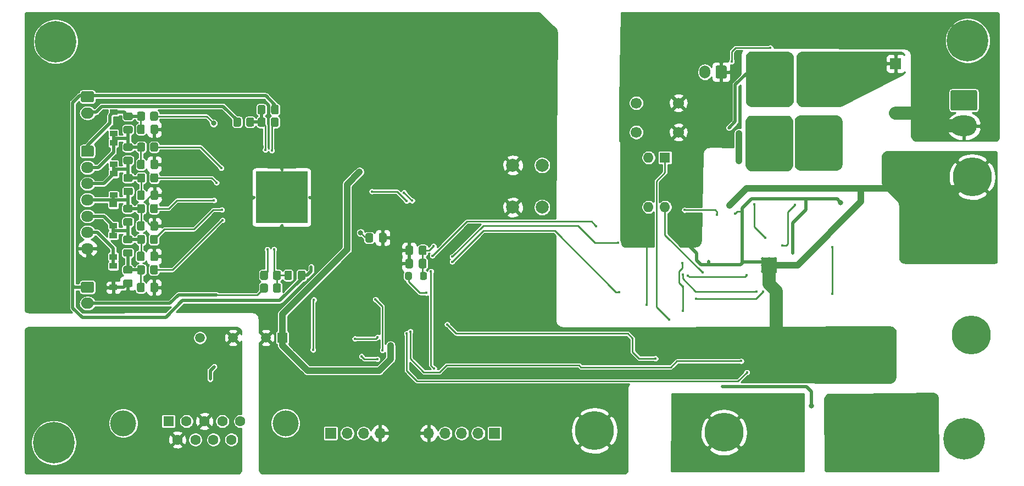
<source format=gbr>
G04 #@! TF.GenerationSoftware,KiCad,Pcbnew,5.1.9-73d0e3b20d~88~ubuntu18.04.1*
G04 #@! TF.CreationDate,2021-03-04T19:42:39-03:00*
G04 #@! TF.ProjectId,bms_hardware,626d735f-6861-4726-9477-6172652e6b69,rev?*
G04 #@! TF.SameCoordinates,Original*
G04 #@! TF.FileFunction,Copper,L2,Bot*
G04 #@! TF.FilePolarity,Positive*
%FSLAX46Y46*%
G04 Gerber Fmt 4.6, Leading zero omitted, Abs format (unit mm)*
G04 Created by KiCad (PCBNEW 5.1.9-73d0e3b20d~88~ubuntu18.04.1) date 2021-03-04 19:42:39*
%MOMM*%
%LPD*%
G01*
G04 APERTURE LIST*
G04 #@! TA.AperFunction,EtchedComponent*
%ADD10C,0.100000*%
G04 #@! TD*
G04 #@! TA.AperFunction,SMDPad,CuDef*
%ADD11C,0.500000*%
G04 #@! TD*
G04 #@! TA.AperFunction,ComponentPad*
%ADD12R,1.508000X1.508000*%
G04 #@! TD*
G04 #@! TA.AperFunction,ComponentPad*
%ADD13C,1.508000*%
G04 #@! TD*
G04 #@! TA.AperFunction,ConnectorPad*
%ADD14C,6.000000*%
G04 #@! TD*
G04 #@! TA.AperFunction,ComponentPad*
%ADD15C,3.400000*%
G04 #@! TD*
G04 #@! TA.AperFunction,ComponentPad*
%ADD16C,4.000000*%
G04 #@! TD*
G04 #@! TA.AperFunction,ComponentPad*
%ADD17C,1.600000*%
G04 #@! TD*
G04 #@! TA.AperFunction,ComponentPad*
%ADD18R,1.600000X1.600000*%
G04 #@! TD*
G04 #@! TA.AperFunction,SMDPad,CuDef*
%ADD19R,8.000000X8.000000*%
G04 #@! TD*
G04 #@! TA.AperFunction,ComponentPad*
%ADD20C,0.500000*%
G04 #@! TD*
G04 #@! TA.AperFunction,ComponentPad*
%ADD21C,1.700000*%
G04 #@! TD*
G04 #@! TA.AperFunction,ComponentPad*
%ADD22R,1.700000X1.700000*%
G04 #@! TD*
G04 #@! TA.AperFunction,ComponentPad*
%ADD23O,1.700000X1.700000*%
G04 #@! TD*
G04 #@! TA.AperFunction,ComponentPad*
%ADD24C,0.800000*%
G04 #@! TD*
G04 #@! TA.AperFunction,ComponentPad*
%ADD25C,6.400000*%
G04 #@! TD*
G04 #@! TA.AperFunction,ComponentPad*
%ADD26C,2.000000*%
G04 #@! TD*
G04 #@! TA.AperFunction,SMDPad,CuDef*
%ADD27R,2.450000X2.450000*%
G04 #@! TD*
G04 #@! TA.AperFunction,SMDPad,CuDef*
%ADD28R,1.200000X0.900000*%
G04 #@! TD*
G04 #@! TA.AperFunction,ComponentPad*
%ADD29O,1.950000X1.700000*%
G04 #@! TD*
G04 #@! TA.AperFunction,ComponentPad*
%ADD30O,1.800000X1.800000*%
G04 #@! TD*
G04 #@! TA.AperFunction,ComponentPad*
%ADD31R,1.800000X1.800000*%
G04 #@! TD*
G04 #@! TA.AperFunction,ComponentPad*
%ADD32O,4.100000X3.160000*%
G04 #@! TD*
G04 #@! TA.AperFunction,ComponentPad*
%ADD33O,1.600000X1.600000*%
G04 #@! TD*
G04 #@! TA.AperFunction,ComponentPad*
%ADD34O,2.000000X1.700000*%
G04 #@! TD*
G04 #@! TA.AperFunction,ComponentPad*
%ADD35O,1.700000X2.000000*%
G04 #@! TD*
G04 #@! TA.AperFunction,ViaPad*
%ADD36C,0.450000*%
G04 #@! TD*
G04 #@! TA.AperFunction,ViaPad*
%ADD37C,0.800000*%
G04 #@! TD*
G04 #@! TA.AperFunction,Conductor*
%ADD38C,0.250000*%
G04 #@! TD*
G04 #@! TA.AperFunction,Conductor*
%ADD39C,0.500000*%
G04 #@! TD*
G04 #@! TA.AperFunction,Conductor*
%ADD40C,1.000000*%
G04 #@! TD*
G04 #@! TA.AperFunction,Conductor*
%ADD41C,2.000000*%
G04 #@! TD*
G04 #@! TA.AperFunction,Conductor*
%ADD42C,0.254000*%
G04 #@! TD*
G04 #@! TA.AperFunction,Conductor*
%ADD43C,0.100000*%
G04 #@! TD*
G04 APERTURE END LIST*
D10*
G36*
X199340000Y-120010000D02*
G01*
X198340000Y-120010000D01*
X198340000Y-120510000D01*
X199340000Y-120510000D01*
X199340000Y-120010000D01*
G37*
D11*
X198340000Y-120260000D03*
X199340000Y-120260000D03*
D12*
X125510000Y-131940000D03*
D13*
X122970000Y-131940000D03*
X117890000Y-131940000D03*
X112810000Y-131940000D03*
D14*
X231830000Y-107150000D03*
D15*
X231830000Y-107150000D03*
D16*
X125990000Y-145120000D03*
X100990000Y-145120000D03*
D17*
X117645000Y-147660000D03*
X114875000Y-147660000D03*
X112105000Y-147660000D03*
X109335000Y-147660000D03*
X119030000Y-144820000D03*
X116260000Y-144820000D03*
X113490000Y-144820000D03*
X110720000Y-144820000D03*
D18*
X107950000Y-144820000D03*
D19*
X125400000Y-110290000D03*
D20*
X128900000Y-112790000D03*
X128900000Y-113790000D03*
X127900000Y-113790000D03*
X127900000Y-112790000D03*
X124900000Y-113790000D03*
X123900000Y-113790000D03*
X124900000Y-112790000D03*
X123900000Y-112790000D03*
X121900000Y-113790000D03*
X121900000Y-112790000D03*
X122900000Y-112790000D03*
X122900000Y-113790000D03*
X126900000Y-112790000D03*
X125900000Y-113790000D03*
X125900000Y-112790000D03*
X126900000Y-113790000D03*
X128900000Y-110790000D03*
X128900000Y-111790000D03*
X127900000Y-111790000D03*
X127900000Y-110790000D03*
X124900000Y-111790000D03*
X123900000Y-111790000D03*
X124900000Y-110790000D03*
X123900000Y-110790000D03*
X121900000Y-111790000D03*
X121900000Y-110790000D03*
X122900000Y-110790000D03*
X122900000Y-111790000D03*
X126900000Y-110790000D03*
X125900000Y-111790000D03*
X125900000Y-110790000D03*
X126900000Y-111790000D03*
X126900000Y-109790000D03*
X125900000Y-108790000D03*
X125900000Y-109790000D03*
X126900000Y-108790000D03*
X127900000Y-108790000D03*
X128900000Y-108790000D03*
X128900000Y-109790000D03*
X127900000Y-109790000D03*
X126900000Y-107790000D03*
X125900000Y-106790000D03*
X125900000Y-107790000D03*
X126900000Y-106790000D03*
X127900000Y-106790000D03*
X128900000Y-106790000D03*
X128900000Y-107790000D03*
X127900000Y-107790000D03*
X124900000Y-106790000D03*
X123900000Y-106790000D03*
X123900000Y-109790000D03*
X123900000Y-108790000D03*
X124900000Y-109790000D03*
X124900000Y-108790000D03*
X124900000Y-107790000D03*
X123900000Y-107790000D03*
X122900000Y-106790000D03*
X122900000Y-109790000D03*
X122900000Y-107790000D03*
X122900000Y-108790000D03*
X121900000Y-106790000D03*
X121900000Y-109790000D03*
X121900000Y-108790000D03*
X121900000Y-107790000D03*
D21*
X180050000Y-95750000D03*
X186550000Y-95750000D03*
X180050000Y-100250000D03*
X186550000Y-100250000D03*
D22*
X158210000Y-146670000D03*
D23*
X155670000Y-146670000D03*
X153130000Y-146670000D03*
X150590000Y-146670000D03*
X148050000Y-146670000D03*
D24*
X91987056Y-146442944D03*
X90290000Y-145740000D03*
X88592944Y-146442944D03*
X87890000Y-148140000D03*
X88592944Y-149837056D03*
X90290000Y-150540000D03*
X91987056Y-149837056D03*
X92690000Y-148140000D03*
D25*
X90290000Y-148140000D03*
D24*
X92262057Y-84572944D03*
X90565001Y-83870000D03*
X88867945Y-84572944D03*
X88165001Y-86270000D03*
X88867945Y-87967056D03*
X90565001Y-88670000D03*
X92262057Y-87967056D03*
X92965001Y-86270000D03*
D25*
X90565001Y-86270000D03*
D24*
X232287056Y-145812944D03*
X230590000Y-145110000D03*
X228892944Y-145812944D03*
X228190000Y-147510000D03*
X228892944Y-149207056D03*
X230590000Y-149910000D03*
X232287056Y-149207056D03*
X232990000Y-147510000D03*
D25*
X230590000Y-147510000D03*
D24*
X232827056Y-84452944D03*
X231130000Y-83750000D03*
X229432944Y-84452944D03*
X228730000Y-86150000D03*
X229432944Y-87847056D03*
X231130000Y-88550000D03*
X232827056Y-87847056D03*
X233530000Y-86150000D03*
D25*
X231130000Y-86150000D03*
D26*
X161030000Y-105330000D03*
X165530000Y-105330000D03*
X161030000Y-111830000D03*
X165530000Y-111830000D03*
D14*
X231670000Y-131480000D03*
D15*
X231670000Y-131480000D03*
D14*
X193570000Y-146530000D03*
D15*
X193570000Y-146530000D03*
D23*
X140570000Y-146670000D03*
X138030000Y-146670000D03*
X135490000Y-146670000D03*
D22*
X132950000Y-146670000D03*
D27*
X200520000Y-120750000D03*
D20*
X201495000Y-121725000D03*
X200520000Y-121725000D03*
X199545000Y-121725000D03*
X201495000Y-120750000D03*
X200520000Y-120750000D03*
X199545000Y-120750000D03*
X201495000Y-119775000D03*
X200520000Y-119775000D03*
X199545000Y-119775000D03*
D14*
X173600000Y-146270000D03*
D15*
X173600000Y-146270000D03*
D28*
X99480000Y-101914000D03*
X99480000Y-105214000D03*
G04 #@! TA.AperFunction,ComponentPad*
G36*
G01*
X94745000Y-102340000D02*
X96195000Y-102340000D01*
G75*
G02*
X96445000Y-102590000I0J-250000D01*
G01*
X96445000Y-103790000D01*
G75*
G02*
X96195000Y-104040000I-250000J0D01*
G01*
X94745000Y-104040000D01*
G75*
G02*
X94495000Y-103790000I0J250000D01*
G01*
X94495000Y-102590000D01*
G75*
G02*
X94745000Y-102340000I250000J0D01*
G01*
G37*
G04 #@! TD.AperFunction*
D29*
X95470000Y-105690000D03*
X95470000Y-108190000D03*
X95470000Y-110690000D03*
X95470000Y-113190000D03*
X95470000Y-115690000D03*
X95470000Y-118190000D03*
G04 #@! TA.AperFunction,SMDPad,CuDef*
G36*
G01*
X105140000Y-98237501D02*
X105140000Y-97337499D01*
G75*
G02*
X105389999Y-97087500I249999J0D01*
G01*
X106090001Y-97087500D01*
G75*
G02*
X106340000Y-97337499I0J-249999D01*
G01*
X106340000Y-98237501D01*
G75*
G02*
X106090001Y-98487500I-249999J0D01*
G01*
X105389999Y-98487500D01*
G75*
G02*
X105140000Y-98237501I0J249999D01*
G01*
G37*
G04 #@! TD.AperFunction*
G04 #@! TA.AperFunction,SMDPad,CuDef*
G36*
G01*
X103140000Y-98237501D02*
X103140000Y-97337499D01*
G75*
G02*
X103389999Y-97087500I249999J0D01*
G01*
X104090001Y-97087500D01*
G75*
G02*
X104340000Y-97337499I0J-249999D01*
G01*
X104340000Y-98237501D01*
G75*
G02*
X104090001Y-98487500I-249999J0D01*
G01*
X103389999Y-98487500D01*
G75*
G02*
X103140000Y-98237501I0J249999D01*
G01*
G37*
G04 #@! TD.AperFunction*
D28*
X99470000Y-124190000D03*
X99470000Y-120890000D03*
D30*
X220040000Y-97300000D03*
D31*
X220040000Y-89680000D03*
D32*
X230540000Y-99300000D03*
G04 #@! TA.AperFunction,ComponentPad*
G36*
G01*
X228740000Y-93760000D02*
X232340000Y-93760000D01*
G75*
G02*
X232590000Y-94010000I0J-250000D01*
G01*
X232590000Y-96670000D01*
G75*
G02*
X232340000Y-96920000I-250000J0D01*
G01*
X228740000Y-96920000D01*
G75*
G02*
X228490000Y-96670000I0J250000D01*
G01*
X228490000Y-94010000D01*
G75*
G02*
X228740000Y-93760000I250000J0D01*
G01*
G37*
G04 #@! TD.AperFunction*
D33*
X184480000Y-111780000D03*
X181940000Y-104160000D03*
X181940000Y-111780000D03*
D18*
X184480000Y-104160000D03*
G04 #@! TA.AperFunction,SMDPad,CuDef*
G36*
G01*
X138315000Y-117005000D02*
X138315000Y-116055000D01*
G75*
G02*
X138565000Y-115805000I250000J0D01*
G01*
X139240000Y-115805000D01*
G75*
G02*
X139490000Y-116055000I0J-250000D01*
G01*
X139490000Y-117005000D01*
G75*
G02*
X139240000Y-117255000I-250000J0D01*
G01*
X138565000Y-117255000D01*
G75*
G02*
X138315000Y-117005000I0J250000D01*
G01*
G37*
G04 #@! TD.AperFunction*
G04 #@! TA.AperFunction,SMDPad,CuDef*
G36*
G01*
X140390000Y-117005000D02*
X140390000Y-116055000D01*
G75*
G02*
X140640000Y-115805000I250000J0D01*
G01*
X141315000Y-115805000D01*
G75*
G02*
X141565000Y-116055000I0J-250000D01*
G01*
X141565000Y-117005000D01*
G75*
G02*
X141315000Y-117255000I-250000J0D01*
G01*
X140640000Y-117255000D01*
G75*
G02*
X140390000Y-117005000I0J250000D01*
G01*
G37*
G04 #@! TD.AperFunction*
G04 #@! TA.AperFunction,SMDPad,CuDef*
G36*
G01*
X147725000Y-120035000D02*
X147725000Y-120985000D01*
G75*
G02*
X147475000Y-121235000I-250000J0D01*
G01*
X146800000Y-121235000D01*
G75*
G02*
X146550000Y-120985000I0J250000D01*
G01*
X146550000Y-120035000D01*
G75*
G02*
X146800000Y-119785000I250000J0D01*
G01*
X147475000Y-119785000D01*
G75*
G02*
X147725000Y-120035000I0J-250000D01*
G01*
G37*
G04 #@! TD.AperFunction*
G04 #@! TA.AperFunction,SMDPad,CuDef*
G36*
G01*
X145650000Y-120035000D02*
X145650000Y-120985000D01*
G75*
G02*
X145400000Y-121235000I-250000J0D01*
G01*
X144725000Y-121235000D01*
G75*
G02*
X144475000Y-120985000I0J250000D01*
G01*
X144475000Y-120035000D01*
G75*
G02*
X144725000Y-119785000I250000J0D01*
G01*
X145400000Y-119785000D01*
G75*
G02*
X145650000Y-120035000I0J-250000D01*
G01*
G37*
G04 #@! TD.AperFunction*
G04 #@! TA.AperFunction,SMDPad,CuDef*
G36*
G01*
X147725000Y-117995000D02*
X147725000Y-118945000D01*
G75*
G02*
X147475000Y-119195000I-250000J0D01*
G01*
X146800000Y-119195000D01*
G75*
G02*
X146550000Y-118945000I0J250000D01*
G01*
X146550000Y-117995000D01*
G75*
G02*
X146800000Y-117745000I250000J0D01*
G01*
X147475000Y-117745000D01*
G75*
G02*
X147725000Y-117995000I0J-250000D01*
G01*
G37*
G04 #@! TD.AperFunction*
G04 #@! TA.AperFunction,SMDPad,CuDef*
G36*
G01*
X145650000Y-117995000D02*
X145650000Y-118945000D01*
G75*
G02*
X145400000Y-119195000I-250000J0D01*
G01*
X144725000Y-119195000D01*
G75*
G02*
X144475000Y-118945000I0J250000D01*
G01*
X144475000Y-117995000D01*
G75*
G02*
X144725000Y-117745000I250000J0D01*
G01*
X145400000Y-117745000D01*
G75*
G02*
X145650000Y-117995000I0J-250000D01*
G01*
G37*
G04 #@! TD.AperFunction*
G04 #@! TA.AperFunction,SMDPad,CuDef*
G36*
G01*
X126990000Y-121835000D02*
X126990000Y-122785000D01*
G75*
G02*
X126740000Y-123035000I-250000J0D01*
G01*
X126065000Y-123035000D01*
G75*
G02*
X125815000Y-122785000I0J250000D01*
G01*
X125815000Y-121835000D01*
G75*
G02*
X126065000Y-121585000I250000J0D01*
G01*
X126740000Y-121585000D01*
G75*
G02*
X126990000Y-121835000I0J-250000D01*
G01*
G37*
G04 #@! TD.AperFunction*
G04 #@! TA.AperFunction,SMDPad,CuDef*
G36*
G01*
X129065000Y-121835000D02*
X129065000Y-122785000D01*
G75*
G02*
X128815000Y-123035000I-250000J0D01*
G01*
X128140000Y-123035000D01*
G75*
G02*
X127890000Y-122785000I0J250000D01*
G01*
X127890000Y-121835000D01*
G75*
G02*
X128140000Y-121585000I250000J0D01*
G01*
X128815000Y-121585000D01*
G75*
G02*
X129065000Y-121835000I0J-250000D01*
G01*
G37*
G04 #@! TD.AperFunction*
G04 #@! TA.AperFunction,SMDPad,CuDef*
G36*
G01*
X124945000Y-96295000D02*
X124945000Y-97245000D01*
G75*
G02*
X124695000Y-97495000I-250000J0D01*
G01*
X124020000Y-97495000D01*
G75*
G02*
X123770000Y-97245000I0J250000D01*
G01*
X123770000Y-96295000D01*
G75*
G02*
X124020000Y-96045000I250000J0D01*
G01*
X124695000Y-96045000D01*
G75*
G02*
X124945000Y-96295000I0J-250000D01*
G01*
G37*
G04 #@! TD.AperFunction*
G04 #@! TA.AperFunction,SMDPad,CuDef*
G36*
G01*
X122870000Y-96295000D02*
X122870000Y-97245000D01*
G75*
G02*
X122620000Y-97495000I-250000J0D01*
G01*
X121945000Y-97495000D01*
G75*
G02*
X121695000Y-97245000I0J250000D01*
G01*
X121695000Y-96295000D01*
G75*
G02*
X121945000Y-96045000I250000J0D01*
G01*
X122620000Y-96045000D01*
G75*
G02*
X122870000Y-96295000I0J-250000D01*
G01*
G37*
G04 #@! TD.AperFunction*
G04 #@! TA.AperFunction,SMDPad,CuDef*
G36*
G01*
X103115000Y-100285000D02*
X103115000Y-99335000D01*
G75*
G02*
X103365000Y-99085000I250000J0D01*
G01*
X104040000Y-99085000D01*
G75*
G02*
X104290000Y-99335000I0J-250000D01*
G01*
X104290000Y-100285000D01*
G75*
G02*
X104040000Y-100535000I-250000J0D01*
G01*
X103365000Y-100535000D01*
G75*
G02*
X103115000Y-100285000I0J250000D01*
G01*
G37*
G04 #@! TD.AperFunction*
G04 #@! TA.AperFunction,SMDPad,CuDef*
G36*
G01*
X105190000Y-100285000D02*
X105190000Y-99335000D01*
G75*
G02*
X105440000Y-99085000I250000J0D01*
G01*
X106115000Y-99085000D01*
G75*
G02*
X106365000Y-99335000I0J-250000D01*
G01*
X106365000Y-100285000D01*
G75*
G02*
X106115000Y-100535000I-250000J0D01*
G01*
X105440000Y-100535000D01*
G75*
G02*
X105190000Y-100285000I0J250000D01*
G01*
G37*
G04 #@! TD.AperFunction*
G04 #@! TA.AperFunction,SMDPad,CuDef*
G36*
G01*
X105190000Y-105687500D02*
X105190000Y-104737500D01*
G75*
G02*
X105440000Y-104487500I250000J0D01*
G01*
X106115000Y-104487500D01*
G75*
G02*
X106365000Y-104737500I0J-250000D01*
G01*
X106365000Y-105687500D01*
G75*
G02*
X106115000Y-105937500I-250000J0D01*
G01*
X105440000Y-105937500D01*
G75*
G02*
X105190000Y-105687500I0J250000D01*
G01*
G37*
G04 #@! TD.AperFunction*
G04 #@! TA.AperFunction,SMDPad,CuDef*
G36*
G01*
X103115000Y-105687500D02*
X103115000Y-104737500D01*
G75*
G02*
X103365000Y-104487500I250000J0D01*
G01*
X104040000Y-104487500D01*
G75*
G02*
X104290000Y-104737500I0J-250000D01*
G01*
X104290000Y-105687500D01*
G75*
G02*
X104040000Y-105937500I-250000J0D01*
G01*
X103365000Y-105937500D01*
G75*
G02*
X103115000Y-105687500I0J250000D01*
G01*
G37*
G04 #@! TD.AperFunction*
G04 #@! TA.AperFunction,SMDPad,CuDef*
G36*
G01*
X105200000Y-110441500D02*
X105200000Y-109491500D01*
G75*
G02*
X105450000Y-109241500I250000J0D01*
G01*
X106125000Y-109241500D01*
G75*
G02*
X106375000Y-109491500I0J-250000D01*
G01*
X106375000Y-110441500D01*
G75*
G02*
X106125000Y-110691500I-250000J0D01*
G01*
X105450000Y-110691500D01*
G75*
G02*
X105200000Y-110441500I0J250000D01*
G01*
G37*
G04 #@! TD.AperFunction*
G04 #@! TA.AperFunction,SMDPad,CuDef*
G36*
G01*
X103125000Y-110441500D02*
X103125000Y-109491500D01*
G75*
G02*
X103375000Y-109241500I250000J0D01*
G01*
X104050000Y-109241500D01*
G75*
G02*
X104300000Y-109491500I0J-250000D01*
G01*
X104300000Y-110441500D01*
G75*
G02*
X104050000Y-110691500I-250000J0D01*
G01*
X103375000Y-110691500D01*
G75*
G02*
X103125000Y-110441500I0J250000D01*
G01*
G37*
G04 #@! TD.AperFunction*
G04 #@! TA.AperFunction,SMDPad,CuDef*
G36*
G01*
X101245000Y-99280000D02*
X102195000Y-99280000D01*
G75*
G02*
X102445000Y-99530000I0J-250000D01*
G01*
X102445000Y-100205000D01*
G75*
G02*
X102195000Y-100455000I-250000J0D01*
G01*
X101245000Y-100455000D01*
G75*
G02*
X100995000Y-100205000I0J250000D01*
G01*
X100995000Y-99530000D01*
G75*
G02*
X101245000Y-99280000I250000J0D01*
G01*
G37*
G04 #@! TD.AperFunction*
G04 #@! TA.AperFunction,SMDPad,CuDef*
G36*
G01*
X101245000Y-97205000D02*
X102195000Y-97205000D01*
G75*
G02*
X102445000Y-97455000I0J-250000D01*
G01*
X102445000Y-98130000D01*
G75*
G02*
X102195000Y-98380000I-250000J0D01*
G01*
X101245000Y-98380000D01*
G75*
G02*
X100995000Y-98130000I0J250000D01*
G01*
X100995000Y-97455000D01*
G75*
G02*
X101245000Y-97205000I250000J0D01*
G01*
G37*
G04 #@! TD.AperFunction*
G04 #@! TA.AperFunction,SMDPad,CuDef*
G36*
G01*
X101245000Y-101959000D02*
X102195000Y-101959000D01*
G75*
G02*
X102445000Y-102209000I0J-250000D01*
G01*
X102445000Y-102884000D01*
G75*
G02*
X102195000Y-103134000I-250000J0D01*
G01*
X101245000Y-103134000D01*
G75*
G02*
X100995000Y-102884000I0J250000D01*
G01*
X100995000Y-102209000D01*
G75*
G02*
X101245000Y-101959000I250000J0D01*
G01*
G37*
G04 #@! TD.AperFunction*
G04 #@! TA.AperFunction,SMDPad,CuDef*
G36*
G01*
X101245000Y-104034000D02*
X102195000Y-104034000D01*
G75*
G02*
X102445000Y-104284000I0J-250000D01*
G01*
X102445000Y-104959000D01*
G75*
G02*
X102195000Y-105209000I-250000J0D01*
G01*
X101245000Y-105209000D01*
G75*
G02*
X100995000Y-104959000I0J250000D01*
G01*
X100995000Y-104284000D01*
G75*
G02*
X101245000Y-104034000I250000J0D01*
G01*
G37*
G04 #@! TD.AperFunction*
G04 #@! TA.AperFunction,SMDPad,CuDef*
G36*
G01*
X101255000Y-106717500D02*
X102205000Y-106717500D01*
G75*
G02*
X102455000Y-106967500I0J-250000D01*
G01*
X102455000Y-107642500D01*
G75*
G02*
X102205000Y-107892500I-250000J0D01*
G01*
X101255000Y-107892500D01*
G75*
G02*
X101005000Y-107642500I0J250000D01*
G01*
X101005000Y-106967500D01*
G75*
G02*
X101255000Y-106717500I250000J0D01*
G01*
G37*
G04 #@! TD.AperFunction*
G04 #@! TA.AperFunction,SMDPad,CuDef*
G36*
G01*
X101255000Y-108792500D02*
X102205000Y-108792500D01*
G75*
G02*
X102455000Y-109042500I0J-250000D01*
G01*
X102455000Y-109717500D01*
G75*
G02*
X102205000Y-109967500I-250000J0D01*
G01*
X101255000Y-109967500D01*
G75*
G02*
X101005000Y-109717500I0J250000D01*
G01*
X101005000Y-109042500D01*
G75*
G02*
X101255000Y-108792500I250000J0D01*
G01*
G37*
G04 #@! TD.AperFunction*
G04 #@! TA.AperFunction,SMDPad,CuDef*
G36*
G01*
X105180000Y-115180000D02*
X105180000Y-114230000D01*
G75*
G02*
X105430000Y-113980000I250000J0D01*
G01*
X106105000Y-113980000D01*
G75*
G02*
X106355000Y-114230000I0J-250000D01*
G01*
X106355000Y-115180000D01*
G75*
G02*
X106105000Y-115430000I-250000J0D01*
G01*
X105430000Y-115430000D01*
G75*
G02*
X105180000Y-115180000I0J250000D01*
G01*
G37*
G04 #@! TD.AperFunction*
G04 #@! TA.AperFunction,SMDPad,CuDef*
G36*
G01*
X103105000Y-115180000D02*
X103105000Y-114230000D01*
G75*
G02*
X103355000Y-113980000I250000J0D01*
G01*
X104030000Y-113980000D01*
G75*
G02*
X104280000Y-114230000I0J-250000D01*
G01*
X104280000Y-115180000D01*
G75*
G02*
X104030000Y-115430000I-250000J0D01*
G01*
X103355000Y-115430000D01*
G75*
G02*
X103105000Y-115180000I0J250000D01*
G01*
G37*
G04 #@! TD.AperFunction*
G04 #@! TA.AperFunction,SMDPad,CuDef*
G36*
G01*
X105170000Y-119865000D02*
X105170000Y-118915000D01*
G75*
G02*
X105420000Y-118665000I250000J0D01*
G01*
X106095000Y-118665000D01*
G75*
G02*
X106345000Y-118915000I0J-250000D01*
G01*
X106345000Y-119865000D01*
G75*
G02*
X106095000Y-120115000I-250000J0D01*
G01*
X105420000Y-120115000D01*
G75*
G02*
X105170000Y-119865000I0J250000D01*
G01*
G37*
G04 #@! TD.AperFunction*
G04 #@! TA.AperFunction,SMDPad,CuDef*
G36*
G01*
X103095000Y-119865000D02*
X103095000Y-118915000D01*
G75*
G02*
X103345000Y-118665000I250000J0D01*
G01*
X104020000Y-118665000D01*
G75*
G02*
X104270000Y-118915000I0J-250000D01*
G01*
X104270000Y-119865000D01*
G75*
G02*
X104020000Y-120115000I-250000J0D01*
G01*
X103345000Y-120115000D01*
G75*
G02*
X103095000Y-119865000I0J250000D01*
G01*
G37*
G04 #@! TD.AperFunction*
G04 #@! TA.AperFunction,SMDPad,CuDef*
G36*
G01*
X103105000Y-124663500D02*
X103105000Y-123713500D01*
G75*
G02*
X103355000Y-123463500I250000J0D01*
G01*
X104030000Y-123463500D01*
G75*
G02*
X104280000Y-123713500I0J-250000D01*
G01*
X104280000Y-124663500D01*
G75*
G02*
X104030000Y-124913500I-250000J0D01*
G01*
X103355000Y-124913500D01*
G75*
G02*
X103105000Y-124663500I0J250000D01*
G01*
G37*
G04 #@! TD.AperFunction*
G04 #@! TA.AperFunction,SMDPad,CuDef*
G36*
G01*
X105180000Y-124663500D02*
X105180000Y-123713500D01*
G75*
G02*
X105430000Y-123463500I250000J0D01*
G01*
X106105000Y-123463500D01*
G75*
G02*
X106355000Y-123713500I0J-250000D01*
G01*
X106355000Y-124663500D01*
G75*
G02*
X106105000Y-124913500I-250000J0D01*
G01*
X105430000Y-124913500D01*
G75*
G02*
X105180000Y-124663500I0J250000D01*
G01*
G37*
G04 #@! TD.AperFunction*
G04 #@! TA.AperFunction,SMDPad,CuDef*
G36*
G01*
X101235000Y-113517500D02*
X102185000Y-113517500D01*
G75*
G02*
X102435000Y-113767500I0J-250000D01*
G01*
X102435000Y-114442500D01*
G75*
G02*
X102185000Y-114692500I-250000J0D01*
G01*
X101235000Y-114692500D01*
G75*
G02*
X100985000Y-114442500I0J250000D01*
G01*
X100985000Y-113767500D01*
G75*
G02*
X101235000Y-113517500I250000J0D01*
G01*
G37*
G04 #@! TD.AperFunction*
G04 #@! TA.AperFunction,SMDPad,CuDef*
G36*
G01*
X101235000Y-111442500D02*
X102185000Y-111442500D01*
G75*
G02*
X102435000Y-111692500I0J-250000D01*
G01*
X102435000Y-112367500D01*
G75*
G02*
X102185000Y-112617500I-250000J0D01*
G01*
X101235000Y-112617500D01*
G75*
G02*
X100985000Y-112367500I0J250000D01*
G01*
X100985000Y-111692500D01*
G75*
G02*
X101235000Y-111442500I250000J0D01*
G01*
G37*
G04 #@! TD.AperFunction*
G04 #@! TA.AperFunction,SMDPad,CuDef*
G36*
G01*
X101225000Y-116201000D02*
X102175000Y-116201000D01*
G75*
G02*
X102425000Y-116451000I0J-250000D01*
G01*
X102425000Y-117126000D01*
G75*
G02*
X102175000Y-117376000I-250000J0D01*
G01*
X101225000Y-117376000D01*
G75*
G02*
X100975000Y-117126000I0J250000D01*
G01*
X100975000Y-116451000D01*
G75*
G02*
X101225000Y-116201000I250000J0D01*
G01*
G37*
G04 #@! TD.AperFunction*
G04 #@! TA.AperFunction,SMDPad,CuDef*
G36*
G01*
X101225000Y-118276000D02*
X102175000Y-118276000D01*
G75*
G02*
X102425000Y-118526000I0J-250000D01*
G01*
X102425000Y-119201000D01*
G75*
G02*
X102175000Y-119451000I-250000J0D01*
G01*
X101225000Y-119451000D01*
G75*
G02*
X100975000Y-119201000I0J250000D01*
G01*
X100975000Y-118526000D01*
G75*
G02*
X101225000Y-118276000I250000J0D01*
G01*
G37*
G04 #@! TD.AperFunction*
G04 #@! TA.AperFunction,SMDPad,CuDef*
G36*
G01*
X101235000Y-120887500D02*
X102185000Y-120887500D01*
G75*
G02*
X102435000Y-121137500I0J-250000D01*
G01*
X102435000Y-121812500D01*
G75*
G02*
X102185000Y-122062500I-250000J0D01*
G01*
X101235000Y-122062500D01*
G75*
G02*
X100985000Y-121812500I0J250000D01*
G01*
X100985000Y-121137500D01*
G75*
G02*
X101235000Y-120887500I250000J0D01*
G01*
G37*
G04 #@! TD.AperFunction*
G04 #@! TA.AperFunction,SMDPad,CuDef*
G36*
G01*
X101235000Y-122962500D02*
X102185000Y-122962500D01*
G75*
G02*
X102435000Y-123212500I0J-250000D01*
G01*
X102435000Y-123887500D01*
G75*
G02*
X102185000Y-124137500I-250000J0D01*
G01*
X101235000Y-124137500D01*
G75*
G02*
X100985000Y-123887500I0J250000D01*
G01*
X100985000Y-123212500D01*
G75*
G02*
X101235000Y-122962500I250000J0D01*
G01*
G37*
G04 #@! TD.AperFunction*
D28*
X99480000Y-97160000D03*
X99480000Y-100460000D03*
G04 #@! TA.AperFunction,SMDPad,CuDef*
G36*
G01*
X144425000Y-122770001D02*
X144425000Y-122069999D01*
G75*
G02*
X144674999Y-121820000I249999J0D01*
G01*
X145225001Y-121820000D01*
G75*
G02*
X145475000Y-122069999I0J-249999D01*
G01*
X145475000Y-122770001D01*
G75*
G02*
X145225001Y-123020000I-249999J0D01*
G01*
X144674999Y-123020000D01*
G75*
G02*
X144425000Y-122770001I0J249999D01*
G01*
G37*
G04 #@! TD.AperFunction*
G04 #@! TA.AperFunction,SMDPad,CuDef*
G36*
G01*
X146725000Y-122770001D02*
X146725000Y-122069999D01*
G75*
G02*
X146974999Y-121820000I249999J0D01*
G01*
X147525001Y-121820000D01*
G75*
G02*
X147775000Y-122069999I0J-249999D01*
G01*
X147775000Y-122770001D01*
G75*
G02*
X147525001Y-123020000I-249999J0D01*
G01*
X146974999Y-123020000D01*
G75*
G02*
X146725000Y-122770001I0J249999D01*
G01*
G37*
G04 #@! TD.AperFunction*
G04 #@! TA.AperFunction,SMDPad,CuDef*
G36*
G01*
X124080000Y-124730001D02*
X124080000Y-123829999D01*
G75*
G02*
X124329999Y-123580000I249999J0D01*
G01*
X125030001Y-123580000D01*
G75*
G02*
X125280000Y-123829999I0J-249999D01*
G01*
X125280000Y-124730001D01*
G75*
G02*
X125030001Y-124980000I-249999J0D01*
G01*
X124329999Y-124980000D01*
G75*
G02*
X124080000Y-124730001I0J249999D01*
G01*
G37*
G04 #@! TD.AperFunction*
G04 #@! TA.AperFunction,SMDPad,CuDef*
G36*
G01*
X122080000Y-124730001D02*
X122080000Y-123829999D01*
G75*
G02*
X122329999Y-123580000I249999J0D01*
G01*
X123030001Y-123580000D01*
G75*
G02*
X123280000Y-123829999I0J-249999D01*
G01*
X123280000Y-124730001D01*
G75*
G02*
X123030001Y-124980000I-249999J0D01*
G01*
X122329999Y-124980000D01*
G75*
G02*
X122080000Y-124730001I0J249999D01*
G01*
G37*
G04 #@! TD.AperFunction*
G04 #@! TA.AperFunction,SMDPad,CuDef*
G36*
G01*
X125280000Y-121869999D02*
X125280000Y-122770001D01*
G75*
G02*
X125030001Y-123020000I-249999J0D01*
G01*
X124329999Y-123020000D01*
G75*
G02*
X124080000Y-122770001I0J249999D01*
G01*
X124080000Y-121869999D01*
G75*
G02*
X124329999Y-121620000I249999J0D01*
G01*
X125030001Y-121620000D01*
G75*
G02*
X125280000Y-121869999I0J-249999D01*
G01*
G37*
G04 #@! TD.AperFunction*
G04 #@! TA.AperFunction,SMDPad,CuDef*
G36*
G01*
X123280000Y-121869999D02*
X123280000Y-122770001D01*
G75*
G02*
X123030001Y-123020000I-249999J0D01*
G01*
X122329999Y-123020000D01*
G75*
G02*
X122080000Y-122770001I0J249999D01*
G01*
X122080000Y-121869999D01*
G75*
G02*
X122329999Y-121620000I249999J0D01*
G01*
X123030001Y-121620000D01*
G75*
G02*
X123280000Y-121869999I0J-249999D01*
G01*
G37*
G04 #@! TD.AperFunction*
G04 #@! TA.AperFunction,SMDPad,CuDef*
G36*
G01*
X119940000Y-99140001D02*
X119940000Y-98239999D01*
G75*
G02*
X120189999Y-97990000I249999J0D01*
G01*
X120890001Y-97990000D01*
G75*
G02*
X121140000Y-98239999I0J-249999D01*
G01*
X121140000Y-99140001D01*
G75*
G02*
X120890001Y-99390000I-249999J0D01*
G01*
X120189999Y-99390000D01*
G75*
G02*
X119940000Y-99140001I0J249999D01*
G01*
G37*
G04 #@! TD.AperFunction*
G04 #@! TA.AperFunction,SMDPad,CuDef*
G36*
G01*
X117940000Y-99140001D02*
X117940000Y-98239999D01*
G75*
G02*
X118189999Y-97990000I249999J0D01*
G01*
X118890001Y-97990000D01*
G75*
G02*
X119140000Y-98239999I0J-249999D01*
G01*
X119140000Y-99140001D01*
G75*
G02*
X118890001Y-99390000I-249999J0D01*
G01*
X118189999Y-99390000D01*
G75*
G02*
X117940000Y-99140001I0J249999D01*
G01*
G37*
G04 #@! TD.AperFunction*
G04 #@! TA.AperFunction,SMDPad,CuDef*
G36*
G01*
X121720000Y-99160001D02*
X121720000Y-98259999D01*
G75*
G02*
X121969999Y-98010000I249999J0D01*
G01*
X122670001Y-98010000D01*
G75*
G02*
X122920000Y-98259999I0J-249999D01*
G01*
X122920000Y-99160001D01*
G75*
G02*
X122670001Y-99410000I-249999J0D01*
G01*
X121969999Y-99410000D01*
G75*
G02*
X121720000Y-99160001I0J249999D01*
G01*
G37*
G04 #@! TD.AperFunction*
G04 #@! TA.AperFunction,SMDPad,CuDef*
G36*
G01*
X123720000Y-99160001D02*
X123720000Y-98259999D01*
G75*
G02*
X123969999Y-98010000I249999J0D01*
G01*
X124670001Y-98010000D01*
G75*
G02*
X124920000Y-98259999I0J-249999D01*
G01*
X124920000Y-99160001D01*
G75*
G02*
X124670001Y-99410000I-249999J0D01*
G01*
X123969999Y-99410000D01*
G75*
G02*
X123720000Y-99160001I0J249999D01*
G01*
G37*
G04 #@! TD.AperFunction*
G04 #@! TA.AperFunction,SMDPad,CuDef*
G36*
G01*
X105140000Y-102991501D02*
X105140000Y-102091499D01*
G75*
G02*
X105389999Y-101841500I249999J0D01*
G01*
X106090001Y-101841500D01*
G75*
G02*
X106340000Y-102091499I0J-249999D01*
G01*
X106340000Y-102991501D01*
G75*
G02*
X106090001Y-103241500I-249999J0D01*
G01*
X105389999Y-103241500D01*
G75*
G02*
X105140000Y-102991501I0J249999D01*
G01*
G37*
G04 #@! TD.AperFunction*
G04 #@! TA.AperFunction,SMDPad,CuDef*
G36*
G01*
X103140000Y-102991501D02*
X103140000Y-102091499D01*
G75*
G02*
X103389999Y-101841500I249999J0D01*
G01*
X104090001Y-101841500D01*
G75*
G02*
X104340000Y-102091499I0J-249999D01*
G01*
X104340000Y-102991501D01*
G75*
G02*
X104090001Y-103241500I-249999J0D01*
G01*
X103389999Y-103241500D01*
G75*
G02*
X103140000Y-102991501I0J249999D01*
G01*
G37*
G04 #@! TD.AperFunction*
G04 #@! TA.AperFunction,SMDPad,CuDef*
G36*
G01*
X103150000Y-107750001D02*
X103150000Y-106849999D01*
G75*
G02*
X103399999Y-106600000I249999J0D01*
G01*
X104100001Y-106600000D01*
G75*
G02*
X104350000Y-106849999I0J-249999D01*
G01*
X104350000Y-107750001D01*
G75*
G02*
X104100001Y-108000000I-249999J0D01*
G01*
X103399999Y-108000000D01*
G75*
G02*
X103150000Y-107750001I0J249999D01*
G01*
G37*
G04 #@! TD.AperFunction*
G04 #@! TA.AperFunction,SMDPad,CuDef*
G36*
G01*
X105150000Y-107750001D02*
X105150000Y-106849999D01*
G75*
G02*
X105399999Y-106600000I249999J0D01*
G01*
X106100001Y-106600000D01*
G75*
G02*
X106350000Y-106849999I0J-249999D01*
G01*
X106350000Y-107750001D01*
G75*
G02*
X106100001Y-108000000I-249999J0D01*
G01*
X105399999Y-108000000D01*
G75*
G02*
X105150000Y-107750001I0J249999D01*
G01*
G37*
G04 #@! TD.AperFunction*
G04 #@! TA.AperFunction,SMDPad,CuDef*
G36*
G01*
X103130000Y-112479501D02*
X103130000Y-111579499D01*
G75*
G02*
X103379999Y-111329500I249999J0D01*
G01*
X104080001Y-111329500D01*
G75*
G02*
X104330000Y-111579499I0J-249999D01*
G01*
X104330000Y-112479501D01*
G75*
G02*
X104080001Y-112729500I-249999J0D01*
G01*
X103379999Y-112729500D01*
G75*
G02*
X103130000Y-112479501I0J249999D01*
G01*
G37*
G04 #@! TD.AperFunction*
G04 #@! TA.AperFunction,SMDPad,CuDef*
G36*
G01*
X105130000Y-112479501D02*
X105130000Y-111579499D01*
G75*
G02*
X105379999Y-111329500I249999J0D01*
G01*
X106080001Y-111329500D01*
G75*
G02*
X106330000Y-111579499I0J-249999D01*
G01*
X106330000Y-112479501D01*
G75*
G02*
X106080001Y-112729500I-249999J0D01*
G01*
X105379999Y-112729500D01*
G75*
G02*
X105130000Y-112479501I0J249999D01*
G01*
G37*
G04 #@! TD.AperFunction*
G04 #@! TA.AperFunction,SMDPad,CuDef*
G36*
G01*
X103120000Y-117233501D02*
X103120000Y-116333499D01*
G75*
G02*
X103369999Y-116083500I249999J0D01*
G01*
X104070001Y-116083500D01*
G75*
G02*
X104320000Y-116333499I0J-249999D01*
G01*
X104320000Y-117233501D01*
G75*
G02*
X104070001Y-117483500I-249999J0D01*
G01*
X103369999Y-117483500D01*
G75*
G02*
X103120000Y-117233501I0J249999D01*
G01*
G37*
G04 #@! TD.AperFunction*
G04 #@! TA.AperFunction,SMDPad,CuDef*
G36*
G01*
X105120000Y-117233501D02*
X105120000Y-116333499D01*
G75*
G02*
X105369999Y-116083500I249999J0D01*
G01*
X106070001Y-116083500D01*
G75*
G02*
X106320000Y-116333499I0J-249999D01*
G01*
X106320000Y-117233501D01*
G75*
G02*
X106070001Y-117483500I-249999J0D01*
G01*
X105369999Y-117483500D01*
G75*
G02*
X105120000Y-117233501I0J249999D01*
G01*
G37*
G04 #@! TD.AperFunction*
G04 #@! TA.AperFunction,SMDPad,CuDef*
G36*
G01*
X103130000Y-121920001D02*
X103130000Y-121019999D01*
G75*
G02*
X103379999Y-120770000I249999J0D01*
G01*
X104080001Y-120770000D01*
G75*
G02*
X104330000Y-121019999I0J-249999D01*
G01*
X104330000Y-121920001D01*
G75*
G02*
X104080001Y-122170000I-249999J0D01*
G01*
X103379999Y-122170000D01*
G75*
G02*
X103130000Y-121920001I0J249999D01*
G01*
G37*
G04 #@! TD.AperFunction*
G04 #@! TA.AperFunction,SMDPad,CuDef*
G36*
G01*
X105130000Y-121920001D02*
X105130000Y-121019999D01*
G75*
G02*
X105379999Y-120770000I249999J0D01*
G01*
X106080001Y-120770000D01*
G75*
G02*
X106330000Y-121019999I0J-249999D01*
G01*
X106330000Y-121920001D01*
G75*
G02*
X106080001Y-122170000I-249999J0D01*
G01*
X105379999Y-122170000D01*
G75*
G02*
X105130000Y-121920001I0J249999D01*
G01*
G37*
G04 #@! TD.AperFunction*
G04 #@! TA.AperFunction,ComponentPad*
G36*
G01*
X94720000Y-123290000D02*
X96220000Y-123290000D01*
G75*
G02*
X96470000Y-123540000I0J-250000D01*
G01*
X96470000Y-124740000D01*
G75*
G02*
X96220000Y-124990000I-250000J0D01*
G01*
X94720000Y-124990000D01*
G75*
G02*
X94470000Y-124740000I0J250000D01*
G01*
X94470000Y-123540000D01*
G75*
G02*
X94720000Y-123290000I250000J0D01*
G01*
G37*
G04 #@! TD.AperFunction*
D34*
X95470000Y-126640000D03*
X95470000Y-97290000D03*
G04 #@! TA.AperFunction,ComponentPad*
G36*
G01*
X94720000Y-93940000D02*
X96220000Y-93940000D01*
G75*
G02*
X96470000Y-94190000I0J-250000D01*
G01*
X96470000Y-95390000D01*
G75*
G02*
X96220000Y-95640000I-250000J0D01*
G01*
X94720000Y-95640000D01*
G75*
G02*
X94470000Y-95390000I0J250000D01*
G01*
X94470000Y-94190000D01*
G75*
G02*
X94720000Y-93940000I250000J0D01*
G01*
G37*
G04 #@! TD.AperFunction*
D28*
X99490000Y-106668000D03*
X99490000Y-109968000D03*
X99470000Y-111402000D03*
X99470000Y-114702000D03*
X99460000Y-119456000D03*
X99460000Y-116156000D03*
G04 #@! TA.AperFunction,ComponentPad*
G36*
G01*
X193990000Y-90220000D02*
X193990000Y-91720000D01*
G75*
G02*
X193740000Y-91970000I-250000J0D01*
G01*
X192540000Y-91970000D01*
G75*
G02*
X192290000Y-91720000I0J250000D01*
G01*
X192290000Y-90220000D01*
G75*
G02*
X192540000Y-89970000I250000J0D01*
G01*
X193740000Y-89970000D01*
G75*
G02*
X193990000Y-90220000I0J-250000D01*
G01*
G37*
G04 #@! TD.AperFunction*
D35*
X190640000Y-90970000D03*
D36*
X145040000Y-97440000D03*
X145030000Y-98170000D03*
X135470000Y-89000000D03*
X154370000Y-97860000D03*
X135940000Y-98810000D03*
X135940000Y-95017500D03*
D37*
X194410000Y-111550000D03*
X208120000Y-108900000D03*
X142530000Y-115720000D03*
D36*
X133850000Y-139450000D03*
X173940000Y-135910000D03*
X210620000Y-135620000D03*
X205300000Y-134140000D03*
X186100000Y-132085010D03*
X144550000Y-92415000D03*
X145560000Y-92415000D03*
X144550000Y-93685000D03*
X145560000Y-93685000D03*
X144550000Y-94955000D03*
X145560000Y-94955000D03*
X144550000Y-96225000D03*
X145560000Y-96225000D03*
X144350000Y-97450000D03*
X145730000Y-97440000D03*
X144340000Y-98180000D03*
X145720000Y-98170000D03*
X148820000Y-117790000D03*
X147670000Y-125020000D03*
X137400000Y-106360000D03*
X129390000Y-137000000D03*
X142170000Y-133140000D03*
X124210000Y-118300000D03*
X129950000Y-121000000D03*
X122880000Y-102980000D03*
X148410000Y-121710000D03*
X148886073Y-136696095D03*
X123190000Y-118330000D03*
X123870000Y-103070000D03*
D37*
X114910000Y-98860000D03*
D36*
X116080000Y-105760000D03*
X115360000Y-108030000D03*
X114970000Y-110750000D03*
X116167653Y-112197653D03*
X116280000Y-113820000D03*
X145220000Y-130970000D03*
X196220000Y-135540000D03*
X197100000Y-137260000D03*
X144662628Y-131304423D03*
X210280000Y-125200000D03*
X210280000Y-117950000D03*
X187260000Y-124080000D03*
X187240000Y-127800000D03*
X187150000Y-120450000D03*
X192510000Y-112960000D03*
X187480000Y-112240000D03*
D37*
X200440000Y-102530000D03*
X202970000Y-105280000D03*
X198160000Y-105280000D03*
X202930000Y-99850000D03*
X198240000Y-99950000D03*
X200650000Y-91590000D03*
X203110000Y-94250000D03*
X198410000Y-94250000D03*
X203110000Y-88840000D03*
X198440000Y-88920000D03*
D36*
X194360000Y-99580000D03*
X195840000Y-100420000D03*
X195840000Y-104710000D03*
X194760000Y-89370000D03*
X200700000Y-87240000D03*
D37*
X207680000Y-102620000D03*
X209990000Y-105160000D03*
X205230000Y-105180000D03*
X210070000Y-99890000D03*
X205250000Y-99930000D03*
X137547653Y-115762347D03*
X207030000Y-142420000D03*
D36*
X193290000Y-139410000D03*
D37*
X216400000Y-144000000D03*
X218900000Y-146580000D03*
X214040000Y-146550000D03*
X218880000Y-141130000D03*
X214060000Y-141140000D03*
D36*
X144640000Y-110850000D03*
X139300000Y-109380000D03*
X150900000Y-129880000D03*
X183030000Y-135140000D03*
X145510000Y-110800000D03*
X144260000Y-109570000D03*
X199970000Y-116530000D03*
X198260000Y-111390000D03*
X204490000Y-111430000D03*
X202590000Y-117680000D03*
D37*
X207960000Y-91520000D03*
X210360000Y-88830000D03*
X210320000Y-94250000D03*
X205530000Y-94210000D03*
X205520000Y-88860000D03*
D36*
X185080000Y-129130000D03*
X190320000Y-121860000D03*
X198570000Y-124790000D03*
X187220000Y-122220000D03*
X148640000Y-119290000D03*
X173870000Y-114719990D03*
X151691091Y-120221091D03*
X177390000Y-124880000D03*
X189290000Y-125930000D03*
X199590000Y-124810000D03*
X197060000Y-122280000D03*
X188020000Y-122350000D03*
X151686051Y-119448310D03*
X177258916Y-117331084D03*
D37*
X211520000Y-111080000D03*
D36*
X191230000Y-120160000D03*
X204200000Y-118940000D03*
X189360000Y-120040000D03*
X187240000Y-116760000D03*
X181650000Y-126892288D03*
X195260000Y-112790000D03*
X136670000Y-132090000D03*
X140170000Y-131850000D03*
X140930000Y-133870000D03*
X139860000Y-126040000D03*
X140140000Y-135230000D03*
X137720000Y-134800000D03*
X114390000Y-138320000D03*
X114990000Y-136400000D03*
X130230000Y-133820000D03*
X130370000Y-126080000D03*
D38*
X115380000Y-113060000D02*
X117010000Y-113060000D01*
D39*
X101070000Y-124190000D02*
X101710000Y-123550000D01*
X99470000Y-124190000D02*
X101070000Y-124190000D01*
X95470000Y-118190000D02*
X95470000Y-118790000D01*
X99470000Y-122790000D02*
X99470000Y-124190000D01*
X95470000Y-118790000D02*
X99470000Y-122790000D01*
D40*
X197060000Y-108900000D02*
X208120000Y-108900000D01*
X194410000Y-111550000D02*
X197060000Y-108900000D01*
X208120000Y-108900000D02*
X214700000Y-108900000D01*
D41*
X200520000Y-123630998D02*
X201600000Y-124710998D01*
X200520000Y-120750000D02*
X200520000Y-123630998D01*
X201600000Y-124710998D02*
X201600000Y-133390000D01*
X201600000Y-133390000D02*
X201600000Y-134660000D01*
D40*
X214700000Y-110950000D02*
X214700000Y-108900000D01*
X200520000Y-120750000D02*
X204900000Y-120750000D01*
X204900000Y-120750000D02*
X214700000Y-110950000D01*
X214700000Y-108900000D02*
X229400000Y-108900000D01*
X231150000Y-107150000D02*
X229400000Y-108900000D01*
X231830000Y-107150000D02*
X231150000Y-107150000D01*
D38*
X104804990Y-114204990D02*
X105305000Y-114705000D01*
X105305000Y-114705000D02*
X105767500Y-114705000D01*
X105370000Y-109910000D02*
X104804990Y-110475010D01*
X105787500Y-109966500D02*
X105731000Y-109910000D01*
X104804990Y-110475010D02*
X104804990Y-114204990D01*
X105731000Y-109910000D02*
X105370000Y-109910000D01*
X147217500Y-120603333D02*
X147217500Y-120669166D01*
X147217500Y-118470000D02*
X147570000Y-118470000D01*
X147217500Y-118470000D02*
X147690000Y-118470000D01*
X147137500Y-118470000D02*
X147690000Y-118470000D01*
X147137500Y-122307500D02*
X147250000Y-122420000D01*
X147137500Y-118470000D02*
X147137500Y-122307500D01*
X147137500Y-118470000D02*
X148140000Y-118470000D01*
X148140000Y-118470000D02*
X148820000Y-117790000D01*
X147670000Y-125020000D02*
X146670000Y-125020000D01*
X144950000Y-123300000D02*
X144950000Y-122420000D01*
X146670000Y-125020000D02*
X144950000Y-123300000D01*
D40*
X125510000Y-131940000D02*
X125510000Y-133120000D01*
X125510000Y-133120000D02*
X129390000Y-137000000D01*
X125510000Y-128300000D02*
X125510000Y-131940000D01*
X135480000Y-118330000D02*
X125510000Y-128300000D01*
X137400000Y-106360000D02*
X135480000Y-108280000D01*
X135480000Y-108280000D02*
X135480000Y-118330000D01*
X142170000Y-135230000D02*
X142170000Y-133140000D01*
X129390000Y-137000000D02*
X140400000Y-137000000D01*
X140400000Y-137000000D02*
X142170000Y-135230000D01*
D38*
X103672500Y-99810000D02*
X103672500Y-97825000D01*
X103645000Y-99867500D02*
X103702500Y-99810000D01*
X103692500Y-97767500D02*
X103730000Y-97730000D01*
D39*
X101087500Y-97160000D02*
X101720000Y-97792500D01*
X99480000Y-97160000D02*
X101087500Y-97160000D01*
X103735000Y-97792500D02*
X103740000Y-97787500D01*
X101720000Y-97792500D02*
X103735000Y-97792500D01*
X95470000Y-102340000D02*
X98950000Y-98860000D01*
X95470000Y-103190000D02*
X95470000Y-102340000D01*
X98950000Y-97690000D02*
X99480000Y-97160000D01*
X98950000Y-98860000D02*
X98950000Y-97690000D01*
D38*
X124210000Y-121850000D02*
X124680000Y-122320000D01*
X124210000Y-118300000D02*
X124210000Y-121850000D01*
X126392500Y-122320000D02*
X126402500Y-122310000D01*
X124680000Y-122320000D02*
X126392500Y-122320000D01*
X124680000Y-124280000D02*
X124680000Y-122320000D01*
X128477500Y-122310000D02*
X128640000Y-122310000D01*
D39*
X128477500Y-122310000D02*
X129330000Y-122310000D01*
X129950000Y-121690000D02*
X129950000Y-121000000D01*
X129330000Y-122310000D02*
X129950000Y-121690000D01*
X93410000Y-124140000D02*
X93210000Y-123940000D01*
X95470000Y-124140000D02*
X93410000Y-124140000D01*
X94260000Y-94630000D02*
X95470000Y-94630000D01*
X93210000Y-123940000D02*
X93210000Y-95680000D01*
X93210000Y-95680000D02*
X94260000Y-94630000D01*
X124357500Y-96037500D02*
X124357500Y-96770000D01*
X95470000Y-94630000D02*
X122950000Y-94630000D01*
X122950000Y-94630000D02*
X124357500Y-96037500D01*
X93210000Y-127340000D02*
X93210000Y-123940000D01*
X128477500Y-122842500D02*
X125130000Y-126190000D01*
X125130000Y-126190000D02*
X110130000Y-126190000D01*
X128477500Y-122310000D02*
X128477500Y-122842500D01*
X110130000Y-126190000D02*
X107530000Y-128790000D01*
X107530000Y-128790000D02*
X94660000Y-128790000D01*
X94660000Y-128790000D02*
X93210000Y-127340000D01*
X129950000Y-121000000D02*
X129950000Y-121000000D01*
X122300000Y-98690000D02*
X122320000Y-98710000D01*
X120540000Y-98690000D02*
X122300000Y-98690000D01*
X122320000Y-96807500D02*
X122282500Y-96770000D01*
X122320000Y-98710000D02*
X122320000Y-96807500D01*
D38*
X122870000Y-99260000D02*
X122320000Y-98710000D01*
X122870000Y-102210000D02*
X122870000Y-99260000D01*
X122880000Y-102220000D02*
X122870000Y-102210000D01*
X122880000Y-102980000D02*
X122880000Y-102220000D01*
X103700000Y-103830000D02*
X103700000Y-105175000D01*
X103700000Y-102541500D02*
X103700000Y-103830000D01*
D39*
X101725000Y-102541500D02*
X101720000Y-102546500D01*
X103740000Y-102541500D02*
X101725000Y-102541500D01*
X101720000Y-101190000D02*
X101720000Y-102546500D01*
X101720000Y-99867500D02*
X101720000Y-101190000D01*
X99480000Y-101090000D02*
X99480000Y-100460000D01*
X99480000Y-101914000D02*
X99480000Y-101090000D01*
X99580000Y-101190000D02*
X101720000Y-101190000D01*
X99480000Y-101090000D02*
X99580000Y-101190000D01*
X95470000Y-105690000D02*
X97120000Y-105690000D01*
X99480000Y-103330000D02*
X99480000Y-101914000D01*
X97120000Y-105690000D02*
X99480000Y-103330000D01*
D38*
X103750000Y-109929000D02*
X103712500Y-109966500D01*
X103750000Y-108590000D02*
X103750000Y-109929000D01*
X103750000Y-107300000D02*
X103750000Y-108590000D01*
D39*
X99490000Y-105224000D02*
X99480000Y-105214000D01*
X101720000Y-107295000D02*
X101730000Y-107305000D01*
X101720000Y-106030000D02*
X101720000Y-107295000D01*
X99490000Y-105930000D02*
X99490000Y-105224000D01*
X101720000Y-104621500D02*
X101720000Y-106030000D01*
X99490000Y-106668000D02*
X99490000Y-105930000D01*
X99490000Y-105930000D02*
X99500000Y-105940000D01*
X101630000Y-105940000D02*
X101720000Y-106030000D01*
X99500000Y-105940000D02*
X101630000Y-105940000D01*
X103745000Y-107305000D02*
X103750000Y-107300000D01*
X101730000Y-107305000D02*
X103745000Y-107305000D01*
X97968000Y-108190000D02*
X99490000Y-106668000D01*
X95470000Y-108190000D02*
X97968000Y-108190000D01*
D38*
X103730000Y-112029500D02*
X103730000Y-113300000D01*
X103730000Y-113300000D02*
X103730000Y-114667500D01*
X103730000Y-114667500D02*
X103692500Y-114705000D01*
D39*
X99470000Y-109988000D02*
X99490000Y-109968000D01*
X101730000Y-112010000D02*
X101710000Y-112030000D01*
X101730000Y-109380000D02*
X101730000Y-110420000D01*
X99470000Y-110560000D02*
X99470000Y-109988000D01*
X99470000Y-111402000D02*
X99470000Y-110560000D01*
X103729500Y-112030000D02*
X103730000Y-112029500D01*
X101710000Y-112030000D02*
X103729500Y-112030000D01*
X99470000Y-110560000D02*
X99590000Y-110680000D01*
X99580000Y-110690000D02*
X99590000Y-110680000D01*
X95470000Y-110690000D02*
X99580000Y-110690000D01*
X101680000Y-110680000D02*
X101730000Y-110730000D01*
X99590000Y-110680000D02*
X101680000Y-110680000D01*
X101730000Y-110420000D02*
X101730000Y-110730000D01*
X101730000Y-110730000D02*
X101730000Y-112010000D01*
D38*
X103690000Y-119395000D02*
X103652500Y-119432500D01*
X103720000Y-119352500D02*
X103682500Y-119390000D01*
X103720000Y-116783500D02*
X103720000Y-117990000D01*
X103720000Y-117990000D02*
X103720000Y-119352500D01*
D39*
X99470000Y-116146000D02*
X99460000Y-116156000D01*
X101710000Y-116778500D02*
X101700000Y-116788500D01*
X103715000Y-116788500D02*
X103720000Y-116783500D01*
X101700000Y-116788500D02*
X103715000Y-116788500D01*
X101660000Y-115410000D02*
X101710000Y-115360000D01*
X99470000Y-115410000D02*
X101660000Y-115410000D01*
X101710000Y-115360000D02*
X101710000Y-116778500D01*
X99470000Y-115410000D02*
X99470000Y-116146000D01*
X101710000Y-114105000D02*
X101710000Y-115360000D01*
X99470000Y-114702000D02*
X99470000Y-115410000D01*
X97958000Y-113190000D02*
X99470000Y-114702000D01*
X95470000Y-113190000D02*
X97958000Y-113190000D01*
D38*
X103662500Y-121545000D02*
X103700000Y-121507500D01*
X103692500Y-124188500D02*
X103692500Y-122747500D01*
X103692500Y-122747500D02*
X103692500Y-121507500D01*
D39*
X95470000Y-115690000D02*
X96250000Y-115690000D01*
X99460000Y-120880000D02*
X99470000Y-120890000D01*
X101700000Y-121465000D02*
X101710000Y-121475000D01*
X101700000Y-120410000D02*
X101700000Y-121465000D01*
X99460000Y-120270000D02*
X99460000Y-120880000D01*
X101700000Y-118863500D02*
X101700000Y-120410000D01*
X99460000Y-119456000D02*
X99460000Y-120270000D01*
X103725000Y-121475000D02*
X103730000Y-121470000D01*
X101710000Y-121475000D02*
X103725000Y-121475000D01*
X95470000Y-115690000D02*
X97000000Y-115690000D01*
X99460000Y-118150000D02*
X99460000Y-119456000D01*
X97000000Y-115690000D02*
X99460000Y-118150000D01*
D38*
X148410000Y-136220022D02*
X148886073Y-136696095D01*
X148410000Y-121710000D02*
X148410000Y-136220022D01*
X123190000Y-118330000D02*
X123190000Y-121810000D01*
X123190000Y-118320000D02*
X123190000Y-118330000D01*
X123190000Y-121810000D02*
X122680000Y-122320000D01*
X123869725Y-99160275D02*
X124320000Y-98710000D01*
X123869725Y-102233522D02*
X123869725Y-99160275D01*
X123870000Y-102233797D02*
X123869725Y-102233522D01*
X123870000Y-103070000D02*
X123870000Y-102233797D01*
X113837500Y-97787500D02*
X105740000Y-97787500D01*
X114910000Y-98860000D02*
X113837500Y-97787500D01*
X112861500Y-102541500D02*
X105740000Y-102541500D01*
X116080000Y-105760000D02*
X112861500Y-102541500D01*
X114630000Y-107300000D02*
X105750000Y-107300000D01*
X115340000Y-108010000D02*
X114630000Y-107300000D01*
X114970000Y-110750000D02*
X109270000Y-110750000D01*
X107990500Y-112029500D02*
X105730000Y-112029500D01*
X109270000Y-110750000D02*
X107990500Y-112029500D01*
X107283500Y-115220000D02*
X105720000Y-116783500D01*
X116137653Y-112227653D02*
X114862347Y-112227653D01*
X111870000Y-115220000D02*
X107283500Y-115220000D01*
X114862347Y-112227653D02*
X111870000Y-115220000D01*
X116220000Y-113820000D02*
X108570000Y-121470000D01*
X108570000Y-121470000D02*
X105730000Y-121470000D01*
X145220000Y-135180000D02*
X145220000Y-130970000D01*
X186340000Y-135540000D02*
X185400000Y-136480000D01*
X150850000Y-136170000D02*
X149760000Y-137260000D01*
X149760000Y-137260000D02*
X147300000Y-137260000D01*
X196220000Y-135540000D02*
X186340000Y-135540000D01*
X185400000Y-136480000D02*
X171520000Y-136480000D01*
X147300000Y-137260000D02*
X145220000Y-135180000D01*
X171520000Y-136480000D02*
X171210000Y-136170000D01*
X171210000Y-136170000D02*
X150850000Y-136170000D01*
X144662628Y-137062628D02*
X144662628Y-131304423D01*
X146230000Y-138630000D02*
X144662628Y-137062628D01*
X197100000Y-137260000D02*
X195730000Y-138630000D01*
X195730000Y-138630000D02*
X146230000Y-138630000D01*
X210280000Y-125200000D02*
X210280000Y-117950000D01*
X187260000Y-127780000D02*
X187240000Y-127800000D01*
X187260000Y-124080000D02*
X187260000Y-127780000D01*
X186669999Y-123489999D02*
X187260000Y-124080000D01*
X187150000Y-121210000D02*
X186669999Y-121690001D01*
X186669999Y-121690001D02*
X186669999Y-123489999D01*
X187150000Y-121210000D02*
X187150000Y-120450000D01*
X192510000Y-112550000D02*
X192510000Y-112960000D01*
X187480000Y-112240000D02*
X187480000Y-112240000D01*
X192200000Y-112240000D02*
X192510000Y-112550000D01*
X187480000Y-112240000D02*
X192200000Y-112240000D01*
D39*
X194360000Y-99580000D02*
X195320000Y-98620000D01*
X195320000Y-98620000D02*
X195320000Y-92940000D01*
X195320000Y-92940000D02*
X197070000Y-91190000D01*
D40*
X195840000Y-104710000D02*
X195840000Y-100420000D01*
D38*
X194760000Y-89370000D02*
X194760000Y-87850000D01*
X194760000Y-87850000D02*
X195390000Y-87220000D01*
X195390000Y-87220000D02*
X195410000Y-87240000D01*
X195410000Y-87240000D02*
X200700000Y-87240000D01*
X138190000Y-116404694D02*
X138777194Y-116404694D01*
X137547653Y-115762347D02*
X138190000Y-116404694D01*
X138777194Y-116404694D02*
X138902500Y-116530000D01*
D39*
X193320000Y-139440000D02*
X206270000Y-139440000D01*
X206270000Y-139440000D02*
X207030000Y-140200000D01*
X207030000Y-140200000D02*
X207030000Y-142420000D01*
D38*
X144640000Y-110850000D02*
X143170000Y-109380000D01*
X143170000Y-109380000D02*
X139300000Y-109380000D01*
D39*
X122670000Y-124120000D02*
X122680000Y-124130000D01*
X109480000Y-125340000D02*
X115360000Y-125340000D01*
X95470000Y-126640000D02*
X108180000Y-126640000D01*
X108180000Y-126640000D02*
X109480000Y-125340000D01*
D38*
X121620000Y-125340000D02*
X122680000Y-124280000D01*
X115360000Y-125340000D02*
X121620000Y-125340000D01*
D39*
X95470000Y-97130000D02*
X96810000Y-97130000D01*
X97680001Y-96259999D02*
X116369999Y-96259999D01*
X96810000Y-97130000D02*
X97680001Y-96259999D01*
X118540000Y-98430000D02*
X118540000Y-98690000D01*
X116369999Y-96259999D02*
X118540000Y-98430000D01*
D38*
X179470000Y-132020000D02*
X179470000Y-134110000D01*
X180500000Y-135140000D02*
X183030000Y-135140000D01*
X178730000Y-131280000D02*
X179470000Y-132020000D01*
X179470000Y-134110000D02*
X180500000Y-135140000D01*
X150900000Y-129880000D02*
X152300000Y-131280000D01*
X152300000Y-131280000D02*
X178730000Y-131280000D01*
X145510000Y-110800000D02*
X145490000Y-110800000D01*
X145490000Y-110800000D02*
X144260000Y-109570000D01*
X199970000Y-116530000D02*
X198260000Y-114820000D01*
X198260000Y-114820000D02*
X198260000Y-111390000D01*
X203370000Y-112550000D02*
X204490000Y-111430000D01*
X203370000Y-117460000D02*
X203370000Y-112550000D01*
X202590000Y-117680000D02*
X203150000Y-117680000D01*
X203150000Y-117680000D02*
X203370000Y-117460000D01*
X184480000Y-106480000D02*
X184480000Y-104160000D01*
X185080000Y-129130000D02*
X183170000Y-127220000D01*
X183170000Y-107790000D02*
X184480000Y-106480000D01*
X183170000Y-127220000D02*
X183170000Y-107790000D01*
X190320000Y-121860000D02*
X190320000Y-121860000D01*
X190260000Y-121860000D02*
X190320000Y-121860000D01*
X184480000Y-111780000D02*
X184480000Y-116080000D01*
X184480000Y-116080000D02*
X190260000Y-121860000D01*
X198570000Y-124790000D02*
X189190000Y-124790000D01*
X187240000Y-122840000D02*
X187240000Y-122260000D01*
X189190000Y-124790000D02*
X187240000Y-122840000D01*
X173645001Y-114494991D02*
X173870000Y-114719990D01*
X153930022Y-113999978D02*
X173149988Y-113999978D01*
X148640000Y-119290000D02*
X153930022Y-113999978D01*
X173149988Y-113999978D02*
X173645001Y-114494991D01*
X189290000Y-125930000D02*
X198470000Y-125930000D01*
X198470000Y-125930000D02*
X199590000Y-124810000D01*
X176930000Y-124880000D02*
X177390000Y-124880000D01*
X167480000Y-115430000D02*
X176930000Y-124880000D01*
X151691091Y-120221091D02*
X156482182Y-115430000D01*
X156482182Y-115430000D02*
X167480000Y-115430000D01*
X196790000Y-122550000D02*
X197060000Y-122280000D01*
X191010000Y-122550000D02*
X191420000Y-122550000D01*
X191420000Y-122550000D02*
X196790000Y-122550000D01*
X188220000Y-122550000D02*
X191420000Y-122550000D01*
X188020000Y-122350000D02*
X188220000Y-122550000D01*
X173691084Y-117331084D02*
X177258916Y-117331084D01*
X171030000Y-114670000D02*
X173691084Y-117331084D01*
X151686051Y-119448310D02*
X156464361Y-114670000D01*
X156464361Y-114670000D02*
X171030000Y-114670000D01*
D39*
X206230000Y-110550000D02*
X210990000Y-110550000D01*
X210990000Y-110550000D02*
X211520000Y-111080000D01*
X196387681Y-112442319D02*
X196387681Y-111952319D01*
X196387681Y-111952319D02*
X197790000Y-110550000D01*
X197790000Y-110550000D02*
X206230000Y-110550000D01*
X204200000Y-114210000D02*
X206230000Y-112180000D01*
X206230000Y-112180000D02*
X206230000Y-110550000D01*
X204200000Y-118940000D02*
X204200000Y-114210000D01*
D38*
X196380000Y-112450000D02*
X196387681Y-112442319D01*
X181650000Y-126892288D02*
X181650000Y-116590000D01*
D39*
X196110000Y-120710000D02*
X191190000Y-120710000D01*
X196387681Y-120432319D02*
X196110000Y-120710000D01*
X196560000Y-120260000D02*
X196387681Y-120432319D01*
X198340000Y-120260000D02*
X196560000Y-120260000D01*
X190030000Y-120710000D02*
X189360000Y-120040000D01*
X191190000Y-120710000D02*
X190030000Y-120710000D01*
X189360000Y-118880000D02*
X187240000Y-116760000D01*
X189360000Y-120040000D02*
X189360000Y-118880000D01*
X191230000Y-120670000D02*
X191190000Y-120710000D01*
X191230000Y-120160000D02*
X191230000Y-120670000D01*
X196387681Y-112442319D02*
X196387681Y-120432319D01*
D38*
X195260000Y-112790000D02*
X195620000Y-112430000D01*
X196375362Y-112430000D02*
X196387681Y-112442319D01*
X195620000Y-112430000D02*
X196375362Y-112430000D01*
D41*
X220040000Y-97300000D02*
X223050000Y-97300000D01*
X225050000Y-99300000D02*
X230540000Y-99300000D01*
X223050000Y-97300000D02*
X225050000Y-99300000D01*
D38*
X140170000Y-131910000D02*
X140170000Y-131850000D01*
X139930000Y-132090000D02*
X140170000Y-131850000D01*
X136670000Y-132090000D02*
X139930000Y-132090000D01*
X155670000Y-147130000D02*
X155670000Y-145960000D01*
X140930000Y-127110000D02*
X139860000Y-126040000D01*
X140930000Y-133870000D02*
X140930000Y-127110000D01*
X140140000Y-135230000D02*
X138150000Y-135230000D01*
X138150000Y-135230000D02*
X137720000Y-134800000D01*
D39*
X114390000Y-138320000D02*
X114390000Y-137000000D01*
X114390000Y-137000000D02*
X114990000Y-136400000D01*
D38*
X130230000Y-133820000D02*
X130230000Y-126220000D01*
X130230000Y-126220000D02*
X130370000Y-126080000D01*
D42*
X118490189Y-130344376D02*
X118653850Y-130394022D01*
X118804672Y-130474638D01*
X118936870Y-130583130D01*
X119045362Y-130715328D01*
X119125978Y-130866150D01*
X119175624Y-131029811D01*
X119193000Y-131206234D01*
X119193000Y-131458734D01*
X119150063Y-131339771D01*
X119089127Y-131225765D01*
X118849851Y-131159754D01*
X118069605Y-131940000D01*
X118849851Y-132720246D01*
X119089127Y-132654235D01*
X119193000Y-132433035D01*
X119193000Y-143703343D01*
X119141000Y-143693000D01*
X118919000Y-143693000D01*
X118701266Y-143736310D01*
X118496165Y-143821266D01*
X118311579Y-143944602D01*
X118154602Y-144101579D01*
X118031266Y-144286165D01*
X117946310Y-144491266D01*
X117903000Y-144709000D01*
X117903000Y-144931000D01*
X117946310Y-145148734D01*
X118031266Y-145353835D01*
X118154602Y-145538421D01*
X118311579Y-145695398D01*
X118496165Y-145818734D01*
X118701266Y-145903690D01*
X118919000Y-145947000D01*
X119141000Y-145947000D01*
X119193000Y-145936657D01*
X119193000Y-152134355D01*
X119175636Y-152310724D01*
X119126030Y-152474317D01*
X119045470Y-152625102D01*
X118937051Y-152757280D01*
X118804942Y-152865774D01*
X118757793Y-152891000D01*
X86058319Y-152891000D01*
X86046551Y-152884710D01*
X85914218Y-152776054D01*
X85879000Y-152733099D01*
X85879000Y-147792621D01*
X86763000Y-147792621D01*
X86763000Y-148487379D01*
X86898540Y-149168788D01*
X87164413Y-149810661D01*
X87550400Y-150388332D01*
X88041668Y-150879600D01*
X88619339Y-151265587D01*
X89261212Y-151531460D01*
X89942621Y-151667000D01*
X90637379Y-151667000D01*
X91318788Y-151531460D01*
X91960661Y-151265587D01*
X92538332Y-150879600D01*
X93029600Y-150388332D01*
X93415587Y-149810661D01*
X93681460Y-149168788D01*
X93784115Y-148652702D01*
X108521903Y-148652702D01*
X108593486Y-148896671D01*
X108848996Y-149017571D01*
X109123184Y-149086300D01*
X109405512Y-149100217D01*
X109685130Y-149058787D01*
X109951292Y-148963603D01*
X110076514Y-148896671D01*
X110148097Y-148652702D01*
X109335000Y-147839605D01*
X108521903Y-148652702D01*
X93784115Y-148652702D01*
X93817000Y-148487379D01*
X93817000Y-147792621D01*
X93804646Y-147730512D01*
X107894783Y-147730512D01*
X107936213Y-148010130D01*
X108031397Y-148276292D01*
X108098329Y-148401514D01*
X108342298Y-148473097D01*
X109155395Y-147660000D01*
X109514605Y-147660000D01*
X110327702Y-148473097D01*
X110571671Y-148401514D01*
X110692571Y-148146004D01*
X110761300Y-147871816D01*
X110775217Y-147589488D01*
X110769219Y-147549000D01*
X110978000Y-147549000D01*
X110978000Y-147771000D01*
X111021310Y-147988734D01*
X111106266Y-148193835D01*
X111229602Y-148378421D01*
X111386579Y-148535398D01*
X111571165Y-148658734D01*
X111776266Y-148743690D01*
X111994000Y-148787000D01*
X112216000Y-148787000D01*
X112433734Y-148743690D01*
X112638835Y-148658734D01*
X112823421Y-148535398D01*
X112980398Y-148378421D01*
X113103734Y-148193835D01*
X113188690Y-147988734D01*
X113232000Y-147771000D01*
X113232000Y-147549000D01*
X113748000Y-147549000D01*
X113748000Y-147771000D01*
X113791310Y-147988734D01*
X113876266Y-148193835D01*
X113999602Y-148378421D01*
X114156579Y-148535398D01*
X114341165Y-148658734D01*
X114546266Y-148743690D01*
X114764000Y-148787000D01*
X114986000Y-148787000D01*
X115203734Y-148743690D01*
X115408835Y-148658734D01*
X115593421Y-148535398D01*
X115750398Y-148378421D01*
X115873734Y-148193835D01*
X115958690Y-147988734D01*
X116002000Y-147771000D01*
X116002000Y-147549000D01*
X116518000Y-147549000D01*
X116518000Y-147771000D01*
X116561310Y-147988734D01*
X116646266Y-148193835D01*
X116769602Y-148378421D01*
X116926579Y-148535398D01*
X117111165Y-148658734D01*
X117316266Y-148743690D01*
X117534000Y-148787000D01*
X117756000Y-148787000D01*
X117973734Y-148743690D01*
X118178835Y-148658734D01*
X118363421Y-148535398D01*
X118520398Y-148378421D01*
X118643734Y-148193835D01*
X118728690Y-147988734D01*
X118772000Y-147771000D01*
X118772000Y-147549000D01*
X118728690Y-147331266D01*
X118643734Y-147126165D01*
X118520398Y-146941579D01*
X118363421Y-146784602D01*
X118178835Y-146661266D01*
X117973734Y-146576310D01*
X117756000Y-146533000D01*
X117534000Y-146533000D01*
X117316266Y-146576310D01*
X117111165Y-146661266D01*
X116926579Y-146784602D01*
X116769602Y-146941579D01*
X116646266Y-147126165D01*
X116561310Y-147331266D01*
X116518000Y-147549000D01*
X116002000Y-147549000D01*
X115958690Y-147331266D01*
X115873734Y-147126165D01*
X115750398Y-146941579D01*
X115593421Y-146784602D01*
X115408835Y-146661266D01*
X115203734Y-146576310D01*
X114986000Y-146533000D01*
X114764000Y-146533000D01*
X114546266Y-146576310D01*
X114341165Y-146661266D01*
X114156579Y-146784602D01*
X113999602Y-146941579D01*
X113876266Y-147126165D01*
X113791310Y-147331266D01*
X113748000Y-147549000D01*
X113232000Y-147549000D01*
X113188690Y-147331266D01*
X113103734Y-147126165D01*
X112980398Y-146941579D01*
X112823421Y-146784602D01*
X112638835Y-146661266D01*
X112433734Y-146576310D01*
X112216000Y-146533000D01*
X111994000Y-146533000D01*
X111776266Y-146576310D01*
X111571165Y-146661266D01*
X111386579Y-146784602D01*
X111229602Y-146941579D01*
X111106266Y-147126165D01*
X111021310Y-147331266D01*
X110978000Y-147549000D01*
X110769219Y-147549000D01*
X110733787Y-147309870D01*
X110638603Y-147043708D01*
X110571671Y-146918486D01*
X110327702Y-146846903D01*
X109514605Y-147660000D01*
X109155395Y-147660000D01*
X108342298Y-146846903D01*
X108098329Y-146918486D01*
X107977429Y-147173996D01*
X107908700Y-147448184D01*
X107894783Y-147730512D01*
X93804646Y-147730512D01*
X93681460Y-147111212D01*
X93415587Y-146469339D01*
X93029600Y-145891668D01*
X92538332Y-145400400D01*
X91960661Y-145014413D01*
X91662260Y-144890811D01*
X98663000Y-144890811D01*
X98663000Y-145349189D01*
X98752426Y-145798761D01*
X98927840Y-146222248D01*
X99182501Y-146603376D01*
X99506624Y-146927499D01*
X99887752Y-147182160D01*
X100311239Y-147357574D01*
X100760811Y-147447000D01*
X101219189Y-147447000D01*
X101668761Y-147357574D01*
X102092248Y-147182160D01*
X102473376Y-146927499D01*
X102733577Y-146667298D01*
X108521903Y-146667298D01*
X109335000Y-147480395D01*
X110148097Y-146667298D01*
X110076514Y-146423329D01*
X109821004Y-146302429D01*
X109546816Y-146233700D01*
X109264488Y-146219783D01*
X108984870Y-146261213D01*
X108718708Y-146356397D01*
X108593486Y-146423329D01*
X108521903Y-146667298D01*
X102733577Y-146667298D01*
X102797499Y-146603376D01*
X103052160Y-146222248D01*
X103227574Y-145798761D01*
X103317000Y-145349189D01*
X103317000Y-144890811D01*
X103227574Y-144441239D01*
X103053092Y-144020000D01*
X106821418Y-144020000D01*
X106821418Y-145620000D01*
X106827732Y-145684103D01*
X106846430Y-145745743D01*
X106876794Y-145802550D01*
X106917657Y-145852343D01*
X106967450Y-145893206D01*
X107024257Y-145923570D01*
X107085897Y-145942268D01*
X107150000Y-145948582D01*
X108750000Y-145948582D01*
X108814103Y-145942268D01*
X108875743Y-145923570D01*
X108932550Y-145893206D01*
X108982343Y-145852343D01*
X109023206Y-145802550D01*
X109053570Y-145745743D01*
X109072268Y-145684103D01*
X109078582Y-145620000D01*
X109078582Y-144709000D01*
X109593000Y-144709000D01*
X109593000Y-144931000D01*
X109636310Y-145148734D01*
X109721266Y-145353835D01*
X109844602Y-145538421D01*
X110001579Y-145695398D01*
X110186165Y-145818734D01*
X110391266Y-145903690D01*
X110609000Y-145947000D01*
X110831000Y-145947000D01*
X111048734Y-145903690D01*
X111253835Y-145818734D01*
X111262862Y-145812702D01*
X112676903Y-145812702D01*
X112748486Y-146056671D01*
X113003996Y-146177571D01*
X113278184Y-146246300D01*
X113560512Y-146260217D01*
X113840130Y-146218787D01*
X114106292Y-146123603D01*
X114231514Y-146056671D01*
X114303097Y-145812702D01*
X113490000Y-144999605D01*
X112676903Y-145812702D01*
X111262862Y-145812702D01*
X111438421Y-145695398D01*
X111595398Y-145538421D01*
X111718734Y-145353835D01*
X111803690Y-145148734D01*
X111847000Y-144931000D01*
X111847000Y-144890512D01*
X112049783Y-144890512D01*
X112091213Y-145170130D01*
X112186397Y-145436292D01*
X112253329Y-145561514D01*
X112497298Y-145633097D01*
X113310395Y-144820000D01*
X113669605Y-144820000D01*
X114482702Y-145633097D01*
X114726671Y-145561514D01*
X114847571Y-145306004D01*
X114916300Y-145031816D01*
X114930217Y-144749488D01*
X114924219Y-144709000D01*
X115133000Y-144709000D01*
X115133000Y-144931000D01*
X115176310Y-145148734D01*
X115261266Y-145353835D01*
X115384602Y-145538421D01*
X115541579Y-145695398D01*
X115726165Y-145818734D01*
X115931266Y-145903690D01*
X116149000Y-145947000D01*
X116371000Y-145947000D01*
X116588734Y-145903690D01*
X116793835Y-145818734D01*
X116978421Y-145695398D01*
X117135398Y-145538421D01*
X117258734Y-145353835D01*
X117343690Y-145148734D01*
X117387000Y-144931000D01*
X117387000Y-144709000D01*
X117343690Y-144491266D01*
X117258734Y-144286165D01*
X117135398Y-144101579D01*
X116978421Y-143944602D01*
X116793835Y-143821266D01*
X116588734Y-143736310D01*
X116371000Y-143693000D01*
X116149000Y-143693000D01*
X115931266Y-143736310D01*
X115726165Y-143821266D01*
X115541579Y-143944602D01*
X115384602Y-144101579D01*
X115261266Y-144286165D01*
X115176310Y-144491266D01*
X115133000Y-144709000D01*
X114924219Y-144709000D01*
X114888787Y-144469870D01*
X114793603Y-144203708D01*
X114726671Y-144078486D01*
X114482702Y-144006903D01*
X113669605Y-144820000D01*
X113310395Y-144820000D01*
X112497298Y-144006903D01*
X112253329Y-144078486D01*
X112132429Y-144333996D01*
X112063700Y-144608184D01*
X112049783Y-144890512D01*
X111847000Y-144890512D01*
X111847000Y-144709000D01*
X111803690Y-144491266D01*
X111718734Y-144286165D01*
X111595398Y-144101579D01*
X111438421Y-143944602D01*
X111262863Y-143827298D01*
X112676903Y-143827298D01*
X113490000Y-144640395D01*
X114303097Y-143827298D01*
X114231514Y-143583329D01*
X113976004Y-143462429D01*
X113701816Y-143393700D01*
X113419488Y-143379783D01*
X113139870Y-143421213D01*
X112873708Y-143516397D01*
X112748486Y-143583329D01*
X112676903Y-143827298D01*
X111262863Y-143827298D01*
X111253835Y-143821266D01*
X111048734Y-143736310D01*
X110831000Y-143693000D01*
X110609000Y-143693000D01*
X110391266Y-143736310D01*
X110186165Y-143821266D01*
X110001579Y-143944602D01*
X109844602Y-144101579D01*
X109721266Y-144286165D01*
X109636310Y-144491266D01*
X109593000Y-144709000D01*
X109078582Y-144709000D01*
X109078582Y-144020000D01*
X109072268Y-143955897D01*
X109053570Y-143894257D01*
X109023206Y-143837450D01*
X108982343Y-143787657D01*
X108932550Y-143746794D01*
X108875743Y-143716430D01*
X108814103Y-143697732D01*
X108750000Y-143691418D01*
X107150000Y-143691418D01*
X107085897Y-143697732D01*
X107024257Y-143716430D01*
X106967450Y-143746794D01*
X106917657Y-143787657D01*
X106876794Y-143837450D01*
X106846430Y-143894257D01*
X106827732Y-143955897D01*
X106821418Y-144020000D01*
X103053092Y-144020000D01*
X103052160Y-144017752D01*
X102797499Y-143636624D01*
X102473376Y-143312501D01*
X102092248Y-143057840D01*
X101668761Y-142882426D01*
X101219189Y-142793000D01*
X100760811Y-142793000D01*
X100311239Y-142882426D01*
X99887752Y-143057840D01*
X99506624Y-143312501D01*
X99182501Y-143636624D01*
X98927840Y-144017752D01*
X98752426Y-144441239D01*
X98663000Y-144890811D01*
X91662260Y-144890811D01*
X91318788Y-144748540D01*
X90637379Y-144613000D01*
X89942621Y-144613000D01*
X89261212Y-144748540D01*
X88619339Y-145014413D01*
X88041668Y-145400400D01*
X87550400Y-145891668D01*
X87164413Y-146469339D01*
X86898540Y-147111212D01*
X86763000Y-147792621D01*
X85879000Y-147792621D01*
X85879000Y-137000000D01*
X113810210Y-137000000D01*
X113813001Y-137028341D01*
X113813000Y-138348335D01*
X113821350Y-138433111D01*
X113854343Y-138541875D01*
X113907921Y-138642114D01*
X113980026Y-138729974D01*
X114067885Y-138802079D01*
X114168124Y-138855657D01*
X114276888Y-138888650D01*
X114390000Y-138899791D01*
X114503111Y-138888650D01*
X114611875Y-138855657D01*
X114712114Y-138802079D01*
X114799974Y-138729974D01*
X114872079Y-138642115D01*
X114925657Y-138541876D01*
X114958650Y-138433112D01*
X114967000Y-138348336D01*
X114967000Y-137239001D01*
X115418037Y-136787965D01*
X115472078Y-136722115D01*
X115525656Y-136621877D01*
X115558650Y-136513112D01*
X115569790Y-136400001D01*
X115558650Y-136286889D01*
X115525656Y-136178124D01*
X115472078Y-136077887D01*
X115399974Y-135990026D01*
X115312113Y-135917922D01*
X115211876Y-135864344D01*
X115103111Y-135831350D01*
X114989999Y-135820210D01*
X114876888Y-135831350D01*
X114768123Y-135864344D01*
X114667885Y-135917922D01*
X114602035Y-135971963D01*
X114002033Y-136571966D01*
X113980027Y-136590026D01*
X113961966Y-136612033D01*
X113961963Y-136612036D01*
X113953887Y-136621877D01*
X113907922Y-136677885D01*
X113854344Y-136778124D01*
X113821349Y-136886889D01*
X113810210Y-137000000D01*
X85879000Y-137000000D01*
X85879000Y-131833531D01*
X111729000Y-131833531D01*
X111729000Y-132046469D01*
X111770543Y-132255316D01*
X111852031Y-132452045D01*
X111970333Y-132629097D01*
X112120903Y-132779667D01*
X112297955Y-132897969D01*
X112494684Y-132979457D01*
X112703531Y-133021000D01*
X112916469Y-133021000D01*
X113125316Y-132979457D01*
X113317501Y-132899851D01*
X117109754Y-132899851D01*
X117175765Y-133139127D01*
X117423426Y-133255426D01*
X117689018Y-133321174D01*
X117962334Y-133333845D01*
X118232870Y-133292951D01*
X118490229Y-133200063D01*
X118604235Y-133139127D01*
X118670246Y-132899851D01*
X117890000Y-132119605D01*
X117109754Y-132899851D01*
X113317501Y-132899851D01*
X113322045Y-132897969D01*
X113499097Y-132779667D01*
X113649667Y-132629097D01*
X113767969Y-132452045D01*
X113849457Y-132255316D01*
X113891000Y-132046469D01*
X113891000Y-132012334D01*
X116496155Y-132012334D01*
X116537049Y-132282870D01*
X116629937Y-132540229D01*
X116690873Y-132654235D01*
X116930149Y-132720246D01*
X117710395Y-131940000D01*
X116930149Y-131159754D01*
X116690873Y-131225765D01*
X116574574Y-131473426D01*
X116508826Y-131739018D01*
X116496155Y-132012334D01*
X113891000Y-132012334D01*
X113891000Y-131833531D01*
X113849457Y-131624684D01*
X113767969Y-131427955D01*
X113649667Y-131250903D01*
X113499097Y-131100333D01*
X113322045Y-130982031D01*
X113317502Y-130980149D01*
X117109754Y-130980149D01*
X117890000Y-131760395D01*
X118670246Y-130980149D01*
X118604235Y-130740873D01*
X118356574Y-130624574D01*
X118090982Y-130558826D01*
X117817666Y-130546155D01*
X117547130Y-130587049D01*
X117289771Y-130679937D01*
X117175765Y-130740873D01*
X117109754Y-130980149D01*
X113317502Y-130980149D01*
X113125316Y-130900543D01*
X112916469Y-130859000D01*
X112703531Y-130859000D01*
X112494684Y-130900543D01*
X112297955Y-130982031D01*
X112120903Y-131100333D01*
X111970333Y-131250903D01*
X111852031Y-131427955D01*
X111770543Y-131624684D01*
X111729000Y-131833531D01*
X85879000Y-131833531D01*
X85879000Y-130659654D01*
X85942228Y-130582726D01*
X86074376Y-130474401D01*
X86225112Y-130393911D01*
X86388641Y-130344348D01*
X86564923Y-130327000D01*
X118313766Y-130327000D01*
X118490189Y-130344376D01*
G04 #@! TA.AperFunction,Conductor*
D43*
G36*
X118490189Y-130344376D02*
G01*
X118653850Y-130394022D01*
X118804672Y-130474638D01*
X118936870Y-130583130D01*
X119045362Y-130715328D01*
X119125978Y-130866150D01*
X119175624Y-131029811D01*
X119193000Y-131206234D01*
X119193000Y-131458734D01*
X119150063Y-131339771D01*
X119089127Y-131225765D01*
X118849851Y-131159754D01*
X118069605Y-131940000D01*
X118849851Y-132720246D01*
X119089127Y-132654235D01*
X119193000Y-132433035D01*
X119193000Y-143703343D01*
X119141000Y-143693000D01*
X118919000Y-143693000D01*
X118701266Y-143736310D01*
X118496165Y-143821266D01*
X118311579Y-143944602D01*
X118154602Y-144101579D01*
X118031266Y-144286165D01*
X117946310Y-144491266D01*
X117903000Y-144709000D01*
X117903000Y-144931000D01*
X117946310Y-145148734D01*
X118031266Y-145353835D01*
X118154602Y-145538421D01*
X118311579Y-145695398D01*
X118496165Y-145818734D01*
X118701266Y-145903690D01*
X118919000Y-145947000D01*
X119141000Y-145947000D01*
X119193000Y-145936657D01*
X119193000Y-152134355D01*
X119175636Y-152310724D01*
X119126030Y-152474317D01*
X119045470Y-152625102D01*
X118937051Y-152757280D01*
X118804942Y-152865774D01*
X118757793Y-152891000D01*
X86058319Y-152891000D01*
X86046551Y-152884710D01*
X85914218Y-152776054D01*
X85879000Y-152733099D01*
X85879000Y-147792621D01*
X86763000Y-147792621D01*
X86763000Y-148487379D01*
X86898540Y-149168788D01*
X87164413Y-149810661D01*
X87550400Y-150388332D01*
X88041668Y-150879600D01*
X88619339Y-151265587D01*
X89261212Y-151531460D01*
X89942621Y-151667000D01*
X90637379Y-151667000D01*
X91318788Y-151531460D01*
X91960661Y-151265587D01*
X92538332Y-150879600D01*
X93029600Y-150388332D01*
X93415587Y-149810661D01*
X93681460Y-149168788D01*
X93784115Y-148652702D01*
X108521903Y-148652702D01*
X108593486Y-148896671D01*
X108848996Y-149017571D01*
X109123184Y-149086300D01*
X109405512Y-149100217D01*
X109685130Y-149058787D01*
X109951292Y-148963603D01*
X110076514Y-148896671D01*
X110148097Y-148652702D01*
X109335000Y-147839605D01*
X108521903Y-148652702D01*
X93784115Y-148652702D01*
X93817000Y-148487379D01*
X93817000Y-147792621D01*
X93804646Y-147730512D01*
X107894783Y-147730512D01*
X107936213Y-148010130D01*
X108031397Y-148276292D01*
X108098329Y-148401514D01*
X108342298Y-148473097D01*
X109155395Y-147660000D01*
X109514605Y-147660000D01*
X110327702Y-148473097D01*
X110571671Y-148401514D01*
X110692571Y-148146004D01*
X110761300Y-147871816D01*
X110775217Y-147589488D01*
X110769219Y-147549000D01*
X110978000Y-147549000D01*
X110978000Y-147771000D01*
X111021310Y-147988734D01*
X111106266Y-148193835D01*
X111229602Y-148378421D01*
X111386579Y-148535398D01*
X111571165Y-148658734D01*
X111776266Y-148743690D01*
X111994000Y-148787000D01*
X112216000Y-148787000D01*
X112433734Y-148743690D01*
X112638835Y-148658734D01*
X112823421Y-148535398D01*
X112980398Y-148378421D01*
X113103734Y-148193835D01*
X113188690Y-147988734D01*
X113232000Y-147771000D01*
X113232000Y-147549000D01*
X113748000Y-147549000D01*
X113748000Y-147771000D01*
X113791310Y-147988734D01*
X113876266Y-148193835D01*
X113999602Y-148378421D01*
X114156579Y-148535398D01*
X114341165Y-148658734D01*
X114546266Y-148743690D01*
X114764000Y-148787000D01*
X114986000Y-148787000D01*
X115203734Y-148743690D01*
X115408835Y-148658734D01*
X115593421Y-148535398D01*
X115750398Y-148378421D01*
X115873734Y-148193835D01*
X115958690Y-147988734D01*
X116002000Y-147771000D01*
X116002000Y-147549000D01*
X116518000Y-147549000D01*
X116518000Y-147771000D01*
X116561310Y-147988734D01*
X116646266Y-148193835D01*
X116769602Y-148378421D01*
X116926579Y-148535398D01*
X117111165Y-148658734D01*
X117316266Y-148743690D01*
X117534000Y-148787000D01*
X117756000Y-148787000D01*
X117973734Y-148743690D01*
X118178835Y-148658734D01*
X118363421Y-148535398D01*
X118520398Y-148378421D01*
X118643734Y-148193835D01*
X118728690Y-147988734D01*
X118772000Y-147771000D01*
X118772000Y-147549000D01*
X118728690Y-147331266D01*
X118643734Y-147126165D01*
X118520398Y-146941579D01*
X118363421Y-146784602D01*
X118178835Y-146661266D01*
X117973734Y-146576310D01*
X117756000Y-146533000D01*
X117534000Y-146533000D01*
X117316266Y-146576310D01*
X117111165Y-146661266D01*
X116926579Y-146784602D01*
X116769602Y-146941579D01*
X116646266Y-147126165D01*
X116561310Y-147331266D01*
X116518000Y-147549000D01*
X116002000Y-147549000D01*
X115958690Y-147331266D01*
X115873734Y-147126165D01*
X115750398Y-146941579D01*
X115593421Y-146784602D01*
X115408835Y-146661266D01*
X115203734Y-146576310D01*
X114986000Y-146533000D01*
X114764000Y-146533000D01*
X114546266Y-146576310D01*
X114341165Y-146661266D01*
X114156579Y-146784602D01*
X113999602Y-146941579D01*
X113876266Y-147126165D01*
X113791310Y-147331266D01*
X113748000Y-147549000D01*
X113232000Y-147549000D01*
X113188690Y-147331266D01*
X113103734Y-147126165D01*
X112980398Y-146941579D01*
X112823421Y-146784602D01*
X112638835Y-146661266D01*
X112433734Y-146576310D01*
X112216000Y-146533000D01*
X111994000Y-146533000D01*
X111776266Y-146576310D01*
X111571165Y-146661266D01*
X111386579Y-146784602D01*
X111229602Y-146941579D01*
X111106266Y-147126165D01*
X111021310Y-147331266D01*
X110978000Y-147549000D01*
X110769219Y-147549000D01*
X110733787Y-147309870D01*
X110638603Y-147043708D01*
X110571671Y-146918486D01*
X110327702Y-146846903D01*
X109514605Y-147660000D01*
X109155395Y-147660000D01*
X108342298Y-146846903D01*
X108098329Y-146918486D01*
X107977429Y-147173996D01*
X107908700Y-147448184D01*
X107894783Y-147730512D01*
X93804646Y-147730512D01*
X93681460Y-147111212D01*
X93415587Y-146469339D01*
X93029600Y-145891668D01*
X92538332Y-145400400D01*
X91960661Y-145014413D01*
X91662260Y-144890811D01*
X98663000Y-144890811D01*
X98663000Y-145349189D01*
X98752426Y-145798761D01*
X98927840Y-146222248D01*
X99182501Y-146603376D01*
X99506624Y-146927499D01*
X99887752Y-147182160D01*
X100311239Y-147357574D01*
X100760811Y-147447000D01*
X101219189Y-147447000D01*
X101668761Y-147357574D01*
X102092248Y-147182160D01*
X102473376Y-146927499D01*
X102733577Y-146667298D01*
X108521903Y-146667298D01*
X109335000Y-147480395D01*
X110148097Y-146667298D01*
X110076514Y-146423329D01*
X109821004Y-146302429D01*
X109546816Y-146233700D01*
X109264488Y-146219783D01*
X108984870Y-146261213D01*
X108718708Y-146356397D01*
X108593486Y-146423329D01*
X108521903Y-146667298D01*
X102733577Y-146667298D01*
X102797499Y-146603376D01*
X103052160Y-146222248D01*
X103227574Y-145798761D01*
X103317000Y-145349189D01*
X103317000Y-144890811D01*
X103227574Y-144441239D01*
X103053092Y-144020000D01*
X106821418Y-144020000D01*
X106821418Y-145620000D01*
X106827732Y-145684103D01*
X106846430Y-145745743D01*
X106876794Y-145802550D01*
X106917657Y-145852343D01*
X106967450Y-145893206D01*
X107024257Y-145923570D01*
X107085897Y-145942268D01*
X107150000Y-145948582D01*
X108750000Y-145948582D01*
X108814103Y-145942268D01*
X108875743Y-145923570D01*
X108932550Y-145893206D01*
X108982343Y-145852343D01*
X109023206Y-145802550D01*
X109053570Y-145745743D01*
X109072268Y-145684103D01*
X109078582Y-145620000D01*
X109078582Y-144709000D01*
X109593000Y-144709000D01*
X109593000Y-144931000D01*
X109636310Y-145148734D01*
X109721266Y-145353835D01*
X109844602Y-145538421D01*
X110001579Y-145695398D01*
X110186165Y-145818734D01*
X110391266Y-145903690D01*
X110609000Y-145947000D01*
X110831000Y-145947000D01*
X111048734Y-145903690D01*
X111253835Y-145818734D01*
X111262862Y-145812702D01*
X112676903Y-145812702D01*
X112748486Y-146056671D01*
X113003996Y-146177571D01*
X113278184Y-146246300D01*
X113560512Y-146260217D01*
X113840130Y-146218787D01*
X114106292Y-146123603D01*
X114231514Y-146056671D01*
X114303097Y-145812702D01*
X113490000Y-144999605D01*
X112676903Y-145812702D01*
X111262862Y-145812702D01*
X111438421Y-145695398D01*
X111595398Y-145538421D01*
X111718734Y-145353835D01*
X111803690Y-145148734D01*
X111847000Y-144931000D01*
X111847000Y-144890512D01*
X112049783Y-144890512D01*
X112091213Y-145170130D01*
X112186397Y-145436292D01*
X112253329Y-145561514D01*
X112497298Y-145633097D01*
X113310395Y-144820000D01*
X113669605Y-144820000D01*
X114482702Y-145633097D01*
X114726671Y-145561514D01*
X114847571Y-145306004D01*
X114916300Y-145031816D01*
X114930217Y-144749488D01*
X114924219Y-144709000D01*
X115133000Y-144709000D01*
X115133000Y-144931000D01*
X115176310Y-145148734D01*
X115261266Y-145353835D01*
X115384602Y-145538421D01*
X115541579Y-145695398D01*
X115726165Y-145818734D01*
X115931266Y-145903690D01*
X116149000Y-145947000D01*
X116371000Y-145947000D01*
X116588734Y-145903690D01*
X116793835Y-145818734D01*
X116978421Y-145695398D01*
X117135398Y-145538421D01*
X117258734Y-145353835D01*
X117343690Y-145148734D01*
X117387000Y-144931000D01*
X117387000Y-144709000D01*
X117343690Y-144491266D01*
X117258734Y-144286165D01*
X117135398Y-144101579D01*
X116978421Y-143944602D01*
X116793835Y-143821266D01*
X116588734Y-143736310D01*
X116371000Y-143693000D01*
X116149000Y-143693000D01*
X115931266Y-143736310D01*
X115726165Y-143821266D01*
X115541579Y-143944602D01*
X115384602Y-144101579D01*
X115261266Y-144286165D01*
X115176310Y-144491266D01*
X115133000Y-144709000D01*
X114924219Y-144709000D01*
X114888787Y-144469870D01*
X114793603Y-144203708D01*
X114726671Y-144078486D01*
X114482702Y-144006903D01*
X113669605Y-144820000D01*
X113310395Y-144820000D01*
X112497298Y-144006903D01*
X112253329Y-144078486D01*
X112132429Y-144333996D01*
X112063700Y-144608184D01*
X112049783Y-144890512D01*
X111847000Y-144890512D01*
X111847000Y-144709000D01*
X111803690Y-144491266D01*
X111718734Y-144286165D01*
X111595398Y-144101579D01*
X111438421Y-143944602D01*
X111262863Y-143827298D01*
X112676903Y-143827298D01*
X113490000Y-144640395D01*
X114303097Y-143827298D01*
X114231514Y-143583329D01*
X113976004Y-143462429D01*
X113701816Y-143393700D01*
X113419488Y-143379783D01*
X113139870Y-143421213D01*
X112873708Y-143516397D01*
X112748486Y-143583329D01*
X112676903Y-143827298D01*
X111262863Y-143827298D01*
X111253835Y-143821266D01*
X111048734Y-143736310D01*
X110831000Y-143693000D01*
X110609000Y-143693000D01*
X110391266Y-143736310D01*
X110186165Y-143821266D01*
X110001579Y-143944602D01*
X109844602Y-144101579D01*
X109721266Y-144286165D01*
X109636310Y-144491266D01*
X109593000Y-144709000D01*
X109078582Y-144709000D01*
X109078582Y-144020000D01*
X109072268Y-143955897D01*
X109053570Y-143894257D01*
X109023206Y-143837450D01*
X108982343Y-143787657D01*
X108932550Y-143746794D01*
X108875743Y-143716430D01*
X108814103Y-143697732D01*
X108750000Y-143691418D01*
X107150000Y-143691418D01*
X107085897Y-143697732D01*
X107024257Y-143716430D01*
X106967450Y-143746794D01*
X106917657Y-143787657D01*
X106876794Y-143837450D01*
X106846430Y-143894257D01*
X106827732Y-143955897D01*
X106821418Y-144020000D01*
X103053092Y-144020000D01*
X103052160Y-144017752D01*
X102797499Y-143636624D01*
X102473376Y-143312501D01*
X102092248Y-143057840D01*
X101668761Y-142882426D01*
X101219189Y-142793000D01*
X100760811Y-142793000D01*
X100311239Y-142882426D01*
X99887752Y-143057840D01*
X99506624Y-143312501D01*
X99182501Y-143636624D01*
X98927840Y-144017752D01*
X98752426Y-144441239D01*
X98663000Y-144890811D01*
X91662260Y-144890811D01*
X91318788Y-144748540D01*
X90637379Y-144613000D01*
X89942621Y-144613000D01*
X89261212Y-144748540D01*
X88619339Y-145014413D01*
X88041668Y-145400400D01*
X87550400Y-145891668D01*
X87164413Y-146469339D01*
X86898540Y-147111212D01*
X86763000Y-147792621D01*
X85879000Y-147792621D01*
X85879000Y-137000000D01*
X113810210Y-137000000D01*
X113813001Y-137028341D01*
X113813000Y-138348335D01*
X113821350Y-138433111D01*
X113854343Y-138541875D01*
X113907921Y-138642114D01*
X113980026Y-138729974D01*
X114067885Y-138802079D01*
X114168124Y-138855657D01*
X114276888Y-138888650D01*
X114390000Y-138899791D01*
X114503111Y-138888650D01*
X114611875Y-138855657D01*
X114712114Y-138802079D01*
X114799974Y-138729974D01*
X114872079Y-138642115D01*
X114925657Y-138541876D01*
X114958650Y-138433112D01*
X114967000Y-138348336D01*
X114967000Y-137239001D01*
X115418037Y-136787965D01*
X115472078Y-136722115D01*
X115525656Y-136621877D01*
X115558650Y-136513112D01*
X115569790Y-136400001D01*
X115558650Y-136286889D01*
X115525656Y-136178124D01*
X115472078Y-136077887D01*
X115399974Y-135990026D01*
X115312113Y-135917922D01*
X115211876Y-135864344D01*
X115103111Y-135831350D01*
X114989999Y-135820210D01*
X114876888Y-135831350D01*
X114768123Y-135864344D01*
X114667885Y-135917922D01*
X114602035Y-135971963D01*
X114002033Y-136571966D01*
X113980027Y-136590026D01*
X113961966Y-136612033D01*
X113961963Y-136612036D01*
X113953887Y-136621877D01*
X113907922Y-136677885D01*
X113854344Y-136778124D01*
X113821349Y-136886889D01*
X113810210Y-137000000D01*
X85879000Y-137000000D01*
X85879000Y-131833531D01*
X111729000Y-131833531D01*
X111729000Y-132046469D01*
X111770543Y-132255316D01*
X111852031Y-132452045D01*
X111970333Y-132629097D01*
X112120903Y-132779667D01*
X112297955Y-132897969D01*
X112494684Y-132979457D01*
X112703531Y-133021000D01*
X112916469Y-133021000D01*
X113125316Y-132979457D01*
X113317501Y-132899851D01*
X117109754Y-132899851D01*
X117175765Y-133139127D01*
X117423426Y-133255426D01*
X117689018Y-133321174D01*
X117962334Y-133333845D01*
X118232870Y-133292951D01*
X118490229Y-133200063D01*
X118604235Y-133139127D01*
X118670246Y-132899851D01*
X117890000Y-132119605D01*
X117109754Y-132899851D01*
X113317501Y-132899851D01*
X113322045Y-132897969D01*
X113499097Y-132779667D01*
X113649667Y-132629097D01*
X113767969Y-132452045D01*
X113849457Y-132255316D01*
X113891000Y-132046469D01*
X113891000Y-132012334D01*
X116496155Y-132012334D01*
X116537049Y-132282870D01*
X116629937Y-132540229D01*
X116690873Y-132654235D01*
X116930149Y-132720246D01*
X117710395Y-131940000D01*
X116930149Y-131159754D01*
X116690873Y-131225765D01*
X116574574Y-131473426D01*
X116508826Y-131739018D01*
X116496155Y-132012334D01*
X113891000Y-132012334D01*
X113891000Y-131833531D01*
X113849457Y-131624684D01*
X113767969Y-131427955D01*
X113649667Y-131250903D01*
X113499097Y-131100333D01*
X113322045Y-130982031D01*
X113317502Y-130980149D01*
X117109754Y-130980149D01*
X117890000Y-131760395D01*
X118670246Y-130980149D01*
X118604235Y-130740873D01*
X118356574Y-130624574D01*
X118090982Y-130558826D01*
X117817666Y-130546155D01*
X117547130Y-130587049D01*
X117289771Y-130679937D01*
X117175765Y-130740873D01*
X117109754Y-130980149D01*
X113317502Y-130980149D01*
X113125316Y-130900543D01*
X112916469Y-130859000D01*
X112703531Y-130859000D01*
X112494684Y-130900543D01*
X112297955Y-130982031D01*
X112120903Y-131100333D01*
X111970333Y-131250903D01*
X111852031Y-131427955D01*
X111770543Y-131624684D01*
X111729000Y-131833531D01*
X85879000Y-131833531D01*
X85879000Y-130659654D01*
X85942228Y-130582726D01*
X86074376Y-130474401D01*
X86225112Y-130393911D01*
X86388641Y-130344348D01*
X86564923Y-130327000D01*
X118313766Y-130327000D01*
X118490189Y-130344376D01*
G37*
G04 #@! TD.AperFunction*
D42*
X225665032Y-140487526D02*
X225840465Y-140504836D01*
X226003249Y-140554049D01*
X226153386Y-140633905D01*
X226285185Y-140741376D01*
X226393623Y-140872367D01*
X226474593Y-141021914D01*
X226525012Y-141184327D01*
X226543620Y-141359623D01*
X226632196Y-152243870D01*
X226615947Y-152422049D01*
X226589786Y-152510000D01*
X209218907Y-152510000D01*
X209209381Y-152492256D01*
X209159579Y-152330005D01*
X209141496Y-152154996D01*
X209082578Y-141507544D01*
X209099021Y-141330793D01*
X209147883Y-141166675D01*
X209227860Y-141015267D01*
X209335874Y-140882397D01*
X209467762Y-140773184D01*
X209618440Y-140691839D01*
X209782111Y-140641492D01*
X209958702Y-140623449D01*
X223093696Y-140577199D01*
X223122959Y-140573676D01*
X223173637Y-140561482D01*
X223197155Y-140553313D01*
X223225869Y-140535035D01*
X223265590Y-140501490D01*
X223282304Y-140487405D01*
X223289062Y-140485802D01*
X225665032Y-140487526D01*
G04 #@! TA.AperFunction,Conductor*
D43*
G36*
X225665032Y-140487526D02*
G01*
X225840465Y-140504836D01*
X226003249Y-140554049D01*
X226153386Y-140633905D01*
X226285185Y-140741376D01*
X226393623Y-140872367D01*
X226474593Y-141021914D01*
X226525012Y-141184327D01*
X226543620Y-141359623D01*
X226632196Y-152243870D01*
X226615947Y-152422049D01*
X226589786Y-152510000D01*
X209218907Y-152510000D01*
X209209381Y-152492256D01*
X209159579Y-152330005D01*
X209141496Y-152154996D01*
X209082578Y-141507544D01*
X209099021Y-141330793D01*
X209147883Y-141166675D01*
X209227860Y-141015267D01*
X209335874Y-140882397D01*
X209467762Y-140773184D01*
X209618440Y-140691839D01*
X209782111Y-140641492D01*
X209958702Y-140623449D01*
X223093696Y-140577199D01*
X223122959Y-140573676D01*
X223173637Y-140561482D01*
X223197155Y-140553313D01*
X223225869Y-140535035D01*
X223265590Y-140501490D01*
X223282304Y-140487405D01*
X223289062Y-140485802D01*
X225665032Y-140487526D01*
G37*
G04 #@! TD.AperFunction*
D42*
X205863084Y-140566830D02*
X205872481Y-152510000D01*
X185488418Y-152510000D01*
X185496499Y-149088686D01*
X191190919Y-149088686D01*
X191527106Y-149557868D01*
X192157068Y-149898237D01*
X192841327Y-150109166D01*
X193553589Y-150182550D01*
X194266482Y-150115569D01*
X194952609Y-149910796D01*
X195585603Y-149576102D01*
X195612894Y-149557868D01*
X195949081Y-149088686D01*
X193570000Y-146709605D01*
X191190919Y-149088686D01*
X185496499Y-149088686D01*
X185502582Y-146513589D01*
X189917450Y-146513589D01*
X189984431Y-147226482D01*
X190189204Y-147912609D01*
X190523898Y-148545603D01*
X190542132Y-148572894D01*
X191011314Y-148909081D01*
X193390395Y-146530000D01*
X193749605Y-146530000D01*
X196128686Y-148909081D01*
X196597868Y-148572894D01*
X196938237Y-147942932D01*
X197149166Y-147258673D01*
X197222550Y-146546411D01*
X197155569Y-145833518D01*
X196950796Y-145147391D01*
X196616102Y-144514397D01*
X196597868Y-144487106D01*
X196128686Y-144150919D01*
X193749605Y-146530000D01*
X193390395Y-146530000D01*
X191011314Y-144150919D01*
X190542132Y-144487106D01*
X190201763Y-145117068D01*
X189990834Y-145801327D01*
X189917450Y-146513589D01*
X185502582Y-146513589D01*
X185508587Y-143971314D01*
X191190919Y-143971314D01*
X193570000Y-146350395D01*
X195949081Y-143971314D01*
X195612894Y-143502132D01*
X194982932Y-143161763D01*
X194298673Y-142950834D01*
X193586411Y-142877450D01*
X192873518Y-142944431D01*
X192187391Y-143149204D01*
X191554397Y-143483898D01*
X191527106Y-143502132D01*
X191190919Y-143971314D01*
X185508587Y-143971314D01*
X185516700Y-140537185D01*
X205863084Y-140566830D01*
G04 #@! TA.AperFunction,Conductor*
D43*
G36*
X205863084Y-140566830D02*
G01*
X205872481Y-152510000D01*
X185488418Y-152510000D01*
X185496499Y-149088686D01*
X191190919Y-149088686D01*
X191527106Y-149557868D01*
X192157068Y-149898237D01*
X192841327Y-150109166D01*
X193553589Y-150182550D01*
X194266482Y-150115569D01*
X194952609Y-149910796D01*
X195585603Y-149576102D01*
X195612894Y-149557868D01*
X195949081Y-149088686D01*
X193570000Y-146709605D01*
X191190919Y-149088686D01*
X185496499Y-149088686D01*
X185502582Y-146513589D01*
X189917450Y-146513589D01*
X189984431Y-147226482D01*
X190189204Y-147912609D01*
X190523898Y-148545603D01*
X190542132Y-148572894D01*
X191011314Y-148909081D01*
X193390395Y-146530000D01*
X193749605Y-146530000D01*
X196128686Y-148909081D01*
X196597868Y-148572894D01*
X196938237Y-147942932D01*
X197149166Y-147258673D01*
X197222550Y-146546411D01*
X197155569Y-145833518D01*
X196950796Y-145147391D01*
X196616102Y-144514397D01*
X196597868Y-144487106D01*
X196128686Y-144150919D01*
X193749605Y-146530000D01*
X193390395Y-146530000D01*
X191011314Y-144150919D01*
X190542132Y-144487106D01*
X190201763Y-145117068D01*
X189990834Y-145801327D01*
X189917450Y-146513589D01*
X185502582Y-146513589D01*
X185508587Y-143971314D01*
X191190919Y-143971314D01*
X193570000Y-146350395D01*
X195949081Y-143971314D01*
X195612894Y-143502132D01*
X194982932Y-143161763D01*
X194298673Y-142950834D01*
X193586411Y-142877450D01*
X192873518Y-142944431D01*
X192187391Y-143149204D01*
X191554397Y-143483898D01*
X191527106Y-143502132D01*
X191190919Y-143971314D01*
X185508587Y-143971314D01*
X185516700Y-140537185D01*
X205863084Y-140566830D01*
G37*
G04 #@! TD.AperFunction*
D42*
X165005983Y-81823619D02*
X165140288Y-81928301D01*
X167534901Y-84187670D01*
X167656415Y-84328655D01*
X167743309Y-84485774D01*
X167796193Y-84657345D01*
X167813442Y-84842669D01*
X167638048Y-101899699D01*
X167638043Y-101900210D01*
X167637993Y-101908200D01*
X167637991Y-101908704D01*
X167611309Y-113547978D01*
X153952227Y-113547978D01*
X153930022Y-113545791D01*
X153841414Y-113554518D01*
X153798068Y-113567667D01*
X153756212Y-113580364D01*
X153677689Y-113622335D01*
X153608863Y-113678819D01*
X153594703Y-113696073D01*
X149353524Y-117937253D01*
X149372000Y-117844367D01*
X149372000Y-117735633D01*
X149350787Y-117628988D01*
X149309176Y-117528530D01*
X149248766Y-117438120D01*
X149171880Y-117361234D01*
X149081470Y-117300824D01*
X148981012Y-117259213D01*
X148874367Y-117238000D01*
X148765633Y-117238000D01*
X148658988Y-117259213D01*
X148558530Y-117300824D01*
X148468120Y-117361234D01*
X148391234Y-117438120D01*
X148330824Y-117528530D01*
X148289213Y-117628988D01*
X148276159Y-117694617D01*
X148046606Y-117924170D01*
X148042465Y-117882124D01*
X148009540Y-117773586D01*
X147956073Y-117673557D01*
X147884119Y-117585881D01*
X147796443Y-117513927D01*
X147696414Y-117460460D01*
X147587876Y-117427535D01*
X147475000Y-117416418D01*
X146800000Y-117416418D01*
X146687124Y-117427535D01*
X146578586Y-117460460D01*
X146478557Y-117513927D01*
X146390881Y-117585881D01*
X146318927Y-117673557D01*
X146286931Y-117733417D01*
X146275812Y-117620518D01*
X146239502Y-117500820D01*
X146180537Y-117390506D01*
X146101185Y-117293815D01*
X146004494Y-117214463D01*
X145894180Y-117155498D01*
X145774482Y-117119188D01*
X145650000Y-117106928D01*
X145348250Y-117110000D01*
X145189500Y-117268750D01*
X145189500Y-118343000D01*
X145209500Y-118343000D01*
X145209500Y-118597000D01*
X145189500Y-118597000D01*
X145189500Y-120383000D01*
X145209500Y-120383000D01*
X145209500Y-120637000D01*
X145189500Y-120637000D01*
X145189500Y-120657000D01*
X144935500Y-120657000D01*
X144935500Y-120637000D01*
X143998750Y-120637000D01*
X143840000Y-120795750D01*
X143836928Y-121235000D01*
X143849188Y-121359482D01*
X143885498Y-121479180D01*
X143944463Y-121589494D01*
X144023815Y-121686185D01*
X144120506Y-121765537D01*
X144170552Y-121792287D01*
X144140460Y-121848586D01*
X144107535Y-121957123D01*
X144096418Y-122069999D01*
X144096418Y-122770001D01*
X144107535Y-122882877D01*
X144140460Y-122991414D01*
X144193926Y-123091443D01*
X144265880Y-123179120D01*
X144353557Y-123251074D01*
X144453586Y-123304540D01*
X144497574Y-123317884D01*
X144504540Y-123388607D01*
X144514330Y-123420880D01*
X144530386Y-123473809D01*
X144572357Y-123552332D01*
X144628841Y-123621159D01*
X144646100Y-123635323D01*
X146334686Y-125323910D01*
X146348841Y-125341159D01*
X146417667Y-125397643D01*
X146496190Y-125439614D01*
X146561562Y-125459444D01*
X146581392Y-125465460D01*
X146669999Y-125474187D01*
X146692204Y-125472000D01*
X147352892Y-125472000D01*
X147408530Y-125509176D01*
X147508988Y-125550787D01*
X147615633Y-125572000D01*
X147724367Y-125572000D01*
X147831012Y-125550787D01*
X147931470Y-125509176D01*
X147958000Y-125491449D01*
X147958001Y-136197807D01*
X147955813Y-136220022D01*
X147964540Y-136308629D01*
X147990386Y-136393831D01*
X148030679Y-136469213D01*
X148032358Y-136472355D01*
X148088842Y-136541181D01*
X148106096Y-136555341D01*
X148342231Y-136791477D01*
X148345518Y-136808000D01*
X147487225Y-136808000D01*
X145672000Y-134992777D01*
X145672000Y-131287108D01*
X145709176Y-131231470D01*
X145750787Y-131131012D01*
X145772000Y-131024367D01*
X145772000Y-130915633D01*
X145750787Y-130808988D01*
X145709176Y-130708530D01*
X145648766Y-130618120D01*
X145571880Y-130541234D01*
X145481470Y-130480824D01*
X145381012Y-130439213D01*
X145274367Y-130418000D01*
X145165633Y-130418000D01*
X145058988Y-130439213D01*
X144958530Y-130480824D01*
X144868120Y-130541234D01*
X144791234Y-130618120D01*
X144730824Y-130708530D01*
X144712643Y-130752423D01*
X144608261Y-130752423D01*
X144501616Y-130773636D01*
X144401158Y-130815247D01*
X144310748Y-130875657D01*
X144233862Y-130952543D01*
X144173452Y-131042953D01*
X144131841Y-131143411D01*
X144110628Y-131250056D01*
X144110628Y-131358790D01*
X144131841Y-131465435D01*
X144173452Y-131565893D01*
X144210629Y-131621532D01*
X144210628Y-137040423D01*
X144208441Y-137062628D01*
X144217168Y-137151235D01*
X144243014Y-137236437D01*
X144284985Y-137314960D01*
X144341469Y-137383787D01*
X144358728Y-137397951D01*
X145894681Y-138933905D01*
X145908841Y-138951159D01*
X145977667Y-139007643D01*
X146056190Y-139049614D01*
X146141392Y-139075460D01*
X146230000Y-139084187D01*
X146252205Y-139082000D01*
X178960233Y-139082000D01*
X178866511Y-139196273D01*
X178852622Y-139217097D01*
X178759956Y-139391034D01*
X178750422Y-139414176D01*
X178693668Y-139602910D01*
X178688857Y-139627473D01*
X178670221Y-139823672D01*
X178669653Y-139836189D01*
X178718961Y-152170080D01*
X178702200Y-152347044D01*
X178652954Y-152511284D01*
X178572529Y-152662728D01*
X178464037Y-152795512D01*
X178348077Y-152891000D01*
X122348453Y-152891000D01*
X122222108Y-152787419D01*
X122113636Y-152655436D01*
X122032960Y-152504832D01*
X121983185Y-152341393D01*
X121965597Y-152165165D01*
X121960938Y-148828686D01*
X171220919Y-148828686D01*
X171557106Y-149297868D01*
X172187068Y-149638237D01*
X172871327Y-149849166D01*
X173583589Y-149922550D01*
X174296482Y-149855569D01*
X174982609Y-149650796D01*
X175615603Y-149316102D01*
X175642894Y-149297868D01*
X175979081Y-148828686D01*
X173600000Y-146449605D01*
X171220919Y-148828686D01*
X121960938Y-148828686D01*
X121955438Y-144890811D01*
X123663000Y-144890811D01*
X123663000Y-145349189D01*
X123752426Y-145798761D01*
X123927840Y-146222248D01*
X124182501Y-146603376D01*
X124506624Y-146927499D01*
X124887752Y-147182160D01*
X125311239Y-147357574D01*
X125760811Y-147447000D01*
X126219189Y-147447000D01*
X126668761Y-147357574D01*
X127092248Y-147182160D01*
X127473376Y-146927499D01*
X127797499Y-146603376D01*
X128052160Y-146222248D01*
X128218776Y-145820000D01*
X131771418Y-145820000D01*
X131771418Y-147520000D01*
X131777732Y-147584103D01*
X131796430Y-147645743D01*
X131826794Y-147702550D01*
X131867657Y-147752343D01*
X131917450Y-147793206D01*
X131974257Y-147823570D01*
X132035897Y-147842268D01*
X132100000Y-147848582D01*
X133800000Y-147848582D01*
X133864103Y-147842268D01*
X133925743Y-147823570D01*
X133982550Y-147793206D01*
X134032343Y-147752343D01*
X134073206Y-147702550D01*
X134103570Y-147645743D01*
X134122268Y-147584103D01*
X134128582Y-147520000D01*
X134128582Y-146554076D01*
X134313000Y-146554076D01*
X134313000Y-146785924D01*
X134358231Y-147013318D01*
X134446956Y-147227519D01*
X134575764Y-147420294D01*
X134739706Y-147584236D01*
X134932481Y-147713044D01*
X135146682Y-147801769D01*
X135374076Y-147847000D01*
X135605924Y-147847000D01*
X135833318Y-147801769D01*
X136047519Y-147713044D01*
X136240294Y-147584236D01*
X136404236Y-147420294D01*
X136533044Y-147227519D01*
X136621769Y-147013318D01*
X136667000Y-146785924D01*
X136667000Y-146554076D01*
X136853000Y-146554076D01*
X136853000Y-146785924D01*
X136898231Y-147013318D01*
X136986956Y-147227519D01*
X137115764Y-147420294D01*
X137279706Y-147584236D01*
X137472481Y-147713044D01*
X137686682Y-147801769D01*
X137914076Y-147847000D01*
X138145924Y-147847000D01*
X138373318Y-147801769D01*
X138587519Y-147713044D01*
X138780294Y-147584236D01*
X138944236Y-147420294D01*
X139073044Y-147227519D01*
X139141264Y-147062821D01*
X139225843Y-147301252D01*
X139374822Y-147551355D01*
X139569731Y-147767588D01*
X139803080Y-147941641D01*
X140065901Y-148066825D01*
X140213110Y-148111476D01*
X140443000Y-147990155D01*
X140443000Y-146797000D01*
X140697000Y-146797000D01*
X140697000Y-147990155D01*
X140926890Y-148111476D01*
X141074099Y-148066825D01*
X141336920Y-147941641D01*
X141570269Y-147767588D01*
X141765178Y-147551355D01*
X141914157Y-147301252D01*
X142011481Y-147026891D01*
X146608519Y-147026891D01*
X146705843Y-147301252D01*
X146854822Y-147551355D01*
X147049731Y-147767588D01*
X147283080Y-147941641D01*
X147545901Y-148066825D01*
X147693110Y-148111476D01*
X147923000Y-147990155D01*
X147923000Y-146797000D01*
X146729186Y-146797000D01*
X146608519Y-147026891D01*
X142011481Y-147026891D01*
X141890814Y-146797000D01*
X140697000Y-146797000D01*
X140443000Y-146797000D01*
X140423000Y-146797000D01*
X140423000Y-146543000D01*
X140443000Y-146543000D01*
X140443000Y-145349845D01*
X140697000Y-145349845D01*
X140697000Y-146543000D01*
X141890814Y-146543000D01*
X142011481Y-146313109D01*
X146608519Y-146313109D01*
X146729186Y-146543000D01*
X147923000Y-146543000D01*
X147923000Y-145349845D01*
X148177000Y-145349845D01*
X148177000Y-146543000D01*
X148197000Y-146543000D01*
X148197000Y-146797000D01*
X148177000Y-146797000D01*
X148177000Y-147990155D01*
X148406890Y-148111476D01*
X148554099Y-148066825D01*
X148816920Y-147941641D01*
X149050269Y-147767588D01*
X149245178Y-147551355D01*
X149394157Y-147301252D01*
X149478736Y-147062821D01*
X149546956Y-147227519D01*
X149675764Y-147420294D01*
X149839706Y-147584236D01*
X150032481Y-147713044D01*
X150246682Y-147801769D01*
X150474076Y-147847000D01*
X150705924Y-147847000D01*
X150933318Y-147801769D01*
X151147519Y-147713044D01*
X151340294Y-147584236D01*
X151504236Y-147420294D01*
X151633044Y-147227519D01*
X151721769Y-147013318D01*
X151767000Y-146785924D01*
X151767000Y-146554076D01*
X151953000Y-146554076D01*
X151953000Y-146785924D01*
X151998231Y-147013318D01*
X152086956Y-147227519D01*
X152215764Y-147420294D01*
X152379706Y-147584236D01*
X152572481Y-147713044D01*
X152786682Y-147801769D01*
X153014076Y-147847000D01*
X153245924Y-147847000D01*
X153473318Y-147801769D01*
X153687519Y-147713044D01*
X153880294Y-147584236D01*
X154044236Y-147420294D01*
X154173044Y-147227519D01*
X154261769Y-147013318D01*
X154307000Y-146785924D01*
X154307000Y-146554076D01*
X154493000Y-146554076D01*
X154493000Y-146785924D01*
X154538231Y-147013318D01*
X154626956Y-147227519D01*
X154755764Y-147420294D01*
X154919706Y-147584236D01*
X155112481Y-147713044D01*
X155326682Y-147801769D01*
X155554076Y-147847000D01*
X155785924Y-147847000D01*
X156013318Y-147801769D01*
X156227519Y-147713044D01*
X156420294Y-147584236D01*
X156584236Y-147420294D01*
X156713044Y-147227519D01*
X156801769Y-147013318D01*
X156847000Y-146785924D01*
X156847000Y-146554076D01*
X156801769Y-146326682D01*
X156713044Y-146112481D01*
X156584236Y-145919706D01*
X156484530Y-145820000D01*
X157031418Y-145820000D01*
X157031418Y-147520000D01*
X157037732Y-147584103D01*
X157056430Y-147645743D01*
X157086794Y-147702550D01*
X157127657Y-147752343D01*
X157177450Y-147793206D01*
X157234257Y-147823570D01*
X157295897Y-147842268D01*
X157360000Y-147848582D01*
X159060000Y-147848582D01*
X159124103Y-147842268D01*
X159185743Y-147823570D01*
X159242550Y-147793206D01*
X159292343Y-147752343D01*
X159333206Y-147702550D01*
X159363570Y-147645743D01*
X159382268Y-147584103D01*
X159388582Y-147520000D01*
X159388582Y-146253589D01*
X169947450Y-146253589D01*
X170014431Y-146966482D01*
X170219204Y-147652609D01*
X170553898Y-148285603D01*
X170572132Y-148312894D01*
X171041314Y-148649081D01*
X173420395Y-146270000D01*
X173779605Y-146270000D01*
X176158686Y-148649081D01*
X176627868Y-148312894D01*
X176968237Y-147682932D01*
X177179166Y-146998673D01*
X177252550Y-146286411D01*
X177185569Y-145573518D01*
X176980796Y-144887391D01*
X176646102Y-144254397D01*
X176627868Y-144227106D01*
X176158686Y-143890919D01*
X173779605Y-146270000D01*
X173420395Y-146270000D01*
X171041314Y-143890919D01*
X170572132Y-144227106D01*
X170231763Y-144857068D01*
X170020834Y-145541327D01*
X169947450Y-146253589D01*
X159388582Y-146253589D01*
X159388582Y-145820000D01*
X159382268Y-145755897D01*
X159363570Y-145694257D01*
X159333206Y-145637450D01*
X159292343Y-145587657D01*
X159242550Y-145546794D01*
X159185743Y-145516430D01*
X159124103Y-145497732D01*
X159060000Y-145491418D01*
X157360000Y-145491418D01*
X157295897Y-145497732D01*
X157234257Y-145516430D01*
X157177450Y-145546794D01*
X157127657Y-145587657D01*
X157086794Y-145637450D01*
X157056430Y-145694257D01*
X157037732Y-145755897D01*
X157031418Y-145820000D01*
X156484530Y-145820000D01*
X156420294Y-145755764D01*
X156227519Y-145626956D01*
X156013318Y-145538231D01*
X155785924Y-145493000D01*
X155554076Y-145493000D01*
X155326682Y-145538231D01*
X155112481Y-145626956D01*
X154919706Y-145755764D01*
X154755764Y-145919706D01*
X154626956Y-146112481D01*
X154538231Y-146326682D01*
X154493000Y-146554076D01*
X154307000Y-146554076D01*
X154261769Y-146326682D01*
X154173044Y-146112481D01*
X154044236Y-145919706D01*
X153880294Y-145755764D01*
X153687519Y-145626956D01*
X153473318Y-145538231D01*
X153245924Y-145493000D01*
X153014076Y-145493000D01*
X152786682Y-145538231D01*
X152572481Y-145626956D01*
X152379706Y-145755764D01*
X152215764Y-145919706D01*
X152086956Y-146112481D01*
X151998231Y-146326682D01*
X151953000Y-146554076D01*
X151767000Y-146554076D01*
X151721769Y-146326682D01*
X151633044Y-146112481D01*
X151504236Y-145919706D01*
X151340294Y-145755764D01*
X151147519Y-145626956D01*
X150933318Y-145538231D01*
X150705924Y-145493000D01*
X150474076Y-145493000D01*
X150246682Y-145538231D01*
X150032481Y-145626956D01*
X149839706Y-145755764D01*
X149675764Y-145919706D01*
X149546956Y-146112481D01*
X149478736Y-146277179D01*
X149394157Y-146038748D01*
X149245178Y-145788645D01*
X149050269Y-145572412D01*
X148816920Y-145398359D01*
X148554099Y-145273175D01*
X148406890Y-145228524D01*
X148177000Y-145349845D01*
X147923000Y-145349845D01*
X147693110Y-145228524D01*
X147545901Y-145273175D01*
X147283080Y-145398359D01*
X147049731Y-145572412D01*
X146854822Y-145788645D01*
X146705843Y-146038748D01*
X146608519Y-146313109D01*
X142011481Y-146313109D01*
X141914157Y-146038748D01*
X141765178Y-145788645D01*
X141570269Y-145572412D01*
X141336920Y-145398359D01*
X141074099Y-145273175D01*
X140926890Y-145228524D01*
X140697000Y-145349845D01*
X140443000Y-145349845D01*
X140213110Y-145228524D01*
X140065901Y-145273175D01*
X139803080Y-145398359D01*
X139569731Y-145572412D01*
X139374822Y-145788645D01*
X139225843Y-146038748D01*
X139141264Y-146277179D01*
X139073044Y-146112481D01*
X138944236Y-145919706D01*
X138780294Y-145755764D01*
X138587519Y-145626956D01*
X138373318Y-145538231D01*
X138145924Y-145493000D01*
X137914076Y-145493000D01*
X137686682Y-145538231D01*
X137472481Y-145626956D01*
X137279706Y-145755764D01*
X137115764Y-145919706D01*
X136986956Y-146112481D01*
X136898231Y-146326682D01*
X136853000Y-146554076D01*
X136667000Y-146554076D01*
X136621769Y-146326682D01*
X136533044Y-146112481D01*
X136404236Y-145919706D01*
X136240294Y-145755764D01*
X136047519Y-145626956D01*
X135833318Y-145538231D01*
X135605924Y-145493000D01*
X135374076Y-145493000D01*
X135146682Y-145538231D01*
X134932481Y-145626956D01*
X134739706Y-145755764D01*
X134575764Y-145919706D01*
X134446956Y-146112481D01*
X134358231Y-146326682D01*
X134313000Y-146554076D01*
X134128582Y-146554076D01*
X134128582Y-145820000D01*
X134122268Y-145755897D01*
X134103570Y-145694257D01*
X134073206Y-145637450D01*
X134032343Y-145587657D01*
X133982550Y-145546794D01*
X133925743Y-145516430D01*
X133864103Y-145497732D01*
X133800000Y-145491418D01*
X132100000Y-145491418D01*
X132035897Y-145497732D01*
X131974257Y-145516430D01*
X131917450Y-145546794D01*
X131867657Y-145587657D01*
X131826794Y-145637450D01*
X131796430Y-145694257D01*
X131777732Y-145755897D01*
X131771418Y-145820000D01*
X128218776Y-145820000D01*
X128227574Y-145798761D01*
X128317000Y-145349189D01*
X128317000Y-144890811D01*
X128227574Y-144441239D01*
X128052160Y-144017752D01*
X127847406Y-143711314D01*
X171220919Y-143711314D01*
X173600000Y-146090395D01*
X175979081Y-143711314D01*
X175642894Y-143242132D01*
X175012932Y-142901763D01*
X174328673Y-142690834D01*
X173616411Y-142617450D01*
X172903518Y-142684431D01*
X172217391Y-142889204D01*
X171584397Y-143223898D01*
X171557106Y-143242132D01*
X171220919Y-143711314D01*
X127847406Y-143711314D01*
X127797499Y-143636624D01*
X127473376Y-143312501D01*
X127092248Y-143057840D01*
X126668761Y-142882426D01*
X126219189Y-142793000D01*
X125760811Y-142793000D01*
X125311239Y-142882426D01*
X124887752Y-143057840D01*
X124506624Y-143312501D01*
X124182501Y-143636624D01*
X123927840Y-144017752D01*
X123752426Y-144441239D01*
X123663000Y-144890811D01*
X121955438Y-144890811D01*
X121938690Y-132899851D01*
X122189754Y-132899851D01*
X122255765Y-133139127D01*
X122503426Y-133255426D01*
X122769018Y-133321174D01*
X123042334Y-133333845D01*
X123312870Y-133292951D01*
X123570229Y-133200063D01*
X123684235Y-133139127D01*
X123750246Y-132899851D01*
X122970000Y-132119605D01*
X122189754Y-132899851D01*
X121938690Y-132899851D01*
X121938411Y-132700455D01*
X122010149Y-132720246D01*
X122790395Y-131940000D01*
X123149605Y-131940000D01*
X123929851Y-132720246D01*
X124169127Y-132654235D01*
X124285426Y-132406574D01*
X124351174Y-132140982D01*
X124363845Y-131867666D01*
X124322951Y-131597130D01*
X124230063Y-131339771D01*
X124169127Y-131225765D01*
X124024988Y-131186000D01*
X124427418Y-131186000D01*
X124427418Y-132694000D01*
X124433732Y-132758103D01*
X124452430Y-132819743D01*
X124482794Y-132876550D01*
X124523657Y-132926343D01*
X124573450Y-132967206D01*
X124630257Y-132997570D01*
X124683001Y-133013569D01*
X124683001Y-133079377D01*
X124679000Y-133120000D01*
X124694967Y-133282120D01*
X124742256Y-133438010D01*
X124819048Y-133581679D01*
X124892178Y-133670787D01*
X124922395Y-133707606D01*
X124953948Y-133733501D01*
X128776504Y-137556059D01*
X128802394Y-137587606D01*
X128833941Y-137613496D01*
X128833948Y-137613503D01*
X128928320Y-137690952D01*
X128971790Y-137714187D01*
X129071990Y-137767745D01*
X129227880Y-137815034D01*
X129349376Y-137827000D01*
X129349386Y-137827000D01*
X129390000Y-137831000D01*
X129430614Y-137827000D01*
X140359386Y-137827000D01*
X140400000Y-137831000D01*
X140440614Y-137827000D01*
X140440624Y-137827000D01*
X140562120Y-137815034D01*
X140718010Y-137767745D01*
X140861679Y-137690952D01*
X140987606Y-137587606D01*
X141013505Y-137556048D01*
X142726054Y-135843500D01*
X142757606Y-135817606D01*
X142786827Y-135782000D01*
X142860952Y-135691680D01*
X142910162Y-135599614D01*
X142937745Y-135548010D01*
X142985034Y-135392120D01*
X142997000Y-135270624D01*
X142997000Y-135270615D01*
X143001000Y-135230001D01*
X142997000Y-135189387D01*
X142997000Y-133099376D01*
X142985034Y-132977880D01*
X142937745Y-132821990D01*
X142860952Y-132678321D01*
X142757606Y-132552394D01*
X142631679Y-132449048D01*
X142488010Y-132372255D01*
X142332120Y-132324966D01*
X142170000Y-132308999D01*
X142007881Y-132324966D01*
X141851991Y-132372255D01*
X141708322Y-132449048D01*
X141582395Y-132552394D01*
X141479049Y-132678321D01*
X141402256Y-132821990D01*
X141382000Y-132888765D01*
X141382000Y-127132205D01*
X141384187Y-127110000D01*
X141375460Y-127021392D01*
X141349614Y-126936190D01*
X141338016Y-126914492D01*
X141307643Y-126857667D01*
X141251159Y-126788841D01*
X141233905Y-126774681D01*
X140403842Y-125944618D01*
X140390787Y-125878988D01*
X140349176Y-125778530D01*
X140288766Y-125688120D01*
X140211880Y-125611234D01*
X140121470Y-125550824D01*
X140021012Y-125509213D01*
X139914367Y-125488000D01*
X139805633Y-125488000D01*
X139698988Y-125509213D01*
X139598530Y-125550824D01*
X139508120Y-125611234D01*
X139431234Y-125688120D01*
X139370824Y-125778530D01*
X139329213Y-125878988D01*
X139308000Y-125985633D01*
X139308000Y-126094367D01*
X139329213Y-126201012D01*
X139370824Y-126301470D01*
X139431234Y-126391880D01*
X139508120Y-126468766D01*
X139598530Y-126529176D01*
X139698988Y-126570787D01*
X139764618Y-126583842D01*
X140478001Y-127297225D01*
X140478000Y-131391915D01*
X140431470Y-131360824D01*
X140331012Y-131319213D01*
X140224367Y-131298000D01*
X140115633Y-131298000D01*
X140008988Y-131319213D01*
X139908530Y-131360824D01*
X139818120Y-131421234D01*
X139741234Y-131498120D01*
X139680824Y-131588530D01*
X139660333Y-131638000D01*
X136987108Y-131638000D01*
X136931470Y-131600824D01*
X136831012Y-131559213D01*
X136724367Y-131538000D01*
X136615633Y-131538000D01*
X136508988Y-131559213D01*
X136408530Y-131600824D01*
X136318120Y-131661234D01*
X136241234Y-131738120D01*
X136180824Y-131828530D01*
X136139213Y-131928988D01*
X136118000Y-132035633D01*
X136118000Y-132144367D01*
X136139213Y-132251012D01*
X136180824Y-132351470D01*
X136241234Y-132441880D01*
X136318120Y-132518766D01*
X136408530Y-132579176D01*
X136508988Y-132620787D01*
X136615633Y-132642000D01*
X136724367Y-132642000D01*
X136831012Y-132620787D01*
X136931470Y-132579176D01*
X136987108Y-132542000D01*
X139907795Y-132542000D01*
X139930000Y-132544187D01*
X139952205Y-132542000D01*
X140018607Y-132535460D01*
X140103810Y-132509614D01*
X140182333Y-132467643D01*
X140251159Y-132411159D01*
X140265323Y-132393900D01*
X140265381Y-132393842D01*
X140331012Y-132380787D01*
X140431470Y-132339176D01*
X140478000Y-132308086D01*
X140478000Y-133552892D01*
X140440824Y-133608530D01*
X140399213Y-133708988D01*
X140378000Y-133815633D01*
X140378000Y-133924367D01*
X140399213Y-134031012D01*
X140440824Y-134131470D01*
X140501234Y-134221880D01*
X140578120Y-134298766D01*
X140668530Y-134359176D01*
X140768988Y-134400787D01*
X140875633Y-134422000D01*
X140984367Y-134422000D01*
X141091012Y-134400787D01*
X141191470Y-134359176D01*
X141281880Y-134298766D01*
X141343000Y-134237646D01*
X141343000Y-134887446D01*
X140057447Y-136173000D01*
X129732555Y-136173000D01*
X128305188Y-134745633D01*
X137168000Y-134745633D01*
X137168000Y-134854367D01*
X137189213Y-134961012D01*
X137230824Y-135061470D01*
X137291234Y-135151880D01*
X137368120Y-135228766D01*
X137458530Y-135289176D01*
X137558988Y-135330787D01*
X137624618Y-135343842D01*
X137814681Y-135533905D01*
X137828841Y-135551159D01*
X137897667Y-135607643D01*
X137937953Y-135629176D01*
X137976190Y-135649614D01*
X138061392Y-135675460D01*
X138150000Y-135684187D01*
X138172205Y-135682000D01*
X139822892Y-135682000D01*
X139878530Y-135719176D01*
X139978988Y-135760787D01*
X140085633Y-135782000D01*
X140194367Y-135782000D01*
X140301012Y-135760787D01*
X140401470Y-135719176D01*
X140491880Y-135658766D01*
X140568766Y-135581880D01*
X140629176Y-135491470D01*
X140670787Y-135391012D01*
X140692000Y-135284367D01*
X140692000Y-135175633D01*
X140670787Y-135068988D01*
X140629176Y-134968530D01*
X140568766Y-134878120D01*
X140491880Y-134801234D01*
X140401470Y-134740824D01*
X140301012Y-134699213D01*
X140194367Y-134678000D01*
X140085633Y-134678000D01*
X139978988Y-134699213D01*
X139878530Y-134740824D01*
X139822892Y-134778000D01*
X138337224Y-134778000D01*
X138263842Y-134704618D01*
X138250787Y-134638988D01*
X138209176Y-134538530D01*
X138148766Y-134448120D01*
X138071880Y-134371234D01*
X137981470Y-134310824D01*
X137881012Y-134269213D01*
X137774367Y-134248000D01*
X137665633Y-134248000D01*
X137558988Y-134269213D01*
X137458530Y-134310824D01*
X137368120Y-134371234D01*
X137291234Y-134448120D01*
X137230824Y-134538530D01*
X137189213Y-134638988D01*
X137168000Y-134745633D01*
X128305188Y-134745633D01*
X127325187Y-133765633D01*
X129678000Y-133765633D01*
X129678000Y-133874367D01*
X129699213Y-133981012D01*
X129740824Y-134081470D01*
X129801234Y-134171880D01*
X129878120Y-134248766D01*
X129968530Y-134309176D01*
X130068988Y-134350787D01*
X130175633Y-134372000D01*
X130284367Y-134372000D01*
X130391012Y-134350787D01*
X130491470Y-134309176D01*
X130581880Y-134248766D01*
X130658766Y-134171880D01*
X130719176Y-134081470D01*
X130760787Y-133981012D01*
X130782000Y-133874367D01*
X130782000Y-133765633D01*
X130760787Y-133658988D01*
X130719176Y-133558530D01*
X130682000Y-133502892D01*
X130682000Y-126535413D01*
X130721880Y-126508766D01*
X130798766Y-126431880D01*
X130859176Y-126341470D01*
X130900787Y-126241012D01*
X130922000Y-126134367D01*
X130922000Y-126025633D01*
X130900787Y-125918988D01*
X130859176Y-125818530D01*
X130798766Y-125728120D01*
X130721880Y-125651234D01*
X130631470Y-125590824D01*
X130531012Y-125549213D01*
X130424367Y-125528000D01*
X130315633Y-125528000D01*
X130208988Y-125549213D01*
X130108530Y-125590824D01*
X130018120Y-125651234D01*
X129941234Y-125728120D01*
X129880824Y-125818530D01*
X129839213Y-125918988D01*
X129818000Y-126025633D01*
X129818000Y-126031946D01*
X129810386Y-126046191D01*
X129784540Y-126131393D01*
X129775813Y-126220000D01*
X129778001Y-126242215D01*
X129778000Y-133502892D01*
X129740824Y-133558530D01*
X129699213Y-133658988D01*
X129678000Y-133765633D01*
X127325187Y-133765633D01*
X126490605Y-132931052D01*
X126496343Y-132926343D01*
X126537206Y-132876550D01*
X126567570Y-132819743D01*
X126586268Y-132758103D01*
X126592582Y-132694000D01*
X126592582Y-131186000D01*
X126586268Y-131121897D01*
X126567570Y-131060257D01*
X126537206Y-131003450D01*
X126496343Y-130953657D01*
X126446550Y-130912794D01*
X126389743Y-130882430D01*
X126337000Y-130866431D01*
X126337000Y-128642553D01*
X135784553Y-119195000D01*
X143836928Y-119195000D01*
X143849188Y-119319482D01*
X143885498Y-119439180D01*
X143912662Y-119490000D01*
X143885498Y-119540820D01*
X143849188Y-119660518D01*
X143836928Y-119785000D01*
X143840000Y-120224250D01*
X143998750Y-120383000D01*
X144935500Y-120383000D01*
X144935500Y-118597000D01*
X143998750Y-118597000D01*
X143840000Y-118755750D01*
X143836928Y-119195000D01*
X135784553Y-119195000D01*
X136036053Y-118943501D01*
X136067606Y-118917606D01*
X136101580Y-118876209D01*
X136170952Y-118791681D01*
X136232026Y-118677418D01*
X136247745Y-118648010D01*
X136295034Y-118492120D01*
X136307000Y-118370624D01*
X136307000Y-118370615D01*
X136311000Y-118330001D01*
X136307000Y-118289387D01*
X136307000Y-115690744D01*
X136820653Y-115690744D01*
X136820653Y-115833950D01*
X136848591Y-115974405D01*
X136903394Y-116106711D01*
X136982955Y-116225783D01*
X137084217Y-116327045D01*
X137203289Y-116406606D01*
X137335595Y-116461409D01*
X137476050Y-116489347D01*
X137619256Y-116489347D01*
X137632746Y-116486664D01*
X137854681Y-116708599D01*
X137868841Y-116725853D01*
X137937667Y-116782337D01*
X137983502Y-116806836D01*
X137986418Y-116808395D01*
X137986418Y-117005000D01*
X137997535Y-117117876D01*
X138030460Y-117226414D01*
X138083927Y-117326443D01*
X138155881Y-117414119D01*
X138243557Y-117486073D01*
X138343586Y-117539540D01*
X138452124Y-117572465D01*
X138565000Y-117583582D01*
X139240000Y-117583582D01*
X139352876Y-117572465D01*
X139461414Y-117539540D01*
X139561443Y-117486073D01*
X139649119Y-117414119D01*
X139721073Y-117326443D01*
X139753069Y-117266583D01*
X139764188Y-117379482D01*
X139800498Y-117499180D01*
X139859463Y-117609494D01*
X139938815Y-117706185D01*
X140035506Y-117785537D01*
X140145820Y-117844502D01*
X140265518Y-117880812D01*
X140390000Y-117893072D01*
X140691750Y-117890000D01*
X140850500Y-117731250D01*
X140850500Y-116657000D01*
X141104500Y-116657000D01*
X141104500Y-117731250D01*
X141263250Y-117890000D01*
X141565000Y-117893072D01*
X141689482Y-117880812D01*
X141809180Y-117844502D01*
X141919494Y-117785537D01*
X141968888Y-117745000D01*
X143836928Y-117745000D01*
X143840000Y-118184250D01*
X143998750Y-118343000D01*
X144935500Y-118343000D01*
X144935500Y-117268750D01*
X144776750Y-117110000D01*
X144475000Y-117106928D01*
X144350518Y-117119188D01*
X144230820Y-117155498D01*
X144120506Y-117214463D01*
X144023815Y-117293815D01*
X143944463Y-117390506D01*
X143885498Y-117500820D01*
X143849188Y-117620518D01*
X143836928Y-117745000D01*
X141968888Y-117745000D01*
X142016185Y-117706185D01*
X142095537Y-117609494D01*
X142154502Y-117499180D01*
X142190812Y-117379482D01*
X142203072Y-117255000D01*
X142200000Y-116815750D01*
X142041250Y-116657000D01*
X141104500Y-116657000D01*
X140850500Y-116657000D01*
X140830500Y-116657000D01*
X140830500Y-116403000D01*
X140850500Y-116403000D01*
X140850500Y-115328750D01*
X141104500Y-115328750D01*
X141104500Y-116403000D01*
X142041250Y-116403000D01*
X142200000Y-116244250D01*
X142203072Y-115805000D01*
X142190812Y-115680518D01*
X142154502Y-115560820D01*
X142095537Y-115450506D01*
X142016185Y-115353815D01*
X141919494Y-115274463D01*
X141809180Y-115215498D01*
X141689482Y-115179188D01*
X141565000Y-115166928D01*
X141263250Y-115170000D01*
X141104500Y-115328750D01*
X140850500Y-115328750D01*
X140691750Y-115170000D01*
X140390000Y-115166928D01*
X140265518Y-115179188D01*
X140145820Y-115215498D01*
X140035506Y-115274463D01*
X139938815Y-115353815D01*
X139859463Y-115450506D01*
X139800498Y-115560820D01*
X139764188Y-115680518D01*
X139753069Y-115793417D01*
X139721073Y-115733557D01*
X139649119Y-115645881D01*
X139561443Y-115573927D01*
X139461414Y-115520460D01*
X139352876Y-115487535D01*
X139240000Y-115476418D01*
X138565000Y-115476418D01*
X138452124Y-115487535D01*
X138343586Y-115520460D01*
X138250661Y-115570130D01*
X138246715Y-115550289D01*
X138191912Y-115417983D01*
X138112351Y-115298911D01*
X138011089Y-115197649D01*
X137892017Y-115118088D01*
X137759711Y-115063285D01*
X137619256Y-115035347D01*
X137476050Y-115035347D01*
X137335595Y-115063285D01*
X137203289Y-115118088D01*
X137084217Y-115197649D01*
X136982955Y-115298911D01*
X136903394Y-115417983D01*
X136848591Y-115550289D01*
X136820653Y-115690744D01*
X136307000Y-115690744D01*
X136307000Y-112965413D01*
X160074192Y-112965413D01*
X160169956Y-113229814D01*
X160459571Y-113370704D01*
X160771108Y-113452384D01*
X161092595Y-113471718D01*
X161411675Y-113427961D01*
X161716088Y-113322795D01*
X161890044Y-113229814D01*
X161985808Y-112965413D01*
X161030000Y-112009605D01*
X160074192Y-112965413D01*
X136307000Y-112965413D01*
X136307000Y-111892595D01*
X159388282Y-111892595D01*
X159432039Y-112211675D01*
X159537205Y-112516088D01*
X159630186Y-112690044D01*
X159894587Y-112785808D01*
X160850395Y-111830000D01*
X161209605Y-111830000D01*
X162165413Y-112785808D01*
X162429814Y-112690044D01*
X162570704Y-112400429D01*
X162652384Y-112088892D01*
X162671718Y-111767405D01*
X162662379Y-111699302D01*
X164203000Y-111699302D01*
X164203000Y-111960698D01*
X164253996Y-112217072D01*
X164354028Y-112458570D01*
X164499252Y-112675913D01*
X164684087Y-112860748D01*
X164901430Y-113005972D01*
X165142928Y-113106004D01*
X165399302Y-113157000D01*
X165660698Y-113157000D01*
X165917072Y-113106004D01*
X166158570Y-113005972D01*
X166375913Y-112860748D01*
X166560748Y-112675913D01*
X166705972Y-112458570D01*
X166806004Y-112217072D01*
X166857000Y-111960698D01*
X166857000Y-111699302D01*
X166806004Y-111442928D01*
X166705972Y-111201430D01*
X166560748Y-110984087D01*
X166375913Y-110799252D01*
X166158570Y-110654028D01*
X165917072Y-110553996D01*
X165660698Y-110503000D01*
X165399302Y-110503000D01*
X165142928Y-110553996D01*
X164901430Y-110654028D01*
X164684087Y-110799252D01*
X164499252Y-110984087D01*
X164354028Y-111201430D01*
X164253996Y-111442928D01*
X164203000Y-111699302D01*
X162662379Y-111699302D01*
X162627961Y-111448325D01*
X162522795Y-111143912D01*
X162429814Y-110969956D01*
X162165413Y-110874192D01*
X161209605Y-111830000D01*
X160850395Y-111830000D01*
X159894587Y-110874192D01*
X159630186Y-110969956D01*
X159489296Y-111259571D01*
X159407616Y-111571108D01*
X159388282Y-111892595D01*
X136307000Y-111892595D01*
X136307000Y-109325633D01*
X138748000Y-109325633D01*
X138748000Y-109434367D01*
X138769213Y-109541012D01*
X138810824Y-109641470D01*
X138871234Y-109731880D01*
X138948120Y-109808766D01*
X139038530Y-109869176D01*
X139138988Y-109910787D01*
X139245633Y-109932000D01*
X139354367Y-109932000D01*
X139461012Y-109910787D01*
X139561470Y-109869176D01*
X139617108Y-109832000D01*
X142982777Y-109832000D01*
X144096158Y-110945382D01*
X144109213Y-111011012D01*
X144150824Y-111111470D01*
X144211234Y-111201880D01*
X144288120Y-111278766D01*
X144378530Y-111339176D01*
X144478988Y-111380787D01*
X144585633Y-111402000D01*
X144694367Y-111402000D01*
X144801012Y-111380787D01*
X144901470Y-111339176D01*
X144991880Y-111278766D01*
X145068766Y-111201880D01*
X145093787Y-111164433D01*
X145158120Y-111228766D01*
X145248530Y-111289176D01*
X145348988Y-111330787D01*
X145455633Y-111352000D01*
X145564367Y-111352000D01*
X145671012Y-111330787D01*
X145771470Y-111289176D01*
X145861880Y-111228766D01*
X145938766Y-111151880D01*
X145999176Y-111061470D01*
X146040787Y-110961012D01*
X146062000Y-110854367D01*
X146062000Y-110745633D01*
X146051847Y-110694587D01*
X160074192Y-110694587D01*
X161030000Y-111650395D01*
X161985808Y-110694587D01*
X161890044Y-110430186D01*
X161600429Y-110289296D01*
X161288892Y-110207616D01*
X160967405Y-110188282D01*
X160648325Y-110232039D01*
X160343912Y-110337205D01*
X160169956Y-110430186D01*
X160074192Y-110694587D01*
X146051847Y-110694587D01*
X146040787Y-110638988D01*
X145999176Y-110538530D01*
X145938766Y-110448120D01*
X145861880Y-110371234D01*
X145771470Y-110310824D01*
X145671012Y-110269213D01*
X145580416Y-110251192D01*
X144803842Y-109474619D01*
X144790787Y-109408988D01*
X144749176Y-109308530D01*
X144688766Y-109218120D01*
X144611880Y-109141234D01*
X144521470Y-109080824D01*
X144421012Y-109039213D01*
X144314367Y-109018000D01*
X144205633Y-109018000D01*
X144098988Y-109039213D01*
X143998530Y-109080824D01*
X143908120Y-109141234D01*
X143831234Y-109218120D01*
X143770824Y-109308530D01*
X143761138Y-109331915D01*
X143505323Y-109076100D01*
X143491159Y-109058841D01*
X143422333Y-109002357D01*
X143343810Y-108960386D01*
X143258607Y-108934540D01*
X143192205Y-108928000D01*
X143170000Y-108925813D01*
X143147795Y-108928000D01*
X139617108Y-108928000D01*
X139561470Y-108890824D01*
X139461012Y-108849213D01*
X139354367Y-108828000D01*
X139245633Y-108828000D01*
X139138988Y-108849213D01*
X139038530Y-108890824D01*
X138948120Y-108951234D01*
X138871234Y-109028120D01*
X138810824Y-109118530D01*
X138769213Y-109218988D01*
X138748000Y-109325633D01*
X136307000Y-109325633D01*
X136307000Y-108622553D01*
X138013502Y-106916052D01*
X138090952Y-106821680D01*
X138167744Y-106678011D01*
X138215033Y-106522121D01*
X138220618Y-106465413D01*
X160074192Y-106465413D01*
X160169956Y-106729814D01*
X160459571Y-106870704D01*
X160771108Y-106952384D01*
X161092595Y-106971718D01*
X161411675Y-106927961D01*
X161716088Y-106822795D01*
X161890044Y-106729814D01*
X161985808Y-106465413D01*
X161030000Y-105509605D01*
X160074192Y-106465413D01*
X138220618Y-106465413D01*
X138231000Y-106360001D01*
X138215033Y-106197880D01*
X138167744Y-106041990D01*
X138090952Y-105898321D01*
X137987606Y-105772394D01*
X137861679Y-105669048D01*
X137718010Y-105592256D01*
X137562120Y-105544967D01*
X137399999Y-105529000D01*
X137237879Y-105544967D01*
X137081989Y-105592256D01*
X136938320Y-105669048D01*
X136843948Y-105746498D01*
X134923952Y-107666495D01*
X134892394Y-107692394D01*
X134855456Y-107737403D01*
X134789048Y-107818321D01*
X134758217Y-107876002D01*
X134712255Y-107961991D01*
X134664966Y-108117881D01*
X134653000Y-108239377D01*
X134653000Y-108239386D01*
X134649000Y-108280000D01*
X134653000Y-108320614D01*
X134653001Y-117987445D01*
X124953952Y-127686495D01*
X124922394Y-127712394D01*
X124896498Y-127743949D01*
X124819048Y-127838321D01*
X124802860Y-127868607D01*
X124742255Y-127981991D01*
X124694966Y-128137881D01*
X124683000Y-128259377D01*
X124683000Y-128259386D01*
X124679000Y-128300000D01*
X124683000Y-128340614D01*
X124683001Y-130866431D01*
X124630257Y-130882430D01*
X124573450Y-130912794D01*
X124523657Y-130953657D01*
X124482794Y-131003450D01*
X124452430Y-131060257D01*
X124433732Y-131121897D01*
X124427418Y-131186000D01*
X124024988Y-131186000D01*
X123929851Y-131159754D01*
X123149605Y-131940000D01*
X122790395Y-131940000D01*
X122010149Y-131159754D01*
X121936288Y-131180131D01*
X121936009Y-130980149D01*
X122189754Y-130980149D01*
X122970000Y-131760395D01*
X123750246Y-130980149D01*
X123684235Y-130740873D01*
X123436574Y-130624574D01*
X123170982Y-130558826D01*
X122897666Y-130546155D01*
X122627130Y-130587049D01*
X122369771Y-130679937D01*
X122255765Y-130740873D01*
X122189754Y-130980149D01*
X121936009Y-130980149D01*
X121933396Y-129109527D01*
X121932767Y-129097082D01*
X121913287Y-128902055D01*
X121908398Y-128877648D01*
X121851252Y-128690166D01*
X121841696Y-128667181D01*
X121749078Y-128494448D01*
X121735222Y-128473770D01*
X121610690Y-128322419D01*
X121593067Y-128304840D01*
X121441406Y-128180687D01*
X121420692Y-128166882D01*
X121247727Y-128074696D01*
X121224720Y-128065198D01*
X121037097Y-128008520D01*
X121012678Y-128003692D01*
X120817603Y-127984699D01*
X120805156Y-127984101D01*
X109139049Y-127996953D01*
X110369002Y-126767000D01*
X125101669Y-126767000D01*
X125130000Y-126769790D01*
X125158331Y-126767000D01*
X125158336Y-126767000D01*
X125188045Y-126764074D01*
X125243111Y-126758651D01*
X125287770Y-126745103D01*
X125351876Y-126725657D01*
X125452115Y-126672079D01*
X125539974Y-126599974D01*
X125558039Y-126577962D01*
X128772419Y-123363582D01*
X128815000Y-123363582D01*
X128927876Y-123352465D01*
X129036414Y-123319540D01*
X129136443Y-123266073D01*
X129224119Y-123194119D01*
X129296073Y-123106443D01*
X129349540Y-123006414D01*
X129382465Y-122897876D01*
X129383783Y-122884494D01*
X129388045Y-122884074D01*
X129443111Y-122878651D01*
X129497324Y-122862205D01*
X129551876Y-122845657D01*
X129652115Y-122792079D01*
X129739974Y-122719974D01*
X129758039Y-122697962D01*
X130337963Y-122118038D01*
X130359974Y-122099974D01*
X130432079Y-122012115D01*
X130485657Y-121911876D01*
X130518650Y-121803112D01*
X130527000Y-121718336D01*
X130527000Y-121718330D01*
X130529790Y-121690001D01*
X130527000Y-121661672D01*
X130527000Y-121028336D01*
X130529791Y-121000000D01*
X130518650Y-120886888D01*
X130485657Y-120778124D01*
X130432079Y-120677885D01*
X130359974Y-120590026D01*
X130272115Y-120517921D01*
X130171876Y-120464343D01*
X130063112Y-120431350D01*
X129978336Y-120423000D01*
X129950000Y-120420209D01*
X129921664Y-120423000D01*
X129836888Y-120431350D01*
X129728124Y-120464343D01*
X129627885Y-120517921D01*
X129540026Y-120590026D01*
X129467921Y-120677885D01*
X129414343Y-120778124D01*
X129381350Y-120886888D01*
X129370209Y-121000000D01*
X129373000Y-121028336D01*
X129373000Y-121450999D01*
X129301078Y-121522921D01*
X129296073Y-121513557D01*
X129224119Y-121425881D01*
X129136443Y-121353927D01*
X129036414Y-121300460D01*
X128927876Y-121267535D01*
X128815000Y-121256418D01*
X128140000Y-121256418D01*
X128027124Y-121267535D01*
X127918586Y-121300460D01*
X127818557Y-121353927D01*
X127730881Y-121425881D01*
X127658927Y-121513557D01*
X127605460Y-121613586D01*
X127572535Y-121722124D01*
X127561418Y-121835000D01*
X127561418Y-122785000D01*
X127572535Y-122897876D01*
X127580352Y-122923647D01*
X125569746Y-124934253D01*
X125597465Y-124842877D01*
X125608582Y-124730001D01*
X125608582Y-123829999D01*
X125597465Y-123717123D01*
X125564540Y-123608586D01*
X125511074Y-123508557D01*
X125439120Y-123420880D01*
X125351443Y-123348926D01*
X125259908Y-123300000D01*
X125351443Y-123251074D01*
X125439120Y-123179120D01*
X125511074Y-123091443D01*
X125543491Y-123030794D01*
X125583927Y-123106443D01*
X125655881Y-123194119D01*
X125743557Y-123266073D01*
X125843586Y-123319540D01*
X125952124Y-123352465D01*
X126065000Y-123363582D01*
X126740000Y-123363582D01*
X126852876Y-123352465D01*
X126961414Y-123319540D01*
X127061443Y-123266073D01*
X127149119Y-123194119D01*
X127221073Y-123106443D01*
X127274540Y-123006414D01*
X127307465Y-122897876D01*
X127318582Y-122785000D01*
X127318582Y-121835000D01*
X127307465Y-121722124D01*
X127274540Y-121613586D01*
X127221073Y-121513557D01*
X127149119Y-121425881D01*
X127061443Y-121353927D01*
X126961414Y-121300460D01*
X126852876Y-121267535D01*
X126740000Y-121256418D01*
X126065000Y-121256418D01*
X125952124Y-121267535D01*
X125843586Y-121300460D01*
X125743557Y-121353927D01*
X125655881Y-121425881D01*
X125583927Y-121513557D01*
X125538146Y-121599206D01*
X125511074Y-121548557D01*
X125439120Y-121460880D01*
X125351443Y-121388926D01*
X125251414Y-121335460D01*
X125142877Y-121302535D01*
X125030001Y-121291418D01*
X124662000Y-121291418D01*
X124662000Y-118617108D01*
X124699176Y-118561470D01*
X124740787Y-118461012D01*
X124762000Y-118354367D01*
X124762000Y-118245633D01*
X124740787Y-118138988D01*
X124699176Y-118038530D01*
X124638766Y-117948120D01*
X124561880Y-117871234D01*
X124471470Y-117810824D01*
X124371012Y-117769213D01*
X124264367Y-117748000D01*
X124155633Y-117748000D01*
X124048988Y-117769213D01*
X123948530Y-117810824D01*
X123858120Y-117871234D01*
X123781234Y-117948120D01*
X123720824Y-118038530D01*
X123693787Y-118103804D01*
X123679176Y-118068530D01*
X123618766Y-117978120D01*
X123541880Y-117901234D01*
X123451470Y-117840824D01*
X123351012Y-117799213D01*
X123244367Y-117778000D01*
X123135633Y-117778000D01*
X123028988Y-117799213D01*
X122928530Y-117840824D01*
X122838120Y-117901234D01*
X122761234Y-117978120D01*
X122700824Y-118068530D01*
X122659213Y-118168988D01*
X122638000Y-118275633D01*
X122638000Y-118384367D01*
X122659213Y-118491012D01*
X122700824Y-118591470D01*
X122738000Y-118647108D01*
X122738001Y-121291418D01*
X122329999Y-121291418D01*
X122217123Y-121302535D01*
X122108586Y-121335460D01*
X122008557Y-121388926D01*
X121920880Y-121460880D01*
X121848926Y-121548557D01*
X121795460Y-121648586D01*
X121762535Y-121757123D01*
X121751418Y-121869999D01*
X121751418Y-122770001D01*
X121762535Y-122882877D01*
X121795460Y-122991414D01*
X121848926Y-123091443D01*
X121920880Y-123179120D01*
X122008557Y-123251074D01*
X122100092Y-123300000D01*
X122008557Y-123348926D01*
X121920880Y-123420880D01*
X121848926Y-123508557D01*
X121795460Y-123608586D01*
X121762535Y-123717123D01*
X121751418Y-123829999D01*
X121751418Y-124569358D01*
X121432777Y-124888000D01*
X115718766Y-124888000D01*
X115682115Y-124857921D01*
X115581876Y-124804343D01*
X115473112Y-124771350D01*
X115388336Y-124763000D01*
X109508339Y-124763000D01*
X109480000Y-124760209D01*
X109366888Y-124771349D01*
X109305410Y-124789999D01*
X109258124Y-124804343D01*
X109157885Y-124857921D01*
X109070026Y-124930026D01*
X109051961Y-124952038D01*
X107940999Y-126063000D01*
X96646172Y-126063000D01*
X96603374Y-125982930D01*
X96456291Y-125803709D01*
X96277070Y-125656626D01*
X96072597Y-125547333D01*
X95850732Y-125480031D01*
X95677812Y-125463000D01*
X95262188Y-125463000D01*
X95089268Y-125480031D01*
X94867403Y-125547333D01*
X94662930Y-125656626D01*
X94483709Y-125803709D01*
X94336626Y-125982930D01*
X94227333Y-126187403D01*
X94160031Y-126409268D01*
X94137306Y-126640000D01*
X94160031Y-126870732D01*
X94227333Y-127092597D01*
X94336626Y-127297070D01*
X94483709Y-127476291D01*
X94662930Y-127623374D01*
X94867403Y-127732667D01*
X95089268Y-127799969D01*
X95262188Y-127817000D01*
X95677812Y-127817000D01*
X95850732Y-127799969D01*
X96072597Y-127732667D01*
X96277070Y-127623374D01*
X96456291Y-127476291D01*
X96603374Y-127297070D01*
X96646172Y-127217000D01*
X108151669Y-127217000D01*
X108180000Y-127219790D01*
X108208331Y-127217000D01*
X108208336Y-127217000D01*
X108238045Y-127214074D01*
X108293111Y-127208651D01*
X108296321Y-127207677D01*
X107505246Y-127998752D01*
X94698861Y-128012860D01*
X93787000Y-127100999D01*
X93787000Y-124717000D01*
X94141418Y-124717000D01*
X94141418Y-124740000D01*
X94152535Y-124852876D01*
X94185460Y-124961414D01*
X94238927Y-125061443D01*
X94310881Y-125149119D01*
X94398557Y-125221073D01*
X94498586Y-125274540D01*
X94607124Y-125307465D01*
X94720000Y-125318582D01*
X96220000Y-125318582D01*
X96332876Y-125307465D01*
X96441414Y-125274540D01*
X96541443Y-125221073D01*
X96629119Y-125149119D01*
X96701073Y-125061443D01*
X96754540Y-124961414D01*
X96787465Y-124852876D01*
X96798582Y-124740000D01*
X96798582Y-124640000D01*
X98231928Y-124640000D01*
X98244188Y-124764482D01*
X98280498Y-124884180D01*
X98339463Y-124994494D01*
X98418815Y-125091185D01*
X98515506Y-125170537D01*
X98625820Y-125229502D01*
X98745518Y-125265812D01*
X98870000Y-125278072D01*
X99184250Y-125275000D01*
X99343000Y-125116250D01*
X99343000Y-124317000D01*
X98393750Y-124317000D01*
X98235000Y-124475750D01*
X98231928Y-124640000D01*
X96798582Y-124640000D01*
X96798582Y-123740000D01*
X98231928Y-123740000D01*
X98235000Y-123904250D01*
X98393750Y-124063000D01*
X99343000Y-124063000D01*
X99343000Y-123263750D01*
X99184250Y-123105000D01*
X98870000Y-123101928D01*
X98745518Y-123114188D01*
X98625820Y-123150498D01*
X98515506Y-123209463D01*
X98418815Y-123288815D01*
X98339463Y-123385506D01*
X98280498Y-123495820D01*
X98244188Y-123615518D01*
X98231928Y-123740000D01*
X96798582Y-123740000D01*
X96798582Y-123540000D01*
X96787465Y-123427124D01*
X96754540Y-123318586D01*
X96701073Y-123218557D01*
X96629119Y-123130881D01*
X96541443Y-123058927D01*
X96441414Y-123005460D01*
X96332876Y-122972535D01*
X96220000Y-122961418D01*
X94720000Y-122961418D01*
X94607124Y-122972535D01*
X94498586Y-123005460D01*
X94398557Y-123058927D01*
X94310881Y-123130881D01*
X94238927Y-123218557D01*
X94185460Y-123318586D01*
X94152535Y-123427124D01*
X94141418Y-123540000D01*
X94141418Y-123563000D01*
X93787000Y-123563000D01*
X93787000Y-118546890D01*
X93903524Y-118546890D01*
X93995648Y-118809858D01*
X94142504Y-119061193D01*
X94335571Y-119279049D01*
X94567430Y-119455053D01*
X94829170Y-119582442D01*
X95110733Y-119656320D01*
X95343000Y-119516165D01*
X95343000Y-118317000D01*
X95597000Y-118317000D01*
X95597000Y-119516165D01*
X95829267Y-119656320D01*
X96110830Y-119582442D01*
X96372570Y-119455053D01*
X96604429Y-119279049D01*
X96797496Y-119061193D01*
X96944352Y-118809858D01*
X97036476Y-118546890D01*
X96915155Y-118317000D01*
X95597000Y-118317000D01*
X95343000Y-118317000D01*
X94024845Y-118317000D01*
X93903524Y-118546890D01*
X93787000Y-118546890D01*
X93787000Y-117833110D01*
X93903524Y-117833110D01*
X94024845Y-118063000D01*
X95343000Y-118063000D01*
X95343000Y-118043000D01*
X95597000Y-118043000D01*
X95597000Y-118063000D01*
X96915155Y-118063000D01*
X97036476Y-117833110D01*
X96944352Y-117570142D01*
X96797496Y-117318807D01*
X96604429Y-117100951D01*
X96372570Y-116924947D01*
X96110830Y-116797558D01*
X96049731Y-116781526D01*
X96252070Y-116673374D01*
X96431291Y-116526291D01*
X96578374Y-116347070D01*
X96621172Y-116267000D01*
X96760999Y-116267000D01*
X98883000Y-118389001D01*
X98883000Y-118677418D01*
X98860000Y-118677418D01*
X98795897Y-118683732D01*
X98734257Y-118702430D01*
X98677450Y-118732794D01*
X98627657Y-118773657D01*
X98586794Y-118823450D01*
X98556430Y-118880257D01*
X98537732Y-118941897D01*
X98531418Y-119006000D01*
X98531418Y-119906000D01*
X98537732Y-119970103D01*
X98556430Y-120031743D01*
X98586794Y-120088550D01*
X98627657Y-120138343D01*
X98674888Y-120177103D01*
X98637657Y-120207657D01*
X98596794Y-120257450D01*
X98566430Y-120314257D01*
X98547732Y-120375897D01*
X98541418Y-120440000D01*
X98541418Y-121340000D01*
X98547732Y-121404103D01*
X98566430Y-121465743D01*
X98596794Y-121522550D01*
X98637657Y-121572343D01*
X98687450Y-121613206D01*
X98744257Y-121643570D01*
X98805897Y-121662268D01*
X98870000Y-121668582D01*
X100070000Y-121668582D01*
X100134103Y-121662268D01*
X100195743Y-121643570D01*
X100252550Y-121613206D01*
X100302343Y-121572343D01*
X100343206Y-121522550D01*
X100373570Y-121465743D01*
X100392268Y-121404103D01*
X100398582Y-121340000D01*
X100398582Y-120440000D01*
X100392268Y-120375897D01*
X100373570Y-120314257D01*
X100343206Y-120257450D01*
X100302343Y-120207657D01*
X100255112Y-120168897D01*
X100292343Y-120138343D01*
X100333206Y-120088550D01*
X100363570Y-120031743D01*
X100382268Y-119970103D01*
X100388582Y-119906000D01*
X100388582Y-119006000D01*
X100382268Y-118941897D01*
X100363570Y-118880257D01*
X100333206Y-118823450D01*
X100292343Y-118773657D01*
X100242550Y-118732794D01*
X100185743Y-118702430D01*
X100124103Y-118683732D01*
X100060000Y-118677418D01*
X100037000Y-118677418D01*
X100037000Y-118178328D01*
X100039790Y-118149999D01*
X100037000Y-118121670D01*
X100037000Y-118121664D01*
X100028650Y-118036888D01*
X99995657Y-117928124D01*
X99942079Y-117827885D01*
X99869974Y-117740026D01*
X99847963Y-117721962D01*
X99060583Y-116934582D01*
X100060000Y-116934582D01*
X100124103Y-116928268D01*
X100185743Y-116909570D01*
X100242550Y-116879206D01*
X100292343Y-116838343D01*
X100333206Y-116788550D01*
X100363570Y-116731743D01*
X100382268Y-116670103D01*
X100388582Y-116606000D01*
X100388582Y-115987000D01*
X100882754Y-115987000D01*
X100815881Y-116041881D01*
X100743927Y-116129557D01*
X100690460Y-116229586D01*
X100657535Y-116338124D01*
X100646418Y-116451000D01*
X100646418Y-117126000D01*
X100657535Y-117238876D01*
X100690460Y-117347414D01*
X100743927Y-117447443D01*
X100815881Y-117535119D01*
X100903557Y-117607073D01*
X101003586Y-117660540D01*
X101112124Y-117693465D01*
X101225000Y-117704582D01*
X102175000Y-117704582D01*
X102287876Y-117693465D01*
X102396414Y-117660540D01*
X102496443Y-117607073D01*
X102584119Y-117535119D01*
X102656073Y-117447443D01*
X102699873Y-117365500D01*
X102808336Y-117365500D01*
X102835460Y-117454914D01*
X102888926Y-117554943D01*
X102960880Y-117642620D01*
X103048557Y-117714574D01*
X103148586Y-117768040D01*
X103257123Y-117800965D01*
X103268001Y-117802036D01*
X103268001Y-117967786D01*
X103268000Y-117967796D01*
X103268000Y-118344002D01*
X103232124Y-118347535D01*
X103123586Y-118380460D01*
X103023557Y-118433927D01*
X102935881Y-118505881D01*
X102863927Y-118593557D01*
X102810460Y-118693586D01*
X102777535Y-118802124D01*
X102766418Y-118915000D01*
X102766418Y-119865000D01*
X102777535Y-119977876D01*
X102810460Y-120086414D01*
X102863927Y-120186443D01*
X102935881Y-120274119D01*
X103023557Y-120346073D01*
X103123586Y-120399540D01*
X103232124Y-120432465D01*
X103345000Y-120443582D01*
X103358027Y-120443582D01*
X103267123Y-120452535D01*
X103158586Y-120485460D01*
X103058557Y-120538926D01*
X102970880Y-120610880D01*
X102898926Y-120698557D01*
X102845460Y-120798586D01*
X102815302Y-120898000D01*
X102709873Y-120898000D01*
X102666073Y-120816057D01*
X102594119Y-120728381D01*
X102506443Y-120656427D01*
X102406414Y-120602960D01*
X102297876Y-120570035D01*
X102277000Y-120567979D01*
X102277000Y-119769536D01*
X102287876Y-119768465D01*
X102396414Y-119735540D01*
X102496443Y-119682073D01*
X102584119Y-119610119D01*
X102656073Y-119522443D01*
X102709540Y-119422414D01*
X102742465Y-119313876D01*
X102753582Y-119201000D01*
X102753582Y-118526000D01*
X102742465Y-118413124D01*
X102709540Y-118304586D01*
X102656073Y-118204557D01*
X102584119Y-118116881D01*
X102496443Y-118044927D01*
X102396414Y-117991460D01*
X102287876Y-117958535D01*
X102175000Y-117947418D01*
X101225000Y-117947418D01*
X101112124Y-117958535D01*
X101003586Y-117991460D01*
X100903557Y-118044927D01*
X100815881Y-118116881D01*
X100743927Y-118204557D01*
X100690460Y-118304586D01*
X100657535Y-118413124D01*
X100646418Y-118526000D01*
X100646418Y-119201000D01*
X100657535Y-119313876D01*
X100690460Y-119422414D01*
X100743927Y-119522443D01*
X100815881Y-119610119D01*
X100903557Y-119682073D01*
X101003586Y-119735540D01*
X101112124Y-119768465D01*
X101123001Y-119769536D01*
X101123001Y-120381655D01*
X101123000Y-120381665D01*
X101123000Y-120569949D01*
X101122124Y-120570035D01*
X101013586Y-120602960D01*
X100913557Y-120656427D01*
X100825881Y-120728381D01*
X100753927Y-120816057D01*
X100700460Y-120916086D01*
X100667535Y-121024624D01*
X100656418Y-121137500D01*
X100656418Y-121812500D01*
X100667535Y-121925376D01*
X100700460Y-122033914D01*
X100753927Y-122133943D01*
X100825881Y-122221619D01*
X100913557Y-122293573D01*
X100973417Y-122325569D01*
X100860518Y-122336688D01*
X100740820Y-122372998D01*
X100630506Y-122431963D01*
X100533815Y-122511315D01*
X100454463Y-122608006D01*
X100395498Y-122718320D01*
X100359188Y-122838018D01*
X100346928Y-122962500D01*
X100349032Y-123169127D01*
X100314180Y-123150498D01*
X100194482Y-123114188D01*
X100070000Y-123101928D01*
X99755750Y-123105000D01*
X99597000Y-123263750D01*
X99597000Y-124063000D01*
X99617000Y-124063000D01*
X99617000Y-124317000D01*
X99597000Y-124317000D01*
X99597000Y-125116250D01*
X99755750Y-125275000D01*
X100070000Y-125278072D01*
X100194482Y-125265812D01*
X100314180Y-125229502D01*
X100424494Y-125170537D01*
X100521185Y-125091185D01*
X100600537Y-124994494D01*
X100659502Y-124884180D01*
X100695812Y-124764482D01*
X100701570Y-124706022D01*
X100740820Y-124727002D01*
X100860518Y-124763312D01*
X100985000Y-124775572D01*
X101424250Y-124772500D01*
X101583000Y-124613750D01*
X101583000Y-123677000D01*
X101563000Y-123677000D01*
X101563000Y-123423000D01*
X101583000Y-123423000D01*
X101583000Y-123403000D01*
X101837000Y-123403000D01*
X101837000Y-123423000D01*
X101857000Y-123423000D01*
X101857000Y-123677000D01*
X101837000Y-123677000D01*
X101837000Y-124613750D01*
X101995750Y-124772500D01*
X102435000Y-124775572D01*
X102559482Y-124763312D01*
X102679180Y-124727002D01*
X102777496Y-124674450D01*
X102787535Y-124776376D01*
X102820460Y-124884914D01*
X102873927Y-124984943D01*
X102945881Y-125072619D01*
X103033557Y-125144573D01*
X103133586Y-125198040D01*
X103242124Y-125230965D01*
X103355000Y-125242082D01*
X104030000Y-125242082D01*
X104142876Y-125230965D01*
X104251414Y-125198040D01*
X104351443Y-125144573D01*
X104439119Y-125072619D01*
X104511073Y-124984943D01*
X104543069Y-124925083D01*
X104554188Y-125037982D01*
X104590498Y-125157680D01*
X104649463Y-125267994D01*
X104728815Y-125364685D01*
X104825506Y-125444037D01*
X104935820Y-125503002D01*
X105055518Y-125539312D01*
X105180000Y-125551572D01*
X105481750Y-125548500D01*
X105640500Y-125389750D01*
X105640500Y-124315500D01*
X105894500Y-124315500D01*
X105894500Y-125389750D01*
X106053250Y-125548500D01*
X106355000Y-125551572D01*
X106479482Y-125539312D01*
X106599180Y-125503002D01*
X106709494Y-125444037D01*
X106806185Y-125364685D01*
X106885537Y-125267994D01*
X106944502Y-125157680D01*
X106980812Y-125037982D01*
X106993072Y-124913500D01*
X106990000Y-124474250D01*
X106831250Y-124315500D01*
X105894500Y-124315500D01*
X105640500Y-124315500D01*
X105620500Y-124315500D01*
X105620500Y-124061500D01*
X105640500Y-124061500D01*
X105640500Y-122987250D01*
X105894500Y-122987250D01*
X105894500Y-124061500D01*
X106831250Y-124061500D01*
X106990000Y-123902750D01*
X106993072Y-123463500D01*
X106980812Y-123339018D01*
X106944502Y-123219320D01*
X106885537Y-123109006D01*
X106806185Y-123012315D01*
X106709494Y-122932963D01*
X106599180Y-122873998D01*
X106479482Y-122837688D01*
X106355000Y-122825428D01*
X106053250Y-122828500D01*
X105894500Y-122987250D01*
X105640500Y-122987250D01*
X105481750Y-122828500D01*
X105180000Y-122825428D01*
X105055518Y-122837688D01*
X104935820Y-122873998D01*
X104825506Y-122932963D01*
X104728815Y-123012315D01*
X104649463Y-123109006D01*
X104590498Y-123219320D01*
X104554188Y-123339018D01*
X104543069Y-123451917D01*
X104511073Y-123392057D01*
X104439119Y-123304381D01*
X104351443Y-123232427D01*
X104251414Y-123178960D01*
X104144500Y-123146528D01*
X104144500Y-122492230D01*
X104192877Y-122487465D01*
X104301414Y-122454540D01*
X104401443Y-122401074D01*
X104489120Y-122329120D01*
X104561074Y-122241443D01*
X104614540Y-122141414D01*
X104647465Y-122032877D01*
X104658582Y-121920001D01*
X104658582Y-121019999D01*
X104647465Y-120907123D01*
X104614540Y-120798586D01*
X104561074Y-120698557D01*
X104489120Y-120610880D01*
X104401443Y-120538926D01*
X104301414Y-120485460D01*
X104192877Y-120452535D01*
X104080001Y-120441418D01*
X104041972Y-120441418D01*
X104132876Y-120432465D01*
X104241414Y-120399540D01*
X104341443Y-120346073D01*
X104429119Y-120274119D01*
X104501073Y-120186443D01*
X104533069Y-120126583D01*
X104544188Y-120239482D01*
X104580498Y-120359180D01*
X104639463Y-120469494D01*
X104718815Y-120566185D01*
X104815506Y-120645537D01*
X104903735Y-120692697D01*
X104898926Y-120698557D01*
X104845460Y-120798586D01*
X104812535Y-120907123D01*
X104801418Y-121019999D01*
X104801418Y-121920001D01*
X104812535Y-122032877D01*
X104845460Y-122141414D01*
X104898926Y-122241443D01*
X104970880Y-122329120D01*
X105058557Y-122401074D01*
X105158586Y-122454540D01*
X105267123Y-122487465D01*
X105379999Y-122498582D01*
X106080001Y-122498582D01*
X106192877Y-122487465D01*
X106301414Y-122454540D01*
X106401443Y-122401074D01*
X106489120Y-122329120D01*
X106561074Y-122241443D01*
X106614540Y-122141414D01*
X106647465Y-122032877D01*
X106658385Y-121922000D01*
X108547795Y-121922000D01*
X108570000Y-121924187D01*
X108592205Y-121922000D01*
X108658607Y-121915460D01*
X108743810Y-121889614D01*
X108822333Y-121847643D01*
X108891159Y-121791159D01*
X108905323Y-121773900D01*
X116307224Y-114372000D01*
X116334367Y-114372000D01*
X116441012Y-114350787D01*
X116541470Y-114309176D01*
X116631880Y-114248766D01*
X116708766Y-114171880D01*
X116769176Y-114081470D01*
X116810787Y-113981012D01*
X116832000Y-113874367D01*
X116832000Y-113765633D01*
X116810787Y-113658988D01*
X116769176Y-113558530D01*
X116708766Y-113468120D01*
X116631880Y-113391234D01*
X116541470Y-113330824D01*
X116441012Y-113289213D01*
X116334367Y-113268000D01*
X116225633Y-113268000D01*
X116118988Y-113289213D01*
X116018530Y-113330824D01*
X115928120Y-113391234D01*
X115851234Y-113468120D01*
X115790824Y-113558530D01*
X115754463Y-113646313D01*
X108382777Y-121018000D01*
X106658385Y-121018000D01*
X106647465Y-120907123D01*
X106614540Y-120798586D01*
X106567730Y-120711009D01*
X106589180Y-120704502D01*
X106699494Y-120645537D01*
X106796185Y-120566185D01*
X106875537Y-120469494D01*
X106934502Y-120359180D01*
X106970812Y-120239482D01*
X106983072Y-120115000D01*
X106980000Y-119675750D01*
X106821250Y-119517000D01*
X105884500Y-119517000D01*
X105884500Y-119537000D01*
X105630500Y-119537000D01*
X105630500Y-119517000D01*
X105610500Y-119517000D01*
X105610500Y-119263000D01*
X105630500Y-119263000D01*
X105630500Y-118188750D01*
X105884500Y-118188750D01*
X105884500Y-119263000D01*
X106821250Y-119263000D01*
X106980000Y-119104250D01*
X106983072Y-118665000D01*
X106970812Y-118540518D01*
X106934502Y-118420820D01*
X106875537Y-118310506D01*
X106796185Y-118213815D01*
X106699494Y-118134463D01*
X106589180Y-118075498D01*
X106469482Y-118039188D01*
X106345000Y-118026928D01*
X106043250Y-118030000D01*
X105884500Y-118188750D01*
X105630500Y-118188750D01*
X105471750Y-118030000D01*
X105170000Y-118026928D01*
X105045518Y-118039188D01*
X104925820Y-118075498D01*
X104815506Y-118134463D01*
X104718815Y-118213815D01*
X104639463Y-118310506D01*
X104580498Y-118420820D01*
X104544188Y-118540518D01*
X104533069Y-118653417D01*
X104501073Y-118593557D01*
X104429119Y-118505881D01*
X104341443Y-118433927D01*
X104241414Y-118380460D01*
X104172000Y-118359403D01*
X104172000Y-117802036D01*
X104182877Y-117800965D01*
X104291414Y-117768040D01*
X104391443Y-117714574D01*
X104479120Y-117642620D01*
X104551074Y-117554943D01*
X104604540Y-117454914D01*
X104637465Y-117346377D01*
X104648582Y-117233501D01*
X104648582Y-116333499D01*
X104637465Y-116220623D01*
X104604540Y-116112086D01*
X104551074Y-116012057D01*
X104479120Y-115924380D01*
X104391443Y-115852426D01*
X104291414Y-115798960D01*
X104182877Y-115766035D01*
X104070001Y-115754918D01*
X104067202Y-115754918D01*
X104142876Y-115747465D01*
X104251414Y-115714540D01*
X104351443Y-115661073D01*
X104439119Y-115589119D01*
X104511073Y-115501443D01*
X104543069Y-115441583D01*
X104554188Y-115554482D01*
X104590498Y-115674180D01*
X104649463Y-115784494D01*
X104728815Y-115881185D01*
X104825506Y-115960537D01*
X104898978Y-115999809D01*
X104888926Y-116012057D01*
X104835460Y-116112086D01*
X104802535Y-116220623D01*
X104791418Y-116333499D01*
X104791418Y-117233501D01*
X104802535Y-117346377D01*
X104835460Y-117454914D01*
X104888926Y-117554943D01*
X104960880Y-117642620D01*
X105048557Y-117714574D01*
X105148586Y-117768040D01*
X105257123Y-117800965D01*
X105369999Y-117812082D01*
X106070001Y-117812082D01*
X106182877Y-117800965D01*
X106291414Y-117768040D01*
X106391443Y-117714574D01*
X106479120Y-117642620D01*
X106551074Y-117554943D01*
X106604540Y-117454914D01*
X106637465Y-117346377D01*
X106648582Y-117233501D01*
X106648582Y-116494141D01*
X107470724Y-115672000D01*
X111847795Y-115672000D01*
X111870000Y-115674187D01*
X111892205Y-115672000D01*
X111958607Y-115665460D01*
X112043810Y-115639614D01*
X112122333Y-115597643D01*
X112191159Y-115541159D01*
X112205323Y-115523900D01*
X115049571Y-112679653D01*
X115895443Y-112679653D01*
X115906183Y-112686829D01*
X116006641Y-112728440D01*
X116113286Y-112749653D01*
X116222020Y-112749653D01*
X116328665Y-112728440D01*
X116429123Y-112686829D01*
X116519533Y-112626419D01*
X116596419Y-112549533D01*
X116656829Y-112459123D01*
X116698440Y-112358665D01*
X116719653Y-112252020D01*
X116719653Y-112143286D01*
X116698440Y-112036641D01*
X116656829Y-111936183D01*
X116596419Y-111845773D01*
X116519533Y-111768887D01*
X116429123Y-111708477D01*
X116328665Y-111666866D01*
X116222020Y-111645653D01*
X116113286Y-111645653D01*
X116006641Y-111666866D01*
X115906183Y-111708477D01*
X115815773Y-111768887D01*
X115809007Y-111775653D01*
X114884552Y-111775653D01*
X114862347Y-111773466D01*
X114773739Y-111782193D01*
X114733037Y-111794540D01*
X114688537Y-111808039D01*
X114610014Y-111850010D01*
X114541188Y-111906494D01*
X114527028Y-111923748D01*
X111682777Y-114768000D01*
X107305705Y-114768000D01*
X107283500Y-114765813D01*
X107194892Y-114774540D01*
X107132037Y-114793607D01*
X107109690Y-114800386D01*
X107031167Y-114842357D01*
X106962341Y-114898841D01*
X106948181Y-114916095D01*
X106931763Y-114932513D01*
X106831250Y-114832000D01*
X105894500Y-114832000D01*
X105894500Y-114852000D01*
X105640500Y-114852000D01*
X105640500Y-114832000D01*
X105620500Y-114832000D01*
X105620500Y-114578000D01*
X105640500Y-114578000D01*
X105640500Y-113503750D01*
X105894500Y-113503750D01*
X105894500Y-114578000D01*
X106831250Y-114578000D01*
X106990000Y-114419250D01*
X106993072Y-113980000D01*
X106980812Y-113855518D01*
X106944502Y-113735820D01*
X106885537Y-113625506D01*
X106806185Y-113528815D01*
X106709494Y-113449463D01*
X106599180Y-113390498D01*
X106479482Y-113354188D01*
X106355000Y-113341928D01*
X106053250Y-113345000D01*
X105894500Y-113503750D01*
X105640500Y-113503750D01*
X105481750Y-113345000D01*
X105180000Y-113341928D01*
X105055518Y-113354188D01*
X104935820Y-113390498D01*
X104825506Y-113449463D01*
X104728815Y-113528815D01*
X104649463Y-113625506D01*
X104590498Y-113735820D01*
X104554188Y-113855518D01*
X104543069Y-113968417D01*
X104511073Y-113908557D01*
X104439119Y-113820881D01*
X104351443Y-113748927D01*
X104251414Y-113695460D01*
X104182000Y-113674403D01*
X104182000Y-113048036D01*
X104192877Y-113046965D01*
X104301414Y-113014040D01*
X104401443Y-112960574D01*
X104489120Y-112888620D01*
X104561074Y-112800943D01*
X104614540Y-112700914D01*
X104647465Y-112592377D01*
X104658582Y-112479501D01*
X104658582Y-111579499D01*
X104647465Y-111466623D01*
X104614540Y-111358086D01*
X104561074Y-111258057D01*
X104489120Y-111170380D01*
X104401443Y-111098426D01*
X104301414Y-111044960D01*
X104192877Y-111012035D01*
X104162291Y-111009023D01*
X104162876Y-111008965D01*
X104271414Y-110976040D01*
X104371443Y-110922573D01*
X104459119Y-110850619D01*
X104531073Y-110762943D01*
X104563069Y-110703083D01*
X104574188Y-110815982D01*
X104610498Y-110935680D01*
X104669463Y-111045994D01*
X104748815Y-111142685D01*
X104845506Y-111222037D01*
X104903185Y-111252867D01*
X104898926Y-111258057D01*
X104845460Y-111358086D01*
X104812535Y-111466623D01*
X104801418Y-111579499D01*
X104801418Y-112479501D01*
X104812535Y-112592377D01*
X104845460Y-112700914D01*
X104898926Y-112800943D01*
X104970880Y-112888620D01*
X105058557Y-112960574D01*
X105158586Y-113014040D01*
X105267123Y-113046965D01*
X105379999Y-113058082D01*
X106080001Y-113058082D01*
X106192877Y-113046965D01*
X106301414Y-113014040D01*
X106401443Y-112960574D01*
X106489120Y-112888620D01*
X106561074Y-112800943D01*
X106614540Y-112700914D01*
X106647465Y-112592377D01*
X106658385Y-112481500D01*
X107968295Y-112481500D01*
X107990500Y-112483687D01*
X108012705Y-112481500D01*
X108079107Y-112474960D01*
X108164310Y-112449114D01*
X108242833Y-112407143D01*
X108311659Y-112350659D01*
X108325823Y-112333400D01*
X109457225Y-111202000D01*
X114652892Y-111202000D01*
X114708530Y-111239176D01*
X114808988Y-111280787D01*
X114915633Y-111302000D01*
X115024367Y-111302000D01*
X115131012Y-111280787D01*
X115231470Y-111239176D01*
X115321880Y-111178766D01*
X115398766Y-111101880D01*
X115459176Y-111011470D01*
X115500787Y-110911012D01*
X115522000Y-110804367D01*
X115522000Y-110695633D01*
X115500787Y-110588988D01*
X115459176Y-110488530D01*
X115398766Y-110398120D01*
X115321880Y-110321234D01*
X115231470Y-110260824D01*
X115131012Y-110219213D01*
X115024367Y-110198000D01*
X114915633Y-110198000D01*
X114808988Y-110219213D01*
X114708530Y-110260824D01*
X114652892Y-110298000D01*
X109292204Y-110298000D01*
X109269999Y-110295813D01*
X109181392Y-110304540D01*
X109173649Y-110306889D01*
X109096190Y-110330386D01*
X109017667Y-110372357D01*
X108948841Y-110428841D01*
X108934685Y-110446090D01*
X107803277Y-111577500D01*
X106658385Y-111577500D01*
X106647465Y-111466623D01*
X106614540Y-111358086D01*
X106579734Y-111292968D01*
X106619180Y-111281002D01*
X106729494Y-111222037D01*
X106826185Y-111142685D01*
X106905537Y-111045994D01*
X106964502Y-110935680D01*
X107000812Y-110815982D01*
X107013072Y-110691500D01*
X107010000Y-110252250D01*
X106851250Y-110093500D01*
X105914500Y-110093500D01*
X105914500Y-110113500D01*
X105660500Y-110113500D01*
X105660500Y-110093500D01*
X105640500Y-110093500D01*
X105640500Y-109839500D01*
X105660500Y-109839500D01*
X105660500Y-108765250D01*
X105914500Y-108765250D01*
X105914500Y-109839500D01*
X106851250Y-109839500D01*
X107010000Y-109680750D01*
X107013072Y-109241500D01*
X107000812Y-109117018D01*
X106964502Y-108997320D01*
X106905537Y-108887006D01*
X106826185Y-108790315D01*
X106729494Y-108710963D01*
X106619180Y-108651998D01*
X106499482Y-108615688D01*
X106375000Y-108603428D01*
X106073250Y-108606500D01*
X105914500Y-108765250D01*
X105660500Y-108765250D01*
X105501750Y-108606500D01*
X105200000Y-108603428D01*
X105075518Y-108615688D01*
X104955820Y-108651998D01*
X104845506Y-108710963D01*
X104748815Y-108790315D01*
X104669463Y-108887006D01*
X104610498Y-108997320D01*
X104574188Y-109117018D01*
X104563069Y-109229917D01*
X104531073Y-109170057D01*
X104459119Y-109082381D01*
X104371443Y-109010427D01*
X104271414Y-108956960D01*
X104202000Y-108935903D01*
X104202000Y-108318536D01*
X104212877Y-108317465D01*
X104321414Y-108284540D01*
X104421443Y-108231074D01*
X104509120Y-108159120D01*
X104581074Y-108071443D01*
X104634540Y-107971414D01*
X104667465Y-107862877D01*
X104678582Y-107750001D01*
X104678582Y-106849999D01*
X104667465Y-106737123D01*
X104634540Y-106628586D01*
X104581074Y-106528557D01*
X104509120Y-106440880D01*
X104421443Y-106368926D01*
X104321414Y-106315460D01*
X104212877Y-106282535D01*
X104100001Y-106271418D01*
X103399999Y-106271418D01*
X103287123Y-106282535D01*
X103178586Y-106315460D01*
X103078557Y-106368926D01*
X102990880Y-106440880D01*
X102918926Y-106528557D01*
X102865460Y-106628586D01*
X102835302Y-106728000D01*
X102729873Y-106728000D01*
X102686073Y-106646057D01*
X102614119Y-106558381D01*
X102526443Y-106486427D01*
X102426414Y-106432960D01*
X102317876Y-106400035D01*
X102297000Y-106397979D01*
X102297000Y-106058328D01*
X102299790Y-106029999D01*
X102297000Y-106001671D01*
X102297000Y-105527536D01*
X102307876Y-105526465D01*
X102416414Y-105493540D01*
X102516443Y-105440073D01*
X102604119Y-105368119D01*
X102676073Y-105280443D01*
X102729540Y-105180414D01*
X102762465Y-105071876D01*
X102773582Y-104959000D01*
X102773582Y-104284000D01*
X102762465Y-104171124D01*
X102729540Y-104062586D01*
X102676073Y-103962557D01*
X102604119Y-103874881D01*
X102516443Y-103802927D01*
X102416414Y-103749460D01*
X102307876Y-103716535D01*
X102195000Y-103705418D01*
X101245000Y-103705418D01*
X101132124Y-103716535D01*
X101023586Y-103749460D01*
X100923557Y-103802927D01*
X100835881Y-103874881D01*
X100763927Y-103962557D01*
X100710460Y-104062586D01*
X100677535Y-104171124D01*
X100666418Y-104284000D01*
X100666418Y-104959000D01*
X100677535Y-105071876D01*
X100710460Y-105180414D01*
X100763927Y-105280443D01*
X100831680Y-105363000D01*
X100408582Y-105363000D01*
X100408582Y-104764000D01*
X100402268Y-104699897D01*
X100383570Y-104638257D01*
X100353206Y-104581450D01*
X100312343Y-104531657D01*
X100262550Y-104490794D01*
X100205743Y-104460430D01*
X100144103Y-104441732D01*
X100080000Y-104435418D01*
X99190584Y-104435418D01*
X99867968Y-103758034D01*
X99889974Y-103739974D01*
X99909211Y-103716535D01*
X99932397Y-103688282D01*
X99962079Y-103652115D01*
X100015657Y-103551876D01*
X100040744Y-103469176D01*
X100048651Y-103443112D01*
X100059790Y-103330001D01*
X100057000Y-103301670D01*
X100057000Y-102692582D01*
X100080000Y-102692582D01*
X100144103Y-102686268D01*
X100205743Y-102667570D01*
X100262550Y-102637206D01*
X100312343Y-102596343D01*
X100353206Y-102546550D01*
X100383570Y-102489743D01*
X100402268Y-102428103D01*
X100408582Y-102364000D01*
X100408582Y-101767000D01*
X100875947Y-101767000D01*
X100835881Y-101799881D01*
X100763927Y-101887557D01*
X100710460Y-101987586D01*
X100677535Y-102096124D01*
X100666418Y-102209000D01*
X100666418Y-102884000D01*
X100677535Y-102996876D01*
X100710460Y-103105414D01*
X100763927Y-103205443D01*
X100835881Y-103293119D01*
X100923557Y-103365073D01*
X101023586Y-103418540D01*
X101132124Y-103451465D01*
X101245000Y-103462582D01*
X102195000Y-103462582D01*
X102307876Y-103451465D01*
X102416414Y-103418540D01*
X102516443Y-103365073D01*
X102604119Y-103293119D01*
X102676073Y-103205443D01*
X102722545Y-103118500D01*
X102826819Y-103118500D01*
X102855460Y-103212914D01*
X102908926Y-103312943D01*
X102980880Y-103400620D01*
X103068557Y-103472574D01*
X103168586Y-103526040D01*
X103248001Y-103550131D01*
X103248001Y-103807786D01*
X103248000Y-103807796D01*
X103248000Y-104171286D01*
X103143586Y-104202960D01*
X103043557Y-104256427D01*
X102955881Y-104328381D01*
X102883927Y-104416057D01*
X102830460Y-104516086D01*
X102797535Y-104624624D01*
X102786418Y-104737500D01*
X102786418Y-105687500D01*
X102797535Y-105800376D01*
X102830460Y-105908914D01*
X102883927Y-106008943D01*
X102955881Y-106096619D01*
X103043557Y-106168573D01*
X103143586Y-106222040D01*
X103252124Y-106254965D01*
X103365000Y-106266082D01*
X104040000Y-106266082D01*
X104152876Y-106254965D01*
X104261414Y-106222040D01*
X104361443Y-106168573D01*
X104449119Y-106096619D01*
X104521073Y-106008943D01*
X104553069Y-105949083D01*
X104564188Y-106061982D01*
X104600498Y-106181680D01*
X104659463Y-106291994D01*
X104738815Y-106388685D01*
X104835506Y-106468037D01*
X104928013Y-106517484D01*
X104918926Y-106528557D01*
X104865460Y-106628586D01*
X104832535Y-106737123D01*
X104821418Y-106849999D01*
X104821418Y-107750001D01*
X104832535Y-107862877D01*
X104865460Y-107971414D01*
X104918926Y-108071443D01*
X104990880Y-108159120D01*
X105078557Y-108231074D01*
X105178586Y-108284540D01*
X105287123Y-108317465D01*
X105399999Y-108328582D01*
X106100001Y-108328582D01*
X106212877Y-108317465D01*
X106321414Y-108284540D01*
X106421443Y-108231074D01*
X106509120Y-108159120D01*
X106581074Y-108071443D01*
X106634540Y-107971414D01*
X106667465Y-107862877D01*
X106678385Y-107752000D01*
X114442777Y-107752000D01*
X114816158Y-108125382D01*
X114829213Y-108191012D01*
X114870824Y-108291470D01*
X114931234Y-108381880D01*
X115008120Y-108458766D01*
X115098530Y-108519176D01*
X115198988Y-108560787D01*
X115305633Y-108582000D01*
X115414367Y-108582000D01*
X115521012Y-108560787D01*
X115621470Y-108519176D01*
X115711880Y-108458766D01*
X115788766Y-108381880D01*
X115849176Y-108291470D01*
X115890787Y-108191012D01*
X115912000Y-108084367D01*
X115912000Y-107975633D01*
X115890787Y-107868988D01*
X115849176Y-107768530D01*
X115788766Y-107678120D01*
X115711880Y-107601234D01*
X115621470Y-107540824D01*
X115521012Y-107499213D01*
X115455382Y-107486158D01*
X114965323Y-106996100D01*
X114951159Y-106978841D01*
X114882333Y-106922357D01*
X114803810Y-106880386D01*
X114718607Y-106854540D01*
X114652205Y-106848000D01*
X114630000Y-106845813D01*
X114607795Y-106848000D01*
X106678385Y-106848000D01*
X106667465Y-106737123D01*
X106634540Y-106628586D01*
X106584280Y-106534555D01*
X106609180Y-106527002D01*
X106719494Y-106468037D01*
X106816185Y-106388685D01*
X106895537Y-106291994D01*
X106954502Y-106181680D01*
X106990812Y-106061982D01*
X107003072Y-105937500D01*
X107000000Y-105498250D01*
X106841250Y-105339500D01*
X105904500Y-105339500D01*
X105904500Y-105359500D01*
X105650500Y-105359500D01*
X105650500Y-105339500D01*
X105630500Y-105339500D01*
X105630500Y-105085500D01*
X105650500Y-105085500D01*
X105650500Y-104011250D01*
X105904500Y-104011250D01*
X105904500Y-105085500D01*
X106841250Y-105085500D01*
X107000000Y-104926750D01*
X107003072Y-104487500D01*
X106990812Y-104363018D01*
X106954502Y-104243320D01*
X106895537Y-104133006D01*
X106816185Y-104036315D01*
X106719494Y-103956963D01*
X106609180Y-103897998D01*
X106489482Y-103861688D01*
X106365000Y-103849428D01*
X106063250Y-103852500D01*
X105904500Y-104011250D01*
X105650500Y-104011250D01*
X105491750Y-103852500D01*
X105190000Y-103849428D01*
X105065518Y-103861688D01*
X104945820Y-103897998D01*
X104835506Y-103956963D01*
X104738815Y-104036315D01*
X104659463Y-104133006D01*
X104600498Y-104243320D01*
X104564188Y-104363018D01*
X104553069Y-104475917D01*
X104521073Y-104416057D01*
X104449119Y-104328381D01*
X104361443Y-104256427D01*
X104261414Y-104202960D01*
X104152876Y-104170035D01*
X104152000Y-104169949D01*
X104152000Y-103563976D01*
X104202877Y-103558965D01*
X104311414Y-103526040D01*
X104411443Y-103472574D01*
X104499120Y-103400620D01*
X104571074Y-103312943D01*
X104624540Y-103212914D01*
X104657465Y-103104377D01*
X104668582Y-102991501D01*
X104668582Y-102091499D01*
X104811418Y-102091499D01*
X104811418Y-102991501D01*
X104822535Y-103104377D01*
X104855460Y-103212914D01*
X104908926Y-103312943D01*
X104980880Y-103400620D01*
X105068557Y-103472574D01*
X105168586Y-103526040D01*
X105277123Y-103558965D01*
X105389999Y-103570082D01*
X106090001Y-103570082D01*
X106202877Y-103558965D01*
X106311414Y-103526040D01*
X106411443Y-103472574D01*
X106499120Y-103400620D01*
X106571074Y-103312943D01*
X106624540Y-103212914D01*
X106657465Y-103104377D01*
X106668385Y-102993500D01*
X112674277Y-102993500D01*
X115536159Y-105855384D01*
X115549213Y-105921012D01*
X115590824Y-106021470D01*
X115651234Y-106111880D01*
X115728120Y-106188766D01*
X115818530Y-106249176D01*
X115918988Y-106290787D01*
X116025633Y-106312000D01*
X116134367Y-106312000D01*
X116241012Y-106290787D01*
X116242911Y-106290000D01*
X120761928Y-106290000D01*
X120765000Y-110004250D01*
X120923750Y-110163000D01*
X121096462Y-110163000D01*
X121115173Y-110208174D01*
X121222755Y-110210479D01*
X121181813Y-110251421D01*
X121220392Y-110290000D01*
X121181813Y-110328579D01*
X121222755Y-110369521D01*
X121115173Y-110371826D01*
X121096531Y-110417000D01*
X120923750Y-110417000D01*
X120765000Y-110575750D01*
X120761928Y-114290000D01*
X120774188Y-114414482D01*
X120810498Y-114534180D01*
X120869463Y-114644494D01*
X120948815Y-114741185D01*
X121045506Y-114820537D01*
X121155820Y-114879502D01*
X121275518Y-114915812D01*
X121400000Y-114928072D01*
X125114250Y-114925000D01*
X125273000Y-114766250D01*
X125273000Y-114593538D01*
X125318174Y-114574827D01*
X125320479Y-114467245D01*
X125361421Y-114508187D01*
X125400000Y-114469608D01*
X125438579Y-114508187D01*
X125479521Y-114467245D01*
X125481826Y-114574827D01*
X125527000Y-114593469D01*
X125527000Y-114766250D01*
X125685750Y-114925000D01*
X129400000Y-114928072D01*
X129524482Y-114915812D01*
X129644180Y-114879502D01*
X129754494Y-114820537D01*
X129851185Y-114741185D01*
X129930537Y-114644494D01*
X129989502Y-114534180D01*
X130025812Y-114414482D01*
X130038072Y-114290000D01*
X130035000Y-110575750D01*
X129876250Y-110417000D01*
X129703538Y-110417000D01*
X129684827Y-110371826D01*
X129577245Y-110369521D01*
X129618187Y-110328579D01*
X129579608Y-110290000D01*
X129618187Y-110251421D01*
X129577245Y-110210479D01*
X129684827Y-110208174D01*
X129703469Y-110163000D01*
X129876250Y-110163000D01*
X130035000Y-110004250D01*
X130038072Y-106290000D01*
X130025812Y-106165518D01*
X129989502Y-106045820D01*
X129930537Y-105935506D01*
X129851185Y-105838815D01*
X129754494Y-105759463D01*
X129644180Y-105700498D01*
X129524482Y-105664188D01*
X129400000Y-105651928D01*
X125685750Y-105655000D01*
X125527000Y-105813750D01*
X125527000Y-105986462D01*
X125481826Y-106005173D01*
X125479521Y-106112755D01*
X125438579Y-106071813D01*
X125400000Y-106110392D01*
X125361421Y-106071813D01*
X125320479Y-106112755D01*
X125318174Y-106005173D01*
X125273000Y-105986531D01*
X125273000Y-105813750D01*
X125114250Y-105655000D01*
X121400000Y-105651928D01*
X121275518Y-105664188D01*
X121155820Y-105700498D01*
X121045506Y-105759463D01*
X120948815Y-105838815D01*
X120869463Y-105935506D01*
X120810498Y-106045820D01*
X120774188Y-106165518D01*
X120761928Y-106290000D01*
X116242911Y-106290000D01*
X116341470Y-106249176D01*
X116431880Y-106188766D01*
X116508766Y-106111880D01*
X116569176Y-106021470D01*
X116610787Y-105921012D01*
X116632000Y-105814367D01*
X116632000Y-105705633D01*
X116610787Y-105598988D01*
X116569176Y-105498530D01*
X116508766Y-105408120D01*
X116493241Y-105392595D01*
X159388282Y-105392595D01*
X159432039Y-105711675D01*
X159537205Y-106016088D01*
X159630186Y-106190044D01*
X159894587Y-106285808D01*
X160850395Y-105330000D01*
X161209605Y-105330000D01*
X162165413Y-106285808D01*
X162429814Y-106190044D01*
X162570704Y-105900429D01*
X162652384Y-105588892D01*
X162671718Y-105267405D01*
X162662379Y-105199302D01*
X164203000Y-105199302D01*
X164203000Y-105460698D01*
X164253996Y-105717072D01*
X164354028Y-105958570D01*
X164499252Y-106175913D01*
X164684087Y-106360748D01*
X164901430Y-106505972D01*
X165142928Y-106606004D01*
X165399302Y-106657000D01*
X165660698Y-106657000D01*
X165917072Y-106606004D01*
X166158570Y-106505972D01*
X166375913Y-106360748D01*
X166560748Y-106175913D01*
X166705972Y-105958570D01*
X166806004Y-105717072D01*
X166857000Y-105460698D01*
X166857000Y-105199302D01*
X166806004Y-104942928D01*
X166705972Y-104701430D01*
X166560748Y-104484087D01*
X166375913Y-104299252D01*
X166158570Y-104154028D01*
X165917072Y-104053996D01*
X165660698Y-104003000D01*
X165399302Y-104003000D01*
X165142928Y-104053996D01*
X164901430Y-104154028D01*
X164684087Y-104299252D01*
X164499252Y-104484087D01*
X164354028Y-104701430D01*
X164253996Y-104942928D01*
X164203000Y-105199302D01*
X162662379Y-105199302D01*
X162627961Y-104948325D01*
X162522795Y-104643912D01*
X162429814Y-104469956D01*
X162165413Y-104374192D01*
X161209605Y-105330000D01*
X160850395Y-105330000D01*
X159894587Y-104374192D01*
X159630186Y-104469956D01*
X159489296Y-104759571D01*
X159407616Y-105071108D01*
X159388282Y-105392595D01*
X116493241Y-105392595D01*
X116431880Y-105331234D01*
X116341470Y-105270824D01*
X116241012Y-105229213D01*
X116175384Y-105216159D01*
X115153812Y-104194587D01*
X160074192Y-104194587D01*
X161030000Y-105150395D01*
X161985808Y-104194587D01*
X161890044Y-103930186D01*
X161600429Y-103789296D01*
X161288892Y-103707616D01*
X160967405Y-103688282D01*
X160648325Y-103732039D01*
X160343912Y-103837205D01*
X160169956Y-103930186D01*
X160074192Y-104194587D01*
X115153812Y-104194587D01*
X113196823Y-102237600D01*
X113182659Y-102220341D01*
X113113833Y-102163857D01*
X113035310Y-102121886D01*
X112950107Y-102096040D01*
X112883705Y-102089500D01*
X112861500Y-102087313D01*
X112839295Y-102089500D01*
X106668385Y-102089500D01*
X106657465Y-101978623D01*
X106624540Y-101870086D01*
X106571074Y-101770057D01*
X106499120Y-101682380D01*
X106411443Y-101610426D01*
X106311414Y-101556960D01*
X106202877Y-101524035D01*
X106090001Y-101512918D01*
X105389999Y-101512918D01*
X105277123Y-101524035D01*
X105168586Y-101556960D01*
X105068557Y-101610426D01*
X104980880Y-101682380D01*
X104908926Y-101770057D01*
X104855460Y-101870086D01*
X104822535Y-101978623D01*
X104811418Y-102091499D01*
X104668582Y-102091499D01*
X104657465Y-101978623D01*
X104624540Y-101870086D01*
X104571074Y-101770057D01*
X104499120Y-101682380D01*
X104411443Y-101610426D01*
X104311414Y-101556960D01*
X104202877Y-101524035D01*
X104090001Y-101512918D01*
X103389999Y-101512918D01*
X103277123Y-101524035D01*
X103168586Y-101556960D01*
X103068557Y-101610426D01*
X102980880Y-101682380D01*
X102908926Y-101770057D01*
X102855460Y-101870086D01*
X102826819Y-101964500D01*
X102717200Y-101964500D01*
X102676073Y-101887557D01*
X102604119Y-101799881D01*
X102516443Y-101727927D01*
X102416414Y-101674460D01*
X102307876Y-101641535D01*
X102297000Y-101640464D01*
X102297000Y-101218336D01*
X102299791Y-101190000D01*
X102297000Y-101161664D01*
X102297000Y-100773536D01*
X102307876Y-100772465D01*
X102416414Y-100739540D01*
X102516443Y-100686073D01*
X102604119Y-100614119D01*
X102676073Y-100526443D01*
X102729540Y-100426414D01*
X102762465Y-100317876D01*
X102773582Y-100205000D01*
X102773582Y-99530000D01*
X102762465Y-99417124D01*
X102729540Y-99308586D01*
X102676073Y-99208557D01*
X102604119Y-99120881D01*
X102516443Y-99048927D01*
X102416414Y-98995460D01*
X102307876Y-98962535D01*
X102195000Y-98951418D01*
X101245000Y-98951418D01*
X101132124Y-98962535D01*
X101023586Y-98995460D01*
X100923557Y-99048927D01*
X100835881Y-99120881D01*
X100763927Y-99208557D01*
X100710460Y-99308586D01*
X100677535Y-99417124D01*
X100666418Y-99530000D01*
X100666418Y-100205000D01*
X100677535Y-100317876D01*
X100710460Y-100426414D01*
X100763927Y-100526443D01*
X100834963Y-100613000D01*
X100408582Y-100613000D01*
X100408582Y-100010000D01*
X100402268Y-99945897D01*
X100383570Y-99884257D01*
X100353206Y-99827450D01*
X100312343Y-99777657D01*
X100262550Y-99736794D01*
X100205743Y-99706430D01*
X100144103Y-99687732D01*
X100080000Y-99681418D01*
X98944584Y-99681418D01*
X99337969Y-99288033D01*
X99359974Y-99269974D01*
X99392011Y-99230938D01*
X99394405Y-99228020D01*
X99432079Y-99182115D01*
X99485657Y-99081876D01*
X99518650Y-98973112D01*
X99527000Y-98888336D01*
X99527000Y-98888330D01*
X99529790Y-98860001D01*
X99527000Y-98831672D01*
X99527000Y-97938582D01*
X100080000Y-97938582D01*
X100144103Y-97932268D01*
X100205743Y-97913570D01*
X100262550Y-97883206D01*
X100312343Y-97842343D01*
X100353206Y-97792550D01*
X100382898Y-97737000D01*
X100666418Y-97737000D01*
X100666418Y-98130000D01*
X100677535Y-98242876D01*
X100710460Y-98351414D01*
X100763927Y-98451443D01*
X100835881Y-98539119D01*
X100923557Y-98611073D01*
X101023586Y-98664540D01*
X101132124Y-98697465D01*
X101245000Y-98708582D01*
X102195000Y-98708582D01*
X102307876Y-98697465D01*
X102416414Y-98664540D01*
X102516443Y-98611073D01*
X102604119Y-98539119D01*
X102676073Y-98451443D01*
X102719873Y-98369500D01*
X102828336Y-98369500D01*
X102855460Y-98458914D01*
X102908926Y-98558943D01*
X102980880Y-98646620D01*
X103068557Y-98718574D01*
X103168586Y-98772040D01*
X103202929Y-98782458D01*
X103143586Y-98800460D01*
X103043557Y-98853927D01*
X102955881Y-98925881D01*
X102883927Y-99013557D01*
X102830460Y-99113586D01*
X102797535Y-99222124D01*
X102786418Y-99335000D01*
X102786418Y-100285000D01*
X102797535Y-100397876D01*
X102830460Y-100506414D01*
X102883927Y-100606443D01*
X102955881Y-100694119D01*
X103043557Y-100766073D01*
X103143586Y-100819540D01*
X103252124Y-100852465D01*
X103365000Y-100863582D01*
X104040000Y-100863582D01*
X104152876Y-100852465D01*
X104261414Y-100819540D01*
X104361443Y-100766073D01*
X104449119Y-100694119D01*
X104521073Y-100606443D01*
X104553069Y-100546583D01*
X104564188Y-100659482D01*
X104600498Y-100779180D01*
X104659463Y-100889494D01*
X104738815Y-100986185D01*
X104835506Y-101065537D01*
X104945820Y-101124502D01*
X105065518Y-101160812D01*
X105190000Y-101173072D01*
X105491750Y-101170000D01*
X105650500Y-101011250D01*
X105650500Y-99937000D01*
X105904500Y-99937000D01*
X105904500Y-101011250D01*
X106063250Y-101170000D01*
X106365000Y-101173072D01*
X106489482Y-101160812D01*
X106609180Y-101124502D01*
X106719494Y-101065537D01*
X106816185Y-100986185D01*
X106895537Y-100889494D01*
X106954502Y-100779180D01*
X106990812Y-100659482D01*
X107003072Y-100535000D01*
X107000000Y-100095750D01*
X106841250Y-99937000D01*
X105904500Y-99937000D01*
X105650500Y-99937000D01*
X105630500Y-99937000D01*
X105630500Y-99683000D01*
X105650500Y-99683000D01*
X105650500Y-99663000D01*
X105904500Y-99663000D01*
X105904500Y-99683000D01*
X106841250Y-99683000D01*
X107000000Y-99524250D01*
X107003072Y-99085000D01*
X106990812Y-98960518D01*
X106954502Y-98840820D01*
X106895537Y-98730506D01*
X106816185Y-98633815D01*
X106719494Y-98554463D01*
X106609180Y-98495498D01*
X106605571Y-98494403D01*
X106624540Y-98458914D01*
X106657465Y-98350377D01*
X106668385Y-98239500D01*
X113650277Y-98239500D01*
X114185683Y-98774907D01*
X114183000Y-98788397D01*
X114183000Y-98931603D01*
X114210938Y-99072058D01*
X114265741Y-99204364D01*
X114345302Y-99323436D01*
X114446564Y-99424698D01*
X114565636Y-99504259D01*
X114697942Y-99559062D01*
X114838397Y-99587000D01*
X114981603Y-99587000D01*
X115122058Y-99559062D01*
X115254364Y-99504259D01*
X115373436Y-99424698D01*
X115474698Y-99323436D01*
X115554259Y-99204364D01*
X115609062Y-99072058D01*
X115637000Y-98931603D01*
X115637000Y-98788397D01*
X115609062Y-98647942D01*
X115554259Y-98515636D01*
X115474698Y-98396564D01*
X115373436Y-98295302D01*
X115254364Y-98215741D01*
X115122058Y-98160938D01*
X114981603Y-98133000D01*
X114838397Y-98133000D01*
X114824907Y-98135683D01*
X114172823Y-97483600D01*
X114158659Y-97466341D01*
X114089833Y-97409857D01*
X114011310Y-97367886D01*
X113926107Y-97342040D01*
X113859705Y-97335500D01*
X113837500Y-97333313D01*
X113815295Y-97335500D01*
X106668385Y-97335500D01*
X106657465Y-97224623D01*
X106624540Y-97116086D01*
X106571074Y-97016057D01*
X106499120Y-96928380D01*
X106411443Y-96856426D01*
X106375097Y-96836999D01*
X116130998Y-96836999D01*
X117611418Y-98317419D01*
X117611418Y-99140001D01*
X117622535Y-99252877D01*
X117655460Y-99361414D01*
X117708926Y-99461443D01*
X117780880Y-99549120D01*
X117868557Y-99621074D01*
X117968586Y-99674540D01*
X118077123Y-99707465D01*
X118189999Y-99718582D01*
X118890001Y-99718582D01*
X119002877Y-99707465D01*
X119111414Y-99674540D01*
X119211443Y-99621074D01*
X119299120Y-99549120D01*
X119371074Y-99461443D01*
X119424540Y-99361414D01*
X119457465Y-99252877D01*
X119468582Y-99140001D01*
X119468582Y-98239999D01*
X119457465Y-98127123D01*
X119424540Y-98018586D01*
X119371074Y-97918557D01*
X119299120Y-97830880D01*
X119211443Y-97758926D01*
X119111414Y-97705460D01*
X119002877Y-97672535D01*
X118890001Y-97661418D01*
X118587419Y-97661418D01*
X116798038Y-95872037D01*
X116779973Y-95850025D01*
X116692114Y-95777920D01*
X116591875Y-95724342D01*
X116527769Y-95704896D01*
X116483110Y-95691348D01*
X116428044Y-95685925D01*
X116398335Y-95682999D01*
X116398330Y-95682999D01*
X116369999Y-95680209D01*
X116341668Y-95682999D01*
X97708329Y-95682999D01*
X97680000Y-95680209D01*
X97651671Y-95682999D01*
X97651665Y-95682999D01*
X97566889Y-95691349D01*
X97458125Y-95724342D01*
X97357886Y-95777920D01*
X97314012Y-95813927D01*
X97292036Y-95831962D01*
X97292034Y-95831964D01*
X97270027Y-95850025D01*
X97251966Y-95872032D01*
X96570999Y-96553000D01*
X96537777Y-96553000D01*
X96456291Y-96453709D01*
X96277070Y-96306626D01*
X96072597Y-96197333D01*
X95850732Y-96130031D01*
X95677812Y-96113000D01*
X95262188Y-96113000D01*
X95089268Y-96130031D01*
X94867403Y-96197333D01*
X94662930Y-96306626D01*
X94483709Y-96453709D01*
X94336626Y-96632930D01*
X94227333Y-96837403D01*
X94160031Y-97059268D01*
X94137306Y-97290000D01*
X94160031Y-97520732D01*
X94227333Y-97742597D01*
X94336626Y-97947070D01*
X94483709Y-98126291D01*
X94662930Y-98273374D01*
X94867403Y-98382667D01*
X95089268Y-98449969D01*
X95262188Y-98467000D01*
X95677812Y-98467000D01*
X95850732Y-98449969D01*
X96072597Y-98382667D01*
X96277070Y-98273374D01*
X96456291Y-98126291D01*
X96603374Y-97947070D01*
X96712667Y-97742597D01*
X96723465Y-97707000D01*
X96781669Y-97707000D01*
X96810000Y-97709790D01*
X96838331Y-97707000D01*
X96838336Y-97707000D01*
X96868045Y-97704074D01*
X96923111Y-97698651D01*
X96967770Y-97685103D01*
X97031876Y-97665657D01*
X97132115Y-97612079D01*
X97219974Y-97539974D01*
X97238039Y-97517962D01*
X97919003Y-96836999D01*
X98551418Y-96836999D01*
X98551418Y-97270678D01*
X98540027Y-97280026D01*
X98521966Y-97302033D01*
X98521963Y-97302036D01*
X98515082Y-97310421D01*
X98467922Y-97367885D01*
X98439613Y-97420849D01*
X98414344Y-97468124D01*
X98381349Y-97576889D01*
X98370210Y-97690000D01*
X98373001Y-97718341D01*
X98373000Y-98620998D01*
X95082034Y-101911965D01*
X95060027Y-101930026D01*
X95041966Y-101952033D01*
X95041963Y-101952036D01*
X95031076Y-101965302D01*
X94993229Y-102011418D01*
X94745000Y-102011418D01*
X94632124Y-102022535D01*
X94523586Y-102055460D01*
X94423557Y-102108927D01*
X94335881Y-102180881D01*
X94263927Y-102268557D01*
X94210460Y-102368586D01*
X94177535Y-102477124D01*
X94166418Y-102590000D01*
X94166418Y-103790000D01*
X94177535Y-103902876D01*
X94210460Y-104011414D01*
X94263927Y-104111443D01*
X94335881Y-104199119D01*
X94423557Y-104271073D01*
X94523586Y-104324540D01*
X94632124Y-104357465D01*
X94745000Y-104368582D01*
X96195000Y-104368582D01*
X96307876Y-104357465D01*
X96416414Y-104324540D01*
X96516443Y-104271073D01*
X96604119Y-104199119D01*
X96676073Y-104111443D01*
X96729540Y-104011414D01*
X96762465Y-103902876D01*
X96773582Y-103790000D01*
X96773582Y-102590000D01*
X96762465Y-102477124D01*
X96729540Y-102368586D01*
X96676073Y-102268557D01*
X96604119Y-102180881D01*
X96516790Y-102109212D01*
X98551418Y-100074584D01*
X98551418Y-100910000D01*
X98557732Y-100974103D01*
X98576430Y-101035743D01*
X98606794Y-101092550D01*
X98647657Y-101142343D01*
X98697450Y-101183206D01*
X98704548Y-101187000D01*
X98697450Y-101190794D01*
X98647657Y-101231657D01*
X98606794Y-101281450D01*
X98576430Y-101338257D01*
X98557732Y-101399897D01*
X98551418Y-101464000D01*
X98551418Y-102364000D01*
X98557732Y-102428103D01*
X98576430Y-102489743D01*
X98606794Y-102546550D01*
X98647657Y-102596343D01*
X98697450Y-102637206D01*
X98754257Y-102667570D01*
X98815897Y-102686268D01*
X98880000Y-102692582D01*
X98903000Y-102692582D01*
X98903000Y-103090998D01*
X96880999Y-105113000D01*
X96621172Y-105113000D01*
X96578374Y-105032930D01*
X96431291Y-104853709D01*
X96252070Y-104706626D01*
X96047597Y-104597333D01*
X95825732Y-104530031D01*
X95652812Y-104513000D01*
X95287188Y-104513000D01*
X95114268Y-104530031D01*
X94892403Y-104597333D01*
X94687930Y-104706626D01*
X94508709Y-104853709D01*
X94361626Y-105032930D01*
X94252333Y-105237403D01*
X94185031Y-105459268D01*
X94162306Y-105690000D01*
X94185031Y-105920732D01*
X94252333Y-106142597D01*
X94361626Y-106347070D01*
X94508709Y-106526291D01*
X94687930Y-106673374D01*
X94892403Y-106782667D01*
X95114268Y-106849969D01*
X95287188Y-106867000D01*
X95652812Y-106867000D01*
X95825732Y-106849969D01*
X96047597Y-106782667D01*
X96252070Y-106673374D01*
X96431291Y-106526291D01*
X96578374Y-106347070D01*
X96621172Y-106267000D01*
X97091669Y-106267000D01*
X97120000Y-106269790D01*
X97148331Y-106267000D01*
X97148336Y-106267000D01*
X97178045Y-106264074D01*
X97233111Y-106258651D01*
X97277770Y-106245103D01*
X97341876Y-106225657D01*
X97442115Y-106172079D01*
X97529974Y-106099974D01*
X97548039Y-106077962D01*
X98551418Y-105074583D01*
X98551418Y-105664000D01*
X98557732Y-105728103D01*
X98576430Y-105789743D01*
X98606794Y-105846550D01*
X98647657Y-105896343D01*
X98697450Y-105937206D01*
X98709548Y-105943673D01*
X98707450Y-105944794D01*
X98657657Y-105985657D01*
X98616794Y-106035450D01*
X98586430Y-106092257D01*
X98567732Y-106153897D01*
X98561418Y-106218000D01*
X98561418Y-106780580D01*
X97728999Y-107613000D01*
X96621172Y-107613000D01*
X96578374Y-107532930D01*
X96431291Y-107353709D01*
X96252070Y-107206626D01*
X96047597Y-107097333D01*
X95825732Y-107030031D01*
X95652812Y-107013000D01*
X95287188Y-107013000D01*
X95114268Y-107030031D01*
X94892403Y-107097333D01*
X94687930Y-107206626D01*
X94508709Y-107353709D01*
X94361626Y-107532930D01*
X94252333Y-107737403D01*
X94185031Y-107959268D01*
X94162306Y-108190000D01*
X94185031Y-108420732D01*
X94252333Y-108642597D01*
X94361626Y-108847070D01*
X94508709Y-109026291D01*
X94687930Y-109173374D01*
X94892403Y-109282667D01*
X95114268Y-109349969D01*
X95287188Y-109367000D01*
X95652812Y-109367000D01*
X95825732Y-109349969D01*
X96047597Y-109282667D01*
X96252070Y-109173374D01*
X96431291Y-109026291D01*
X96578374Y-108847070D01*
X96621172Y-108767000D01*
X97939669Y-108767000D01*
X97968000Y-108769790D01*
X97996331Y-108767000D01*
X97996336Y-108767000D01*
X98026045Y-108764074D01*
X98081111Y-108758651D01*
X98137058Y-108741679D01*
X98189876Y-108725657D01*
X98290115Y-108672079D01*
X98377974Y-108599974D01*
X98396039Y-108577962D01*
X99527420Y-107446582D01*
X100090000Y-107446582D01*
X100154103Y-107440268D01*
X100215743Y-107421570D01*
X100272550Y-107391206D01*
X100322343Y-107350343D01*
X100363206Y-107300550D01*
X100393570Y-107243743D01*
X100412268Y-107182103D01*
X100418582Y-107118000D01*
X100418582Y-106517000D01*
X100896304Y-106517000D01*
X100845881Y-106558381D01*
X100773927Y-106646057D01*
X100720460Y-106746086D01*
X100687535Y-106854624D01*
X100676418Y-106967500D01*
X100676418Y-107642500D01*
X100687535Y-107755376D01*
X100720460Y-107863914D01*
X100773927Y-107963943D01*
X100845881Y-108051619D01*
X100933557Y-108123573D01*
X101033586Y-108177040D01*
X101142124Y-108209965D01*
X101255000Y-108221082D01*
X102205000Y-108221082D01*
X102317876Y-108209965D01*
X102426414Y-108177040D01*
X102526443Y-108123573D01*
X102614119Y-108051619D01*
X102686073Y-107963943D01*
X102729873Y-107882000D01*
X102838336Y-107882000D01*
X102865460Y-107971414D01*
X102918926Y-108071443D01*
X102990880Y-108159120D01*
X103078557Y-108231074D01*
X103178586Y-108284540D01*
X103287123Y-108317465D01*
X103298001Y-108318536D01*
X103298001Y-108567786D01*
X103298000Y-108567796D01*
X103298000Y-108920502D01*
X103262124Y-108924035D01*
X103153586Y-108956960D01*
X103053557Y-109010427D01*
X102965881Y-109082381D01*
X102893927Y-109170057D01*
X102840460Y-109270086D01*
X102807535Y-109378624D01*
X102796418Y-109491500D01*
X102796418Y-110441500D01*
X102807535Y-110554376D01*
X102840460Y-110662914D01*
X102893927Y-110762943D01*
X102965881Y-110850619D01*
X103053557Y-110922573D01*
X103153586Y-110976040D01*
X103262124Y-111008965D01*
X103280209Y-111010746D01*
X103267123Y-111012035D01*
X103158586Y-111044960D01*
X103058557Y-111098426D01*
X102970880Y-111170380D01*
X102898926Y-111258057D01*
X102845460Y-111358086D01*
X102816668Y-111453000D01*
X102709873Y-111453000D01*
X102666073Y-111371057D01*
X102594119Y-111283381D01*
X102506443Y-111211427D01*
X102406414Y-111157960D01*
X102307000Y-111127803D01*
X102307000Y-110758335D01*
X102309791Y-110730000D01*
X102307000Y-110701661D01*
X102307000Y-110286036D01*
X102317876Y-110284965D01*
X102426414Y-110252040D01*
X102526443Y-110198573D01*
X102614119Y-110126619D01*
X102686073Y-110038943D01*
X102739540Y-109938914D01*
X102772465Y-109830376D01*
X102783582Y-109717500D01*
X102783582Y-109042500D01*
X102772465Y-108929624D01*
X102739540Y-108821086D01*
X102686073Y-108721057D01*
X102614119Y-108633381D01*
X102526443Y-108561427D01*
X102426414Y-108507960D01*
X102317876Y-108475035D01*
X102205000Y-108463918D01*
X101255000Y-108463918D01*
X101142124Y-108475035D01*
X101033586Y-108507960D01*
X100933557Y-108561427D01*
X100845881Y-108633381D01*
X100773927Y-108721057D01*
X100720460Y-108821086D01*
X100687535Y-108929624D01*
X100676418Y-109042500D01*
X100676418Y-109717500D01*
X100687535Y-109830376D01*
X100720460Y-109938914D01*
X100773927Y-110038943D01*
X100826497Y-110103000D01*
X100418582Y-110103000D01*
X100418582Y-109518000D01*
X100412268Y-109453897D01*
X100393570Y-109392257D01*
X100363206Y-109335450D01*
X100322343Y-109285657D01*
X100272550Y-109244794D01*
X100215743Y-109214430D01*
X100154103Y-109195732D01*
X100090000Y-109189418D01*
X98890000Y-109189418D01*
X98825897Y-109195732D01*
X98764257Y-109214430D01*
X98707450Y-109244794D01*
X98657657Y-109285657D01*
X98616794Y-109335450D01*
X98586430Y-109392257D01*
X98567732Y-109453897D01*
X98561418Y-109518000D01*
X98561418Y-110113000D01*
X96621172Y-110113000D01*
X96578374Y-110032930D01*
X96431291Y-109853709D01*
X96252070Y-109706626D01*
X96047597Y-109597333D01*
X95825732Y-109530031D01*
X95652812Y-109513000D01*
X95287188Y-109513000D01*
X95114268Y-109530031D01*
X94892403Y-109597333D01*
X94687930Y-109706626D01*
X94508709Y-109853709D01*
X94361626Y-110032930D01*
X94252333Y-110237403D01*
X94185031Y-110459268D01*
X94162306Y-110690000D01*
X94185031Y-110920732D01*
X94252333Y-111142597D01*
X94361626Y-111347070D01*
X94508709Y-111526291D01*
X94687930Y-111673374D01*
X94892403Y-111782667D01*
X95114268Y-111849969D01*
X95287188Y-111867000D01*
X95652812Y-111867000D01*
X95825732Y-111849969D01*
X96047597Y-111782667D01*
X96252070Y-111673374D01*
X96431291Y-111526291D01*
X96578374Y-111347070D01*
X96621172Y-111267000D01*
X98541418Y-111267000D01*
X98541418Y-111852000D01*
X98547732Y-111916103D01*
X98566430Y-111977743D01*
X98596794Y-112034550D01*
X98637657Y-112084343D01*
X98687450Y-112125206D01*
X98744257Y-112155570D01*
X98805897Y-112174268D01*
X98870000Y-112180582D01*
X100070000Y-112180582D01*
X100134103Y-112174268D01*
X100195743Y-112155570D01*
X100252550Y-112125206D01*
X100302343Y-112084343D01*
X100343206Y-112034550D01*
X100373570Y-111977743D01*
X100392268Y-111916103D01*
X100398582Y-111852000D01*
X100398582Y-111257000D01*
X100858026Y-111257000D01*
X100825881Y-111283381D01*
X100753927Y-111371057D01*
X100700460Y-111471086D01*
X100667535Y-111579624D01*
X100656418Y-111692500D01*
X100656418Y-112367500D01*
X100667535Y-112480376D01*
X100700460Y-112588914D01*
X100753927Y-112688943D01*
X100825881Y-112776619D01*
X100913557Y-112848573D01*
X101013586Y-112902040D01*
X101122124Y-112934965D01*
X101235000Y-112946082D01*
X102185000Y-112946082D01*
X102297876Y-112934965D01*
X102406414Y-112902040D01*
X102506443Y-112848573D01*
X102594119Y-112776619D01*
X102666073Y-112688943D01*
X102709873Y-112607000D01*
X102816971Y-112607000D01*
X102845460Y-112700914D01*
X102898926Y-112800943D01*
X102970880Y-112888620D01*
X103058557Y-112960574D01*
X103158586Y-113014040D01*
X103267123Y-113046965D01*
X103278001Y-113048036D01*
X103278001Y-113277786D01*
X103278000Y-113277796D01*
X103278000Y-113659002D01*
X103242124Y-113662535D01*
X103133586Y-113695460D01*
X103033557Y-113748927D01*
X102945881Y-113820881D01*
X102873927Y-113908557D01*
X102820460Y-114008586D01*
X102787535Y-114117124D01*
X102776418Y-114230000D01*
X102776418Y-115180000D01*
X102787535Y-115292876D01*
X102820460Y-115401414D01*
X102873927Y-115501443D01*
X102945881Y-115589119D01*
X103033557Y-115661073D01*
X103133586Y-115714540D01*
X103242124Y-115747465D01*
X103343898Y-115757489D01*
X103257123Y-115766035D01*
X103148586Y-115798960D01*
X103048557Y-115852426D01*
X102960880Y-115924380D01*
X102888926Y-116012057D01*
X102835460Y-116112086D01*
X102805302Y-116211500D01*
X102699873Y-116211500D01*
X102656073Y-116129557D01*
X102584119Y-116041881D01*
X102496443Y-115969927D01*
X102396414Y-115916460D01*
X102287876Y-115883535D01*
X102287000Y-115883449D01*
X102287000Y-115388336D01*
X102289791Y-115360000D01*
X102287000Y-115331661D01*
X102287000Y-115011036D01*
X102297876Y-115009965D01*
X102406414Y-114977040D01*
X102506443Y-114923573D01*
X102594119Y-114851619D01*
X102666073Y-114763943D01*
X102719540Y-114663914D01*
X102752465Y-114555376D01*
X102763582Y-114442500D01*
X102763582Y-113767500D01*
X102752465Y-113654624D01*
X102719540Y-113546086D01*
X102666073Y-113446057D01*
X102594119Y-113358381D01*
X102506443Y-113286427D01*
X102406414Y-113232960D01*
X102297876Y-113200035D01*
X102185000Y-113188918D01*
X101235000Y-113188918D01*
X101122124Y-113200035D01*
X101013586Y-113232960D01*
X100913557Y-113286427D01*
X100825881Y-113358381D01*
X100753927Y-113446057D01*
X100700460Y-113546086D01*
X100667535Y-113654624D01*
X100656418Y-113767500D01*
X100656418Y-114442500D01*
X100667535Y-114555376D01*
X100700460Y-114663914D01*
X100753927Y-114763943D01*
X100810601Y-114833000D01*
X100398582Y-114833000D01*
X100398582Y-114252000D01*
X100392268Y-114187897D01*
X100373570Y-114126257D01*
X100343206Y-114069450D01*
X100302343Y-114019657D01*
X100252550Y-113978794D01*
X100195743Y-113948430D01*
X100134103Y-113929732D01*
X100070000Y-113923418D01*
X99507419Y-113923418D01*
X98386039Y-112802038D01*
X98367974Y-112780026D01*
X98280115Y-112707921D01*
X98179876Y-112654343D01*
X98115770Y-112634897D01*
X98071111Y-112621349D01*
X98016045Y-112615926D01*
X97986336Y-112613000D01*
X97986331Y-112613000D01*
X97958000Y-112610210D01*
X97929669Y-112613000D01*
X96621172Y-112613000D01*
X96578374Y-112532930D01*
X96431291Y-112353709D01*
X96252070Y-112206626D01*
X96047597Y-112097333D01*
X95825732Y-112030031D01*
X95652812Y-112013000D01*
X95287188Y-112013000D01*
X95114268Y-112030031D01*
X94892403Y-112097333D01*
X94687930Y-112206626D01*
X94508709Y-112353709D01*
X94361626Y-112532930D01*
X94252333Y-112737403D01*
X94185031Y-112959268D01*
X94162306Y-113190000D01*
X94185031Y-113420732D01*
X94252333Y-113642597D01*
X94361626Y-113847070D01*
X94508709Y-114026291D01*
X94687930Y-114173374D01*
X94892403Y-114282667D01*
X95114268Y-114349969D01*
X95287188Y-114367000D01*
X95652812Y-114367000D01*
X95825732Y-114349969D01*
X96047597Y-114282667D01*
X96252070Y-114173374D01*
X96431291Y-114026291D01*
X96578374Y-113847070D01*
X96621172Y-113767000D01*
X97718999Y-113767000D01*
X98541418Y-114589419D01*
X98541418Y-115152000D01*
X98547732Y-115216103D01*
X98566430Y-115277743D01*
X98596794Y-115334550D01*
X98637657Y-115384343D01*
X98687450Y-115425206D01*
X98689548Y-115426327D01*
X98677450Y-115432794D01*
X98627657Y-115473657D01*
X98586794Y-115523450D01*
X98556430Y-115580257D01*
X98537732Y-115641897D01*
X98531418Y-115706000D01*
X98531418Y-116405417D01*
X97428039Y-115302038D01*
X97409974Y-115280026D01*
X97322115Y-115207921D01*
X97221876Y-115154343D01*
X97146220Y-115131393D01*
X97113111Y-115121349D01*
X97058045Y-115115926D01*
X97028336Y-115113000D01*
X97028331Y-115113000D01*
X97000000Y-115110210D01*
X96971669Y-115113000D01*
X96621172Y-115113000D01*
X96578374Y-115032930D01*
X96431291Y-114853709D01*
X96252070Y-114706626D01*
X96047597Y-114597333D01*
X95825732Y-114530031D01*
X95652812Y-114513000D01*
X95287188Y-114513000D01*
X95114268Y-114530031D01*
X94892403Y-114597333D01*
X94687930Y-114706626D01*
X94508709Y-114853709D01*
X94361626Y-115032930D01*
X94252333Y-115237403D01*
X94185031Y-115459268D01*
X94162306Y-115690000D01*
X94185031Y-115920732D01*
X94252333Y-116142597D01*
X94361626Y-116347070D01*
X94508709Y-116526291D01*
X94687930Y-116673374D01*
X94890269Y-116781526D01*
X94829170Y-116797558D01*
X94567430Y-116924947D01*
X94335571Y-117100951D01*
X94142504Y-117318807D01*
X93995648Y-117570142D01*
X93903524Y-117833110D01*
X93787000Y-117833110D01*
X93787000Y-95919001D01*
X94164310Y-95541692D01*
X94185460Y-95611414D01*
X94238927Y-95711443D01*
X94310881Y-95799119D01*
X94398557Y-95871073D01*
X94498586Y-95924540D01*
X94607124Y-95957465D01*
X94720000Y-95968582D01*
X96220000Y-95968582D01*
X96332876Y-95957465D01*
X96441414Y-95924540D01*
X96541443Y-95871073D01*
X96629119Y-95799119D01*
X96701073Y-95711443D01*
X96754540Y-95611414D01*
X96787465Y-95502876D01*
X96798582Y-95390000D01*
X96798582Y-95207000D01*
X122710999Y-95207000D01*
X123517550Y-96013551D01*
X123485460Y-96073586D01*
X123452535Y-96182124D01*
X123441418Y-96295000D01*
X123441418Y-97245000D01*
X123452535Y-97357876D01*
X123485460Y-97466414D01*
X123538927Y-97566443D01*
X123610881Y-97654119D01*
X123698557Y-97726073D01*
X123722998Y-97739137D01*
X123648557Y-97778926D01*
X123560880Y-97850880D01*
X123488926Y-97938557D01*
X123435460Y-98038586D01*
X123402535Y-98147123D01*
X123391418Y-98259999D01*
X123391418Y-99160001D01*
X123402535Y-99272877D01*
X123417726Y-99322954D01*
X123417725Y-102211317D01*
X123415538Y-102233522D01*
X123418001Y-102258529D01*
X123418000Y-102752892D01*
X123396647Y-102784850D01*
X123369176Y-102718530D01*
X123332000Y-102662892D01*
X123332000Y-102242204D01*
X123334187Y-102219999D01*
X123325460Y-102131393D01*
X123322000Y-102119987D01*
X123322000Y-99282202D01*
X123324187Y-99259999D01*
X123321985Y-99237642D01*
X123315460Y-99171393D01*
X123289614Y-99086190D01*
X123248582Y-99009424D01*
X123248582Y-98259999D01*
X123237465Y-98147123D01*
X123204540Y-98038586D01*
X123151074Y-97938557D01*
X123079120Y-97850880D01*
X122991443Y-97778926D01*
X122917002Y-97739137D01*
X122941443Y-97726073D01*
X123029119Y-97654119D01*
X123101073Y-97566443D01*
X123154540Y-97466414D01*
X123187465Y-97357876D01*
X123198582Y-97245000D01*
X123198582Y-96295000D01*
X123187465Y-96182124D01*
X123154540Y-96073586D01*
X123101073Y-95973557D01*
X123029119Y-95885881D01*
X122941443Y-95813927D01*
X122841414Y-95760460D01*
X122732876Y-95727535D01*
X122620000Y-95716418D01*
X121945000Y-95716418D01*
X121832124Y-95727535D01*
X121723586Y-95760460D01*
X121623557Y-95813927D01*
X121535881Y-95885881D01*
X121463927Y-95973557D01*
X121410460Y-96073586D01*
X121377535Y-96182124D01*
X121366418Y-96295000D01*
X121366418Y-97245000D01*
X121377535Y-97357876D01*
X121410460Y-97466414D01*
X121463927Y-97566443D01*
X121535881Y-97654119D01*
X121623557Y-97726073D01*
X121685497Y-97759181D01*
X121648557Y-97778926D01*
X121560880Y-97850880D01*
X121488926Y-97938557D01*
X121435460Y-98038586D01*
X121433034Y-98046585D01*
X121424540Y-98018586D01*
X121371074Y-97918557D01*
X121299120Y-97830880D01*
X121211443Y-97758926D01*
X121111414Y-97705460D01*
X121002877Y-97672535D01*
X120890001Y-97661418D01*
X120189999Y-97661418D01*
X120077123Y-97672535D01*
X119968586Y-97705460D01*
X119868557Y-97758926D01*
X119780880Y-97830880D01*
X119708926Y-97918557D01*
X119655460Y-98018586D01*
X119622535Y-98127123D01*
X119611418Y-98239999D01*
X119611418Y-99140001D01*
X119622535Y-99252877D01*
X119655460Y-99361414D01*
X119708926Y-99461443D01*
X119780880Y-99549120D01*
X119868557Y-99621074D01*
X119968586Y-99674540D01*
X120077123Y-99707465D01*
X120189999Y-99718582D01*
X120890001Y-99718582D01*
X121002877Y-99707465D01*
X121111414Y-99674540D01*
X121211443Y-99621074D01*
X121299120Y-99549120D01*
X121371074Y-99461443D01*
X121424540Y-99361414D01*
X121426966Y-99353415D01*
X121435460Y-99381414D01*
X121488926Y-99481443D01*
X121560880Y-99569120D01*
X121648557Y-99641074D01*
X121748586Y-99694540D01*
X121857123Y-99727465D01*
X121969999Y-99738582D01*
X122418001Y-99738582D01*
X122418000Y-102187795D01*
X122415813Y-102210000D01*
X122424540Y-102298607D01*
X122428001Y-102310016D01*
X122428000Y-102662892D01*
X122390824Y-102718530D01*
X122349213Y-102818988D01*
X122328000Y-102925633D01*
X122328000Y-103034367D01*
X122349213Y-103141012D01*
X122390824Y-103241470D01*
X122451234Y-103331880D01*
X122528120Y-103408766D01*
X122618530Y-103469176D01*
X122718988Y-103510787D01*
X122825633Y-103532000D01*
X122934367Y-103532000D01*
X123041012Y-103510787D01*
X123141470Y-103469176D01*
X123231880Y-103408766D01*
X123308766Y-103331880D01*
X123353353Y-103265150D01*
X123380824Y-103331470D01*
X123441234Y-103421880D01*
X123518120Y-103498766D01*
X123608530Y-103559176D01*
X123708988Y-103600787D01*
X123815633Y-103622000D01*
X123924367Y-103622000D01*
X124031012Y-103600787D01*
X124131470Y-103559176D01*
X124221880Y-103498766D01*
X124298766Y-103421880D01*
X124359176Y-103331470D01*
X124400787Y-103231012D01*
X124422000Y-103124367D01*
X124422000Y-103015633D01*
X124400787Y-102908988D01*
X124359176Y-102808530D01*
X124322000Y-102752892D01*
X124322000Y-102256002D01*
X124324187Y-102233797D01*
X124321725Y-102208800D01*
X124321725Y-99738582D01*
X124670001Y-99738582D01*
X124782877Y-99727465D01*
X124891414Y-99694540D01*
X124991443Y-99641074D01*
X125079120Y-99569120D01*
X125151074Y-99481443D01*
X125204540Y-99381414D01*
X125237465Y-99272877D01*
X125248582Y-99160001D01*
X125248582Y-98259999D01*
X125237465Y-98147123D01*
X125204540Y-98038586D01*
X125151074Y-97938557D01*
X125079120Y-97850880D01*
X124991443Y-97778926D01*
X124954503Y-97759181D01*
X125016443Y-97726073D01*
X125104119Y-97654119D01*
X125176073Y-97566443D01*
X125229540Y-97466414D01*
X125262465Y-97357876D01*
X125273582Y-97245000D01*
X125273582Y-96295000D01*
X125262465Y-96182124D01*
X125229540Y-96073586D01*
X125176073Y-95973557D01*
X125104119Y-95885881D01*
X125016443Y-95813927D01*
X124916414Y-95760460D01*
X124853465Y-95741364D01*
X124839579Y-95715385D01*
X124767474Y-95627526D01*
X124745463Y-95609462D01*
X123378039Y-94242038D01*
X123359974Y-94220026D01*
X123272115Y-94147921D01*
X123171876Y-94094343D01*
X123107770Y-94074897D01*
X123063111Y-94061349D01*
X123008045Y-94055926D01*
X122978336Y-94053000D01*
X122978331Y-94053000D01*
X122950000Y-94050210D01*
X122921669Y-94053000D01*
X96780147Y-94053000D01*
X96754540Y-93968586D01*
X96701073Y-93868557D01*
X96629119Y-93780881D01*
X96541443Y-93708927D01*
X96441414Y-93655460D01*
X96332876Y-93622535D01*
X96220000Y-93611418D01*
X94720000Y-93611418D01*
X94607124Y-93622535D01*
X94498586Y-93655460D01*
X94398557Y-93708927D01*
X94310881Y-93780881D01*
X94238927Y-93868557D01*
X94185460Y-93968586D01*
X94157641Y-94060291D01*
X94146888Y-94061350D01*
X94038124Y-94094343D01*
X93937885Y-94147921D01*
X93891980Y-94185595D01*
X93872035Y-94201963D01*
X93872033Y-94201965D01*
X93850026Y-94220026D01*
X93831965Y-94242033D01*
X92822033Y-95251966D01*
X92800027Y-95270026D01*
X92781966Y-95292033D01*
X92781963Y-95292036D01*
X92758840Y-95320212D01*
X92727922Y-95357885D01*
X92701840Y-95406682D01*
X92674344Y-95458124D01*
X92641349Y-95566889D01*
X92630210Y-95680000D01*
X92633001Y-95708341D01*
X92633000Y-123911664D01*
X92630210Y-123940000D01*
X92633001Y-123968341D01*
X92633000Y-127311669D01*
X92630210Y-127340000D01*
X92641349Y-127453111D01*
X92654387Y-127496090D01*
X92674343Y-127561875D01*
X92727921Y-127662114D01*
X92800026Y-127749974D01*
X92822038Y-127768039D01*
X93068655Y-128014656D01*
X86502961Y-128021889D01*
X86326299Y-128004666D01*
X86162420Y-127955089D01*
X86011377Y-127874456D01*
X85879000Y-127765881D01*
X85879000Y-85922621D01*
X87038001Y-85922621D01*
X87038001Y-86617379D01*
X87173541Y-87298788D01*
X87439414Y-87940661D01*
X87825401Y-88518332D01*
X88316669Y-89009600D01*
X88894340Y-89395587D01*
X89536213Y-89661460D01*
X90217622Y-89797000D01*
X90912380Y-89797000D01*
X91593789Y-89661460D01*
X92235662Y-89395587D01*
X92813333Y-89009600D01*
X93304601Y-88518332D01*
X93690588Y-87940661D01*
X93956461Y-87298788D01*
X94092001Y-86617379D01*
X94092001Y-85922621D01*
X93956461Y-85241212D01*
X93690588Y-84599339D01*
X93304601Y-84021668D01*
X92813333Y-83530400D01*
X92235662Y-83144413D01*
X91593789Y-82878540D01*
X90912380Y-82743000D01*
X90217622Y-82743000D01*
X89536213Y-82878540D01*
X88894340Y-83144413D01*
X88316669Y-83530400D01*
X87825401Y-84021668D01*
X87439414Y-84599339D01*
X87173541Y-85241212D01*
X87038001Y-85922621D01*
X85879000Y-85922621D01*
X85879000Y-81923596D01*
X85912544Y-81882750D01*
X86039016Y-81779000D01*
X164918902Y-81779000D01*
X165005983Y-81823619D01*
G04 #@! TA.AperFunction,Conductor*
D43*
G36*
X165005983Y-81823619D02*
G01*
X165140288Y-81928301D01*
X167534901Y-84187670D01*
X167656415Y-84328655D01*
X167743309Y-84485774D01*
X167796193Y-84657345D01*
X167813442Y-84842669D01*
X167638048Y-101899699D01*
X167638043Y-101900210D01*
X167637993Y-101908200D01*
X167637991Y-101908704D01*
X167611309Y-113547978D01*
X153952227Y-113547978D01*
X153930022Y-113545791D01*
X153841414Y-113554518D01*
X153798068Y-113567667D01*
X153756212Y-113580364D01*
X153677689Y-113622335D01*
X153608863Y-113678819D01*
X153594703Y-113696073D01*
X149353524Y-117937253D01*
X149372000Y-117844367D01*
X149372000Y-117735633D01*
X149350787Y-117628988D01*
X149309176Y-117528530D01*
X149248766Y-117438120D01*
X149171880Y-117361234D01*
X149081470Y-117300824D01*
X148981012Y-117259213D01*
X148874367Y-117238000D01*
X148765633Y-117238000D01*
X148658988Y-117259213D01*
X148558530Y-117300824D01*
X148468120Y-117361234D01*
X148391234Y-117438120D01*
X148330824Y-117528530D01*
X148289213Y-117628988D01*
X148276159Y-117694617D01*
X148046606Y-117924170D01*
X148042465Y-117882124D01*
X148009540Y-117773586D01*
X147956073Y-117673557D01*
X147884119Y-117585881D01*
X147796443Y-117513927D01*
X147696414Y-117460460D01*
X147587876Y-117427535D01*
X147475000Y-117416418D01*
X146800000Y-117416418D01*
X146687124Y-117427535D01*
X146578586Y-117460460D01*
X146478557Y-117513927D01*
X146390881Y-117585881D01*
X146318927Y-117673557D01*
X146286931Y-117733417D01*
X146275812Y-117620518D01*
X146239502Y-117500820D01*
X146180537Y-117390506D01*
X146101185Y-117293815D01*
X146004494Y-117214463D01*
X145894180Y-117155498D01*
X145774482Y-117119188D01*
X145650000Y-117106928D01*
X145348250Y-117110000D01*
X145189500Y-117268750D01*
X145189500Y-118343000D01*
X145209500Y-118343000D01*
X145209500Y-118597000D01*
X145189500Y-118597000D01*
X145189500Y-120383000D01*
X145209500Y-120383000D01*
X145209500Y-120637000D01*
X145189500Y-120637000D01*
X145189500Y-120657000D01*
X144935500Y-120657000D01*
X144935500Y-120637000D01*
X143998750Y-120637000D01*
X143840000Y-120795750D01*
X143836928Y-121235000D01*
X143849188Y-121359482D01*
X143885498Y-121479180D01*
X143944463Y-121589494D01*
X144023815Y-121686185D01*
X144120506Y-121765537D01*
X144170552Y-121792287D01*
X144140460Y-121848586D01*
X144107535Y-121957123D01*
X144096418Y-122069999D01*
X144096418Y-122770001D01*
X144107535Y-122882877D01*
X144140460Y-122991414D01*
X144193926Y-123091443D01*
X144265880Y-123179120D01*
X144353557Y-123251074D01*
X144453586Y-123304540D01*
X144497574Y-123317884D01*
X144504540Y-123388607D01*
X144514330Y-123420880D01*
X144530386Y-123473809D01*
X144572357Y-123552332D01*
X144628841Y-123621159D01*
X144646100Y-123635323D01*
X146334686Y-125323910D01*
X146348841Y-125341159D01*
X146417667Y-125397643D01*
X146496190Y-125439614D01*
X146561562Y-125459444D01*
X146581392Y-125465460D01*
X146669999Y-125474187D01*
X146692204Y-125472000D01*
X147352892Y-125472000D01*
X147408530Y-125509176D01*
X147508988Y-125550787D01*
X147615633Y-125572000D01*
X147724367Y-125572000D01*
X147831012Y-125550787D01*
X147931470Y-125509176D01*
X147958000Y-125491449D01*
X147958001Y-136197807D01*
X147955813Y-136220022D01*
X147964540Y-136308629D01*
X147990386Y-136393831D01*
X148030679Y-136469213D01*
X148032358Y-136472355D01*
X148088842Y-136541181D01*
X148106096Y-136555341D01*
X148342231Y-136791477D01*
X148345518Y-136808000D01*
X147487225Y-136808000D01*
X145672000Y-134992777D01*
X145672000Y-131287108D01*
X145709176Y-131231470D01*
X145750787Y-131131012D01*
X145772000Y-131024367D01*
X145772000Y-130915633D01*
X145750787Y-130808988D01*
X145709176Y-130708530D01*
X145648766Y-130618120D01*
X145571880Y-130541234D01*
X145481470Y-130480824D01*
X145381012Y-130439213D01*
X145274367Y-130418000D01*
X145165633Y-130418000D01*
X145058988Y-130439213D01*
X144958530Y-130480824D01*
X144868120Y-130541234D01*
X144791234Y-130618120D01*
X144730824Y-130708530D01*
X144712643Y-130752423D01*
X144608261Y-130752423D01*
X144501616Y-130773636D01*
X144401158Y-130815247D01*
X144310748Y-130875657D01*
X144233862Y-130952543D01*
X144173452Y-131042953D01*
X144131841Y-131143411D01*
X144110628Y-131250056D01*
X144110628Y-131358790D01*
X144131841Y-131465435D01*
X144173452Y-131565893D01*
X144210629Y-131621532D01*
X144210628Y-137040423D01*
X144208441Y-137062628D01*
X144217168Y-137151235D01*
X144243014Y-137236437D01*
X144284985Y-137314960D01*
X144341469Y-137383787D01*
X144358728Y-13739795
... [176804 chars truncated]
</source>
